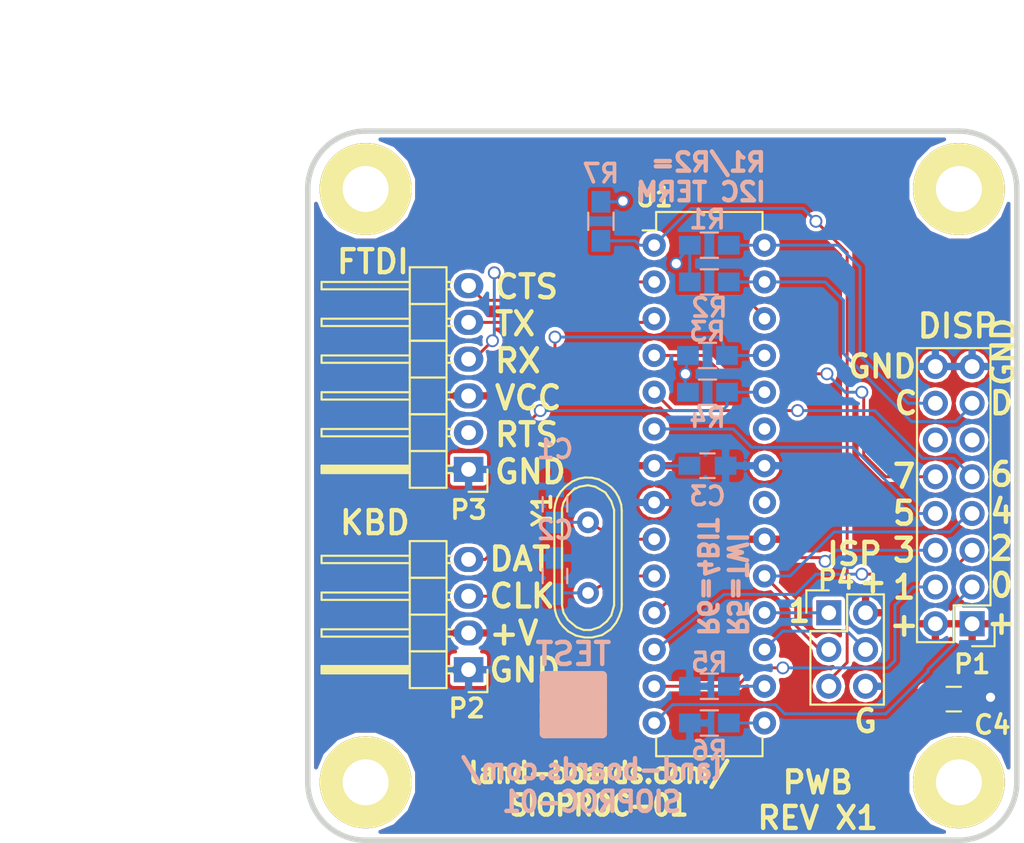
<source format=kicad_pcb>
(kicad_pcb (version 4) (host pcbnew "(after 2015-mar-04 BZR unknown)-product")

  (general
    (links 55)
    (no_connects 0)
    (area 133.617999 71.494801 206.076334 129.222501)
    (thickness 1.6002)
    (drawings 34)
    (tracks 169)
    (zones 0)
    (modules 22)
    (nets 25)
  )

  (page A)
  (title_block
    (title LED-TEST-2)
    (date "Thursday, October 06, 2016")
    (rev X1)
  )

  (layers
    (0 Front signal)
    (31 Back signal)
    (36 B.SilkS user)
    (37 F.SilkS user)
    (38 B.Mask user)
    (39 F.Mask user)
    (40 Dwgs.User user)
    (41 Cmts.User user)
    (44 Edge.Cuts user)
  )

  (setup
    (last_trace_width 0.2032)
    (user_trace_width 0.635)
    (trace_clearance 0.254)
    (zone_clearance 0.254)
    (zone_45_only no)
    (trace_min 0.2032)
    (segment_width 0.381)
    (edge_width 0.381)
    (via_size 0.889)
    (via_drill 0.635)
    (via_min_size 0.889)
    (via_min_drill 0.508)
    (uvia_size 0.508)
    (uvia_drill 0.127)
    (uvias_allowed no)
    (uvia_min_size 0.508)
    (uvia_min_drill 0.127)
    (pcb_text_width 0.3048)
    (pcb_text_size 1.524 2.032)
    (mod_edge_width 0.381)
    (mod_text_size 1.27 1.27)
    (mod_text_width 0.254)
    (pad_size 1.6764 1.6764)
    (pad_drill 0.8128)
    (pad_to_mask_clearance 0.254)
    (aux_axis_origin 186.69 93.091)
    (visible_elements 7FFFFF6F)
    (pcbplotparams
      (layerselection 0x010f0_80000001)
      (usegerberextensions true)
      (excludeedgelayer true)
      (linewidth 0.150000)
      (plotframeref false)
      (viasonmask false)
      (mode 1)
      (useauxorigin false)
      (hpglpennumber 1)
      (hpglpenspeed 20)
      (hpglpendiameter 15)
      (hpglpenoverlay 0)
      (psnegative false)
      (psa4output false)
      (plotreference true)
      (plotvalue false)
      (plotinvisibletext false)
      (padsonsilk false)
      (subtractmaskfromsilk false)
      (outputformat 1)
      (mirror false)
      (drillshape 0)
      (scaleselection 1)
      (outputdirectory plots/))
  )

  (net 0 "")
  (net 1 "Net-(C1-Pad1)")
  (net 2 GND)
  (net 3 "Net-(C2-Pad1)")
  (net 4 VCC)
  (net 5 /ID0)
  (net 6 /ID1)
  (net 7 /ID2)
  (net 8 /ID3)
  (net 9 /ID4)
  (net 10 /ID5)
  (net 11 /ID6)
  (net 12 /ID7)
  (net 13 /ACKSDA)
  (net 14 /AVAILSCL)
  (net 15 /KBCLK)
  (net 16 /KBDAT)
  (net 17 /RX)
  (net 18 /TX)
  (net 19 /TWI)
  (net 20 /BIT4)
  (net 21 "Net-(P3-Pad6)")
  (net 22 /~RESET)
  (net 23 /MOSI)
  (net 24 /MISO)

  (net_class Default "This is the default net class."
    (clearance 0.254)
    (trace_width 0.2032)
    (via_dia 0.889)
    (via_drill 0.635)
    (uvia_dia 0.508)
    (uvia_drill 0.127)
    (add_net /ACKSDA)
    (add_net /AVAILSCL)
    (add_net /BIT4)
    (add_net /ID0)
    (add_net /ID1)
    (add_net /ID2)
    (add_net /ID3)
    (add_net /ID4)
    (add_net /ID5)
    (add_net /ID6)
    (add_net /ID7)
    (add_net /KBCLK)
    (add_net /KBDAT)
    (add_net /MISO)
    (add_net /MOSI)
    (add_net /RX)
    (add_net /TWI)
    (add_net /TX)
    (add_net /~RESET)
    (add_net GND)
    (add_net "Net-(C1-Pad1)")
    (add_net "Net-(C2-Pad1)")
    (add_net "Net-(P3-Pad6)")
    (add_net VCC)
  )

  (module MTG-4-40 (layer Front) (tedit 50F036E3) (tstamp 51B4F699)
    (at 200 125)
    (path /50D9D700)
    (fp_text reference MTG4 (at -6.858 -0.635) (layer F.SilkS) hide
      (effects (font (size 1.27 1.27) (thickness 0.254)))
    )
    (fp_text value CONN_1 (at 0 -5.08) (layer F.SilkS) hide
      (effects (font (thickness 0.3048)))
    )
    (pad 1 thru_hole circle (at 0 0) (size 6.35 6.35) (drill 3.175) (layers *.Cu *.Mask F.SilkS))
  )

  (module MTG-4-40 (layer Front) (tedit 50F036E3) (tstamp 51B4F69E)
    (at 159 125)
    (path /50D9D6F9)
    (fp_text reference MTG3 (at -6.858 -0.635) (layer F.SilkS) hide
      (effects (font (size 1.27 1.27) (thickness 0.254)))
    )
    (fp_text value CONN_1 (at 0 -5.08) (layer F.SilkS) hide
      (effects (font (thickness 0.3048)))
    )
    (pad 1 thru_hole circle (at 0 0) (size 6.35 6.35) (drill 3.175) (layers *.Cu *.Mask F.SilkS))
  )

  (module MTG-4-40 (layer Front) (tedit 50F036E3) (tstamp 51B4F6A3)
    (at 200 84)
    (path /50D9D6F4)
    (fp_text reference MTG2 (at -6.858 -0.635) (layer F.SilkS) hide
      (effects (font (size 1.27 1.27) (thickness 0.254)))
    )
    (fp_text value CONN_1 (at 0 -5.08) (layer F.SilkS) hide
      (effects (font (thickness 0.3048)))
    )
    (pad 1 thru_hole circle (at 0 0) (size 6.35 6.35) (drill 3.175) (layers *.Cu *.Mask F.SilkS))
  )

  (module MTG-4-40 (layer Front) (tedit 50F036E3) (tstamp 51B4F6A8)
    (at 159 84)
    (path /50D9D6EF)
    (fp_text reference MTG1 (at -6.858 -0.635) (layer F.SilkS) hide
      (effects (font (size 1.27 1.27) (thickness 0.254)))
    )
    (fp_text value CONN_1 (at 0 -5.08) (layer F.SilkS) hide
      (effects (font (thickness 0.3048)))
    )
    (pad 1 thru_hole circle (at 0 0) (size 6.35 6.35) (drill 3.175) (layers *.Cu *.Mask F.SilkS))
  )

  (module Capacitors_SMD:C_0805_HandSoldering (layer Back) (tedit 5820C573) (tstamp 5820C99C)
    (at 172.085 105.791 90)
    (descr "Capacitor SMD 0805, hand soldering")
    (tags "capacitor 0805")
    (path /5820BAF7)
    (attr smd)
    (fp_text reference C1 (at 3.81 0 360) (layer B.SilkS)
      (effects (font (size 1.27 1.27) (thickness 0.254)) (justify mirror))
    )
    (fp_text value 22pF (at 0 -2.1 90) (layer B.SilkS) hide
      (effects (font (size 1 1) (thickness 0.15)) (justify mirror))
    )
    (fp_line (start -1 -0.625) (end -1 0.625) (layer B.Fab) (width 0.15))
    (fp_line (start 1 -0.625) (end -1 -0.625) (layer B.Fab) (width 0.15))
    (fp_line (start 1 0.625) (end 1 -0.625) (layer B.Fab) (width 0.15))
    (fp_line (start -1 0.625) (end 1 0.625) (layer B.Fab) (width 0.15))
    (fp_line (start -2.3 1) (end 2.3 1) (layer B.CrtYd) (width 0.05))
    (fp_line (start -2.3 -1) (end 2.3 -1) (layer B.CrtYd) (width 0.05))
    (fp_line (start -2.3 1) (end -2.3 -1) (layer B.CrtYd) (width 0.05))
    (fp_line (start 2.3 1) (end 2.3 -1) (layer B.CrtYd) (width 0.05))
    (fp_line (start 0.5 0.85) (end -0.5 0.85) (layer B.SilkS) (width 0.15))
    (fp_line (start -0.5 -0.85) (end 0.5 -0.85) (layer B.SilkS) (width 0.15))
    (pad 1 smd rect (at -1.25 0 90) (size 1.5 1.25) (layers Back B.Mask)
      (net 1 "Net-(C1-Pad1)"))
    (pad 2 smd rect (at 1.25 0 90) (size 1.5 1.25) (layers Back B.Mask)
      (net 2 GND))
    (model Capacitors_SMD.3dshapes/C_0805_HandSoldering.wrl
      (at (xyz 0 0 0))
      (scale (xyz 1 1 1))
      (rotate (xyz 0 0 0))
    )
  )

  (module Capacitors_SMD:C_0805_HandSoldering (layer Back) (tedit 58261567) (tstamp 5820C9AC)
    (at 172.085 110.744 90)
    (descr "Capacitor SMD 0805, hand soldering")
    (tags "capacitor 0805")
    (path /5820BB51)
    (attr smd)
    (fp_text reference C2 (at 3.175 0 360) (layer B.SilkS)
      (effects (font (size 1.27 1.27) (thickness 0.254)) (justify mirror))
    )
    (fp_text value 22pF (at 0 -2.1 90) (layer B.SilkS) hide
      (effects (font (size 1 1) (thickness 0.15)) (justify mirror))
    )
    (fp_line (start -1 -0.625) (end -1 0.625) (layer B.Fab) (width 0.15))
    (fp_line (start 1 -0.625) (end -1 -0.625) (layer B.Fab) (width 0.15))
    (fp_line (start 1 0.625) (end 1 -0.625) (layer B.Fab) (width 0.15))
    (fp_line (start -1 0.625) (end 1 0.625) (layer B.Fab) (width 0.15))
    (fp_line (start -2.3 1) (end 2.3 1) (layer B.CrtYd) (width 0.05))
    (fp_line (start -2.3 -1) (end 2.3 -1) (layer B.CrtYd) (width 0.05))
    (fp_line (start -2.3 1) (end -2.3 -1) (layer B.CrtYd) (width 0.05))
    (fp_line (start 2.3 1) (end 2.3 -1) (layer B.CrtYd) (width 0.05))
    (fp_line (start 0.5 0.85) (end -0.5 0.85) (layer B.SilkS) (width 0.15))
    (fp_line (start -0.5 -0.85) (end 0.5 -0.85) (layer B.SilkS) (width 0.15))
    (pad 1 smd rect (at -1.25 0 90) (size 1.5 1.25) (layers Back B.Mask)
      (net 3 "Net-(C2-Pad1)"))
    (pad 2 smd rect (at 1.25 0 90) (size 1.5 1.25) (layers Back B.Mask)
      (net 2 GND))
    (model Capacitors_SMD.3dshapes/C_0805_HandSoldering.wrl
      (at (xyz 0 0 0))
      (scale (xyz 1 1 1))
      (rotate (xyz 0 0 0))
    )
  )

  (module Pin_Headers:Pin_Header_Straight_2x08 (layer Front) (tedit 5820C579) (tstamp 5820C9CC)
    (at 200.914 114.046 180)
    (descr "Through hole pin header")
    (tags "pin header")
    (path /5820CDBE)
    (fp_text reference P1 (at 0 -2.794 180) (layer F.SilkS)
      (effects (font (size 1.27 1.27) (thickness 0.254)))
    )
    (fp_text value CONN_02X08 (at 0 -3.1 180) (layer F.SilkS) hide
      (effects (font (size 1 1) (thickness 0.15)))
    )
    (fp_line (start -1.75 -1.75) (end -1.75 19.55) (layer F.CrtYd) (width 0.05))
    (fp_line (start 4.3 -1.75) (end 4.3 19.55) (layer F.CrtYd) (width 0.05))
    (fp_line (start -1.75 -1.75) (end 4.3 -1.75) (layer F.CrtYd) (width 0.05))
    (fp_line (start -1.75 19.55) (end 4.3 19.55) (layer F.CrtYd) (width 0.05))
    (fp_line (start 3.81 19.05) (end 3.81 -1.27) (layer F.SilkS) (width 0.15))
    (fp_line (start -1.27 1.27) (end -1.27 19.05) (layer F.SilkS) (width 0.15))
    (fp_line (start 3.81 19.05) (end -1.27 19.05) (layer F.SilkS) (width 0.15))
    (fp_line (start 3.81 -1.27) (end 1.27 -1.27) (layer F.SilkS) (width 0.15))
    (fp_line (start 0 -1.55) (end -1.55 -1.55) (layer F.SilkS) (width 0.15))
    (fp_line (start 1.27 -1.27) (end 1.27 1.27) (layer F.SilkS) (width 0.15))
    (fp_line (start 1.27 1.27) (end -1.27 1.27) (layer F.SilkS) (width 0.15))
    (fp_line (start -1.55 -1.55) (end -1.55 0) (layer F.SilkS) (width 0.15))
    (pad 1 thru_hole rect (at 0 0 180) (size 1.7272 1.7272) (drill 1.016) (layers *.Cu *.Mask)
      (net 4 VCC))
    (pad 2 thru_hole oval (at 2.54 0 180) (size 1.7272 1.7272) (drill 1.016) (layers *.Cu *.Mask)
      (net 4 VCC))
    (pad 3 thru_hole oval (at 0 2.54 180) (size 1.7272 1.7272) (drill 1.016) (layers *.Cu *.Mask)
      (net 5 /ID0))
    (pad 4 thru_hole oval (at 2.54 2.54 180) (size 1.7272 1.7272) (drill 1.016) (layers *.Cu *.Mask)
      (net 6 /ID1))
    (pad 5 thru_hole oval (at 0 5.08 180) (size 1.7272 1.7272) (drill 1.016) (layers *.Cu *.Mask)
      (net 7 /ID2))
    (pad 6 thru_hole oval (at 2.54 5.08 180) (size 1.7272 1.7272) (drill 1.016) (layers *.Cu *.Mask)
      (net 8 /ID3))
    (pad 7 thru_hole oval (at 0 7.62 180) (size 1.7272 1.7272) (drill 1.016) (layers *.Cu *.Mask)
      (net 9 /ID4))
    (pad 8 thru_hole oval (at 2.54 7.62 180) (size 1.7272 1.7272) (drill 1.016) (layers *.Cu *.Mask)
      (net 10 /ID5))
    (pad 9 thru_hole oval (at 0 10.16 180) (size 1.7272 1.7272) (drill 1.016) (layers *.Cu *.Mask)
      (net 11 /ID6))
    (pad 10 thru_hole oval (at 2.54 10.16 180) (size 1.7272 1.7272) (drill 1.016) (layers *.Cu *.Mask)
      (net 12 /ID7))
    (pad 11 thru_hole oval (at 0 12.7 180) (size 1.7272 1.7272) (drill 1.016) (layers *.Cu *.Mask))
    (pad 12 thru_hole oval (at 2.54 12.7 180) (size 1.7272 1.7272) (drill 1.016) (layers *.Cu *.Mask))
    (pad 13 thru_hole oval (at 0 15.24 180) (size 1.7272 1.7272) (drill 1.016) (layers *.Cu *.Mask)
      (net 13 /ACKSDA))
    (pad 14 thru_hole oval (at 2.54 15.24 180) (size 1.7272 1.7272) (drill 1.016) (layers *.Cu *.Mask)
      (net 14 /AVAILSCL))
    (pad 15 thru_hole oval (at 0 17.78 180) (size 1.7272 1.7272) (drill 1.016) (layers *.Cu *.Mask)
      (net 2 GND))
    (pad 16 thru_hole oval (at 2.54 17.78 180) (size 1.7272 1.7272) (drill 1.016) (layers *.Cu *.Mask)
      (net 2 GND))
    (model Pin_Headers.3dshapes/Pin_Header_Straight_2x08.wrl
      (at (xyz 0.05 -0.35 0))
      (scale (xyz 1 1 1))
      (rotate (xyz 0 0 90))
    )
  )

  (module Resistors_SMD:R_0805_HandSoldering (layer Back) (tedit 58237E49) (tstamp 5820C9D8)
    (at 182.626 98.044 180)
    (descr "Resistor SMD 0805, hand soldering")
    (tags "resistor 0805")
    (path /5820C889)
    (attr smd)
    (fp_text reference R4 (at 0 -1.778 180) (layer B.SilkS)
      (effects (font (size 1.27 1.27) (thickness 0.254)) (justify mirror))
    )
    (fp_text value 470 (at 0 -2.1 180) (layer B.SilkS) hide
      (effects (font (size 1 1) (thickness 0.15)) (justify mirror))
    )
    (fp_line (start -2.4 1) (end 2.4 1) (layer B.CrtYd) (width 0.05))
    (fp_line (start -2.4 -1) (end 2.4 -1) (layer B.CrtYd) (width 0.05))
    (fp_line (start -2.4 1) (end -2.4 -1) (layer B.CrtYd) (width 0.05))
    (fp_line (start 2.4 1) (end 2.4 -1) (layer B.CrtYd) (width 0.05))
    (fp_line (start 0.6 -0.875) (end -0.6 -0.875) (layer B.SilkS) (width 0.15))
    (fp_line (start -0.6 0.875) (end 0.6 0.875) (layer B.SilkS) (width 0.15))
    (pad 1 smd rect (at -1.35 0 180) (size 1.5 1.3) (layers Back B.Mask)
      (net 15 /KBCLK))
    (pad 2 smd rect (at 1.35 0 180) (size 1.5 1.3) (layers Back B.Mask)
      (net 4 VCC))
    (model Resistors_SMD.3dshapes/R_0805_HandSoldering.wrl
      (at (xyz 0 0 0))
      (scale (xyz 1 1 1))
      (rotate (xyz 0 0 0))
    )
  )

  (module Resistors_SMD:R_0805_HandSoldering (layer Back) (tedit 58237E42) (tstamp 5820C9E4)
    (at 182.626 95.504 180)
    (descr "Resistor SMD 0805, hand soldering")
    (tags "resistor 0805")
    (path /582399F6)
    (attr smd)
    (fp_text reference R3 (at 0 1.651 180) (layer B.SilkS)
      (effects (font (size 1.27 1.27) (thickness 0.254)) (justify mirror))
    )
    (fp_text value 470 (at 0 -2.1 180) (layer B.SilkS) hide
      (effects (font (size 1 1) (thickness 0.15)) (justify mirror))
    )
    (fp_line (start -2.4 1) (end 2.4 1) (layer B.CrtYd) (width 0.05))
    (fp_line (start -2.4 -1) (end 2.4 -1) (layer B.CrtYd) (width 0.05))
    (fp_line (start -2.4 1) (end -2.4 -1) (layer B.CrtYd) (width 0.05))
    (fp_line (start 2.4 1) (end 2.4 -1) (layer B.CrtYd) (width 0.05))
    (fp_line (start 0.6 -0.875) (end -0.6 -0.875) (layer B.SilkS) (width 0.15))
    (fp_line (start -0.6 0.875) (end 0.6 0.875) (layer B.SilkS) (width 0.15))
    (pad 1 smd rect (at -1.35 0 180) (size 1.5 1.3) (layers Back B.Mask)
      (net 16 /KBDAT))
    (pad 2 smd rect (at 1.35 0 180) (size 1.5 1.3) (layers Back B.Mask)
      (net 4 VCC))
    (model Resistors_SMD.3dshapes/R_0805_HandSoldering.wrl
      (at (xyz 0 0 0))
      (scale (xyz 1 1 1))
      (rotate (xyz 0 0 0))
    )
  )

  (module Housings_DIP:DIP-28_W7.62mm (layer Front) (tedit 5820B9BB) (tstamp 5820CA0F)
    (at 178.943 87.884)
    (descr "28-lead dip package, row spacing 7.62 mm (300 mils)")
    (tags "dil dip 2.54 300")
    (path /5820B4C2)
    (fp_text reference U1 (at 0 -3.302) (layer F.SilkS)
      (effects (font (size 1.27 1.27) (thickness 0.254)))
    )
    (fp_text value ATMEGA328-PU (at 0 -3.72) (layer F.SilkS) hide
      (effects (font (size 1 1) (thickness 0.15)))
    )
    (fp_line (start -1.05 -2.45) (end -1.05 35.5) (layer F.CrtYd) (width 0.05))
    (fp_line (start 8.65 -2.45) (end 8.65 35.5) (layer F.CrtYd) (width 0.05))
    (fp_line (start -1.05 -2.45) (end 8.65 -2.45) (layer F.CrtYd) (width 0.05))
    (fp_line (start -1.05 35.5) (end 8.65 35.5) (layer F.CrtYd) (width 0.05))
    (fp_line (start 0.135 -2.295) (end 0.135 -1.025) (layer F.SilkS) (width 0.15))
    (fp_line (start 7.485 -2.295) (end 7.485 -1.025) (layer F.SilkS) (width 0.15))
    (fp_line (start 7.485 35.315) (end 7.485 34.045) (layer F.SilkS) (width 0.15))
    (fp_line (start 0.135 35.315) (end 0.135 34.045) (layer F.SilkS) (width 0.15))
    (fp_line (start 0.135 -2.295) (end 7.485 -2.295) (layer F.SilkS) (width 0.15))
    (fp_line (start 0.135 35.315) (end 7.485 35.315) (layer F.SilkS) (width 0.15))
    (fp_line (start 0.135 -1.025) (end -0.8 -1.025) (layer F.SilkS) (width 0.15))
    (pad 1 thru_hole oval (at 0 0) (size 1.6 1.6) (drill 0.8) (layers *.Cu *.Mask)
      (net 22 /~RESET))
    (pad 2 thru_hole oval (at 0 2.54) (size 1.6 1.6) (drill 0.8) (layers *.Cu *.Mask)
      (net 17 /RX))
    (pad 3 thru_hole oval (at 0 5.08) (size 1.6 1.6) (drill 0.8) (layers *.Cu *.Mask)
      (net 18 /TX))
    (pad 4 thru_hole oval (at 0 7.62) (size 1.6 1.6) (drill 0.8) (layers *.Cu *.Mask)
      (net 12 /ID7))
    (pad 5 thru_hole oval (at 0 10.16) (size 1.6 1.6) (drill 0.8) (layers *.Cu *.Mask)
      (net 11 /ID6))
    (pad 6 thru_hole oval (at 0 12.7) (size 1.6 1.6) (drill 0.8) (layers *.Cu *.Mask)
      (net 10 /ID5))
    (pad 7 thru_hole oval (at 0 15.24) (size 1.6 1.6) (drill 0.8) (layers *.Cu *.Mask)
      (net 4 VCC))
    (pad 8 thru_hole oval (at 0 17.78) (size 1.6 1.6) (drill 0.8) (layers *.Cu *.Mask)
      (net 2 GND))
    (pad 9 thru_hole oval (at 0 20.32) (size 1.6 1.6) (drill 0.8) (layers *.Cu *.Mask)
      (net 1 "Net-(C1-Pad1)"))
    (pad 10 thru_hole oval (at 0 22.86) (size 1.6 1.6) (drill 0.8) (layers *.Cu *.Mask)
      (net 3 "Net-(C2-Pad1)"))
    (pad 11 thru_hole oval (at 0 25.4) (size 1.6 1.6) (drill 0.8) (layers *.Cu *.Mask)
      (net 8 /ID3))
    (pad 12 thru_hole oval (at 0 27.94) (size 1.6 1.6) (drill 0.8) (layers *.Cu *.Mask)
      (net 7 /ID2))
    (pad 13 thru_hole oval (at 0 30.48) (size 1.6 1.6) (drill 0.8) (layers *.Cu *.Mask)
      (net 6 /ID1))
    (pad 14 thru_hole oval (at 0 33.02) (size 1.6 1.6) (drill 0.8) (layers *.Cu *.Mask)
      (net 5 /ID0))
    (pad 15 thru_hole oval (at 7.62 33.02) (size 1.6 1.6) (drill 0.8) (layers *.Cu *.Mask)
      (net 20 /BIT4))
    (pad 16 thru_hole oval (at 7.62 30.48) (size 1.6 1.6) (drill 0.8) (layers *.Cu *.Mask)
      (net 19 /TWI))
    (pad 17 thru_hole oval (at 7.62 27.94) (size 1.6 1.6) (drill 0.8) (layers *.Cu *.Mask)
      (net 23 /MOSI))
    (pad 18 thru_hole oval (at 7.62 25.4) (size 1.6 1.6) (drill 0.8) (layers *.Cu *.Mask)
      (net 24 /MISO))
    (pad 19 thru_hole oval (at 7.62 22.86) (size 1.6 1.6) (drill 0.8) (layers *.Cu *.Mask)
      (net 9 /ID4))
    (pad 20 thru_hole oval (at 7.62 20.32) (size 1.6 1.6) (drill 0.8) (layers *.Cu *.Mask)
      (net 4 VCC))
    (pad 21 thru_hole oval (at 7.62 17.78) (size 1.6 1.6) (drill 0.8) (layers *.Cu *.Mask))
    (pad 22 thru_hole oval (at 7.62 15.24) (size 1.6 1.6) (drill 0.8) (layers *.Cu *.Mask)
      (net 2 GND))
    (pad 23 thru_hole oval (at 7.62 12.7) (size 1.6 1.6) (drill 0.8) (layers *.Cu *.Mask))
    (pad 24 thru_hole oval (at 7.62 10.16) (size 1.6 1.6) (drill 0.8) (layers *.Cu *.Mask)
      (net 15 /KBCLK))
    (pad 25 thru_hole oval (at 7.62 7.62) (size 1.6 1.6) (drill 0.8) (layers *.Cu *.Mask)
      (net 16 /KBDAT))
    (pad 26 thru_hole oval (at 7.62 5.08) (size 1.6 1.6) (drill 0.8) (layers *.Cu *.Mask)
      (net 21 "Net-(P3-Pad6)"))
    (pad 27 thru_hole oval (at 7.62 2.54) (size 1.6 1.6) (drill 0.8) (layers *.Cu *.Mask)
      (net 13 /ACKSDA))
    (pad 28 thru_hole oval (at 7.62 0) (size 1.6 1.6) (drill 0.8) (layers *.Cu *.Mask)
      (net 14 /AVAILSCL))
    (model Housings_DIP.3dshapes/DIP-28_W7.62mm.wrl
      (at (xyz 0 0 0))
      (scale (xyz 1 1 1))
      (rotate (xyz 0 0 0))
    )
  )

  (module Crystals:Crystal_HC49-U_Vertical (layer Front) (tedit 5826122A) (tstamp 5820CA67)
    (at 174.371 109.474 90)
    (descr "Crystal Quarz HC49/U vertical stehend")
    (tags "Crystal Quarz HC49/U vertical stehend")
    (path /5820BAAA)
    (fp_text reference Y1 (at 3.302 -3.175 90) (layer F.SilkS)
      (effects (font (size 1.27 1.27) (thickness 0.254)))
    )
    (fp_text value 11.0592MHz (at 0 3.81 90) (layer F.SilkS) hide
      (effects (font (size 1 1) (thickness 0.15)))
    )
    (fp_line (start 4.699 -1.00076) (end 4.89966 -0.59944) (layer F.SilkS) (width 0.15))
    (fp_line (start 4.89966 -0.59944) (end 5.00126 0) (layer F.SilkS) (width 0.15))
    (fp_line (start 5.00126 0) (end 4.89966 0.50038) (layer F.SilkS) (width 0.15))
    (fp_line (start 4.89966 0.50038) (end 4.50088 1.19888) (layer F.SilkS) (width 0.15))
    (fp_line (start 4.50088 1.19888) (end 3.8989 1.6002) (layer F.SilkS) (width 0.15))
    (fp_line (start 3.8989 1.6002) (end 3.29946 1.80086) (layer F.SilkS) (width 0.15))
    (fp_line (start 3.29946 1.80086) (end -3.29946 1.80086) (layer F.SilkS) (width 0.15))
    (fp_line (start -3.29946 1.80086) (end -4.0005 1.6002) (layer F.SilkS) (width 0.15))
    (fp_line (start -4.0005 1.6002) (end -4.39928 1.30048) (layer F.SilkS) (width 0.15))
    (fp_line (start -4.39928 1.30048) (end -4.8006 0.8001) (layer F.SilkS) (width 0.15))
    (fp_line (start -4.8006 0.8001) (end -5.00126 0.20066) (layer F.SilkS) (width 0.15))
    (fp_line (start -5.00126 0.20066) (end -5.00126 -0.29972) (layer F.SilkS) (width 0.15))
    (fp_line (start -5.00126 -0.29972) (end -4.8006 -0.8001) (layer F.SilkS) (width 0.15))
    (fp_line (start -4.8006 -0.8001) (end -4.30022 -1.39954) (layer F.SilkS) (width 0.15))
    (fp_line (start -4.30022 -1.39954) (end -3.79984 -1.69926) (layer F.SilkS) (width 0.15))
    (fp_line (start -3.79984 -1.69926) (end -3.29946 -1.80086) (layer F.SilkS) (width 0.15))
    (fp_line (start -3.2004 -1.80086) (end 3.40106 -1.80086) (layer F.SilkS) (width 0.15))
    (fp_line (start 3.40106 -1.80086) (end 3.79984 -1.69926) (layer F.SilkS) (width 0.15))
    (fp_line (start 3.79984 -1.69926) (end 4.30022 -1.39954) (layer F.SilkS) (width 0.15))
    (fp_line (start 4.30022 -1.39954) (end 4.8006 -0.89916) (layer F.SilkS) (width 0.15))
    (fp_line (start -3.19024 -2.32918) (end -3.64998 -2.28092) (layer F.SilkS) (width 0.15))
    (fp_line (start -3.64998 -2.28092) (end -4.04876 -2.16916) (layer F.SilkS) (width 0.15))
    (fp_line (start -4.04876 -2.16916) (end -4.48056 -1.95072) (layer F.SilkS) (width 0.15))
    (fp_line (start -4.48056 -1.95072) (end -4.77012 -1.71958) (layer F.SilkS) (width 0.15))
    (fp_line (start -4.77012 -1.71958) (end -5.10032 -1.36906) (layer F.SilkS) (width 0.15))
    (fp_line (start -5.10032 -1.36906) (end -5.38988 -0.83058) (layer F.SilkS) (width 0.15))
    (fp_line (start -5.38988 -0.83058) (end -5.51942 -0.23114) (layer F.SilkS) (width 0.15))
    (fp_line (start -5.51942 -0.23114) (end -5.51942 0.2794) (layer F.SilkS) (width 0.15))
    (fp_line (start -5.51942 0.2794) (end -5.34924 0.98044) (layer F.SilkS) (width 0.15))
    (fp_line (start -5.34924 0.98044) (end -4.95046 1.56972) (layer F.SilkS) (width 0.15))
    (fp_line (start -4.95046 1.56972) (end -4.49072 1.94056) (layer F.SilkS) (width 0.15))
    (fp_line (start -4.49072 1.94056) (end -4.06908 2.14884) (layer F.SilkS) (width 0.15))
    (fp_line (start -4.06908 2.14884) (end -3.6195 2.30886) (layer F.SilkS) (width 0.15))
    (fp_line (start -3.6195 2.30886) (end -3.18008 2.33934) (layer F.SilkS) (width 0.15))
    (fp_line (start 4.16052 2.1209) (end 4.53898 1.89992) (layer F.SilkS) (width 0.15))
    (fp_line (start 4.53898 1.89992) (end 4.85902 1.62052) (layer F.SilkS) (width 0.15))
    (fp_line (start 4.85902 1.62052) (end 5.11048 1.29032) (layer F.SilkS) (width 0.15))
    (fp_line (start 5.11048 1.29032) (end 5.4102 0.73914) (layer F.SilkS) (width 0.15))
    (fp_line (start 5.4102 0.73914) (end 5.51942 0.26924) (layer F.SilkS) (width 0.15))
    (fp_line (start 5.51942 0.26924) (end 5.53974 -0.1905) (layer F.SilkS) (width 0.15))
    (fp_line (start 5.53974 -0.1905) (end 5.45084 -0.65024) (layer F.SilkS) (width 0.15))
    (fp_line (start 5.45084 -0.65024) (end 5.26034 -1.09982) (layer F.SilkS) (width 0.15))
    (fp_line (start 5.26034 -1.09982) (end 4.89966 -1.56972) (layer F.SilkS) (width 0.15))
    (fp_line (start 4.89966 -1.56972) (end 4.54914 -1.88976) (layer F.SilkS) (width 0.15))
    (fp_line (start 4.54914 -1.88976) (end 4.16052 -2.1209) (layer F.SilkS) (width 0.15))
    (fp_line (start 4.16052 -2.1209) (end 3.73126 -2.2606) (layer F.SilkS) (width 0.15))
    (fp_line (start 3.73126 -2.2606) (end 3.2893 -2.32918) (layer F.SilkS) (width 0.15))
    (fp_line (start -3.2004 2.32918) (end 3.2512 2.32918) (layer F.SilkS) (width 0.15))
    (fp_line (start 3.2512 2.32918) (end 3.6703 2.29108) (layer F.SilkS) (width 0.15))
    (fp_line (start 3.6703 2.29108) (end 4.16052 2.1209) (layer F.SilkS) (width 0.15))
    (fp_line (start -3.2004 -2.32918) (end 3.2512 -2.32918) (layer F.SilkS) (width 0.15))
    (pad 1 thru_hole circle (at -2.44094 0 90) (size 1.50114 1.50114) (drill 0.8001) (layers *.Cu *.Mask)
      (net 3 "Net-(C2-Pad1)"))
    (pad 2 thru_hole circle (at 2.44094 0 90) (size 1.50114 1.50114) (drill 0.8001) (layers *.Cu *.Mask)
      (net 1 "Net-(C1-Pad1)"))
  )

  (module Resistors_SMD:R_0805_HandSoldering (layer Back) (tedit 58237E54) (tstamp 5820D29E)
    (at 182.753 118.364)
    (descr "Resistor SMD 0805, hand soldering")
    (tags "resistor 0805")
    (path /5820C2E4)
    (attr smd)
    (fp_text reference R5 (at 0 -1.651) (layer B.SilkS)
      (effects (font (size 1.27 1.27) (thickness 0.254)) (justify mirror))
    )
    (fp_text value NONE (at 0 -2.1) (layer F.SilkS) hide
      (effects (font (size 1 1) (thickness 0.15)))
    )
    (fp_line (start -2.4 1) (end 2.4 1) (layer B.CrtYd) (width 0.05))
    (fp_line (start -2.4 -1) (end 2.4 -1) (layer B.CrtYd) (width 0.05))
    (fp_line (start -2.4 1) (end -2.4 -1) (layer B.CrtYd) (width 0.05))
    (fp_line (start 2.4 1) (end 2.4 -1) (layer B.CrtYd) (width 0.05))
    (fp_line (start 0.6 -0.875) (end -0.6 -0.875) (layer B.SilkS) (width 0.15))
    (fp_line (start -0.6 0.875) (end 0.6 0.875) (layer B.SilkS) (width 0.15))
    (pad 1 smd rect (at -1.35 0) (size 1.5 1.3) (layers Back B.Mask)
      (net 2 GND))
    (pad 2 smd rect (at 1.35 0) (size 1.5 1.3) (layers Back B.Mask)
      (net 19 /TWI))
    (model Resistors_SMD.3dshapes/R_0805_HandSoldering.wrl
      (at (xyz 0 0 0))
      (scale (xyz 1 1 1))
      (rotate (xyz 0 0 0))
    )
  )

  (module Resistors_SMD:R_0805_HandSoldering (layer Back) (tedit 58237E50) (tstamp 5820D2AA)
    (at 182.753 120.904)
    (descr "Resistor SMD 0805, hand soldering")
    (tags "resistor 0805")
    (path /5820C43C)
    (attr smd)
    (fp_text reference R6 (at 0 1.905 180) (layer B.SilkS)
      (effects (font (size 1.27 1.27) (thickness 0.254)) (justify mirror))
    )
    (fp_text value NONE (at 0 -2.1) (layer F.SilkS) hide
      (effects (font (size 1 1) (thickness 0.15)))
    )
    (fp_line (start -2.4 1) (end 2.4 1) (layer B.CrtYd) (width 0.05))
    (fp_line (start -2.4 -1) (end 2.4 -1) (layer B.CrtYd) (width 0.05))
    (fp_line (start -2.4 1) (end -2.4 -1) (layer B.CrtYd) (width 0.05))
    (fp_line (start 2.4 1) (end 2.4 -1) (layer B.CrtYd) (width 0.05))
    (fp_line (start 0.6 -0.875) (end -0.6 -0.875) (layer B.SilkS) (width 0.15))
    (fp_line (start -0.6 0.875) (end 0.6 0.875) (layer B.SilkS) (width 0.15))
    (pad 1 smd rect (at -1.35 0) (size 1.5 1.3) (layers Back B.Mask)
      (net 2 GND))
    (pad 2 smd rect (at 1.35 0) (size 1.5 1.3) (layers Back B.Mask)
      (net 20 /BIT4))
    (model Resistors_SMD.3dshapes/R_0805_HandSoldering.wrl
      (at (xyz 0 0 0))
      (scale (xyz 1 1 1))
      (rotate (xyz 0 0 0))
    )
  )

  (module Resistors_SMD:R_0805_HandSoldering (layer Back) (tedit 58237E3C) (tstamp 58235945)
    (at 182.753 90.424 180)
    (descr "Resistor SMD 0805, hand soldering")
    (tags "resistor 0805")
    (path /58235E49)
    (attr smd)
    (fp_text reference R2 (at 0 -1.778 180) (layer B.SilkS)
      (effects (font (size 1.27 1.27) (thickness 0.254)) (justify mirror))
    )
    (fp_text value OPEN (at 0 -2.1 180) (layer F.SilkS) hide
      (effects (font (size 1 1) (thickness 0.15)))
    )
    (fp_line (start -2.4 1) (end 2.4 1) (layer B.CrtYd) (width 0.05))
    (fp_line (start -2.4 -1) (end 2.4 -1) (layer B.CrtYd) (width 0.05))
    (fp_line (start -2.4 1) (end -2.4 -1) (layer B.CrtYd) (width 0.05))
    (fp_line (start 2.4 1) (end 2.4 -1) (layer B.CrtYd) (width 0.05))
    (fp_line (start 0.6 -0.875) (end -0.6 -0.875) (layer B.SilkS) (width 0.15))
    (fp_line (start -0.6 0.875) (end 0.6 0.875) (layer B.SilkS) (width 0.15))
    (pad 1 smd rect (at -1.35 0 180) (size 1.5 1.3) (layers Back B.Mask)
      (net 13 /ACKSDA))
    (pad 2 smd rect (at 1.35 0 180) (size 1.5 1.3) (layers Back B.Mask)
      (net 4 VCC))
    (model Resistors_SMD.3dshapes/R_0805_HandSoldering.wrl
      (at (xyz 0 0 0))
      (scale (xyz 1 1 1))
      (rotate (xyz 0 0 0))
    )
  )

  (module Resistors_SMD:R_0805_HandSoldering (layer Back) (tedit 58237E35) (tstamp 58235951)
    (at 182.753 87.884)
    (descr "Resistor SMD 0805, hand soldering")
    (tags "resistor 0805")
    (path /58235DB4)
    (attr smd)
    (fp_text reference R1 (at -0.127 -1.778) (layer B.SilkS)
      (effects (font (size 1.27 1.27) (thickness 0.254)) (justify mirror))
    )
    (fp_text value OPEN (at 0 -2.1) (layer B.SilkS) hide
      (effects (font (size 1 1) (thickness 0.15)) (justify mirror))
    )
    (fp_line (start -2.4 1) (end 2.4 1) (layer B.CrtYd) (width 0.05))
    (fp_line (start -2.4 -1) (end 2.4 -1) (layer B.CrtYd) (width 0.05))
    (fp_line (start -2.4 1) (end -2.4 -1) (layer B.CrtYd) (width 0.05))
    (fp_line (start 2.4 1) (end 2.4 -1) (layer B.CrtYd) (width 0.05))
    (fp_line (start 0.6 -0.875) (end -0.6 -0.875) (layer B.SilkS) (width 0.15))
    (fp_line (start -0.6 0.875) (end 0.6 0.875) (layer B.SilkS) (width 0.15))
    (pad 1 smd rect (at -1.35 0) (size 1.5 1.3) (layers Back B.Mask)
      (net 4 VCC))
    (pad 2 smd rect (at 1.35 0) (size 1.5 1.3) (layers Back B.Mask)
      (net 14 /AVAILSCL))
    (model Resistors_SMD.3dshapes/R_0805_HandSoldering.wrl
      (at (xyz 0 0 0))
      (scale (xyz 1 1 1))
      (rotate (xyz 0 0 0))
    )
  )

  (module Capacitors_SMD:C_0805_HandSoldering (layer Back) (tedit 582366EC) (tstamp 58236787)
    (at 182.626 103.124)
    (descr "Capacitor SMD 0805, hand soldering")
    (tags "capacitor 0805")
    (path /5823A529)
    (attr smd)
    (fp_text reference C3 (at 0 2.1) (layer B.SilkS)
      (effects (font (size 1.27 1.27) (thickness 0.254)) (justify mirror))
    )
    (fp_text value 0.1uF (at 0 -2.1) (layer B.SilkS) hide
      (effects (font (size 1 1) (thickness 0.15)) (justify mirror))
    )
    (fp_line (start -1 -0.625) (end -1 0.625) (layer B.Fab) (width 0.15))
    (fp_line (start 1 -0.625) (end -1 -0.625) (layer B.Fab) (width 0.15))
    (fp_line (start 1 0.625) (end 1 -0.625) (layer B.Fab) (width 0.15))
    (fp_line (start -1 0.625) (end 1 0.625) (layer B.Fab) (width 0.15))
    (fp_line (start -2.3 1) (end 2.3 1) (layer B.CrtYd) (width 0.05))
    (fp_line (start -2.3 -1) (end 2.3 -1) (layer B.CrtYd) (width 0.05))
    (fp_line (start -2.3 1) (end -2.3 -1) (layer B.CrtYd) (width 0.05))
    (fp_line (start 2.3 1) (end 2.3 -1) (layer B.CrtYd) (width 0.05))
    (fp_line (start 0.5 0.85) (end -0.5 0.85) (layer B.SilkS) (width 0.15))
    (fp_line (start -0.5 -0.85) (end 0.5 -0.85) (layer B.SilkS) (width 0.15))
    (pad 1 smd rect (at -1.25 0) (size 1.5 1.25) (layers Back B.Mask)
      (net 4 VCC))
    (pad 2 smd rect (at 1.25 0) (size 1.5 1.25) (layers Back B.Mask)
      (net 2 GND))
    (model Capacitors_SMD.3dshapes/C_0805_HandSoldering.wrl
      (at (xyz 0 0 0))
      (scale (xyz 1 1 1))
      (rotate (xyz 0 0 0))
    )
  )

  (module Capacitors_SMD:C_0805_HandSoldering (layer Front) (tedit 58261480) (tstamp 58236797)
    (at 199.644 119.253)
    (descr "Capacitor SMD 0805, hand soldering")
    (tags "capacitor 0805")
    (path /5823A248)
    (attr smd)
    (fp_text reference C4 (at 2.667 1.778) (layer F.SilkS)
      (effects (font (size 1.27 1.27) (thickness 0.254)))
    )
    (fp_text value 0.1uF (at 0 2.1) (layer F.SilkS) hide
      (effects (font (size 1 1) (thickness 0.15)))
    )
    (fp_line (start -1 0.625) (end -1 -0.625) (layer F.Fab) (width 0.15))
    (fp_line (start 1 0.625) (end -1 0.625) (layer F.Fab) (width 0.15))
    (fp_line (start 1 -0.625) (end 1 0.625) (layer F.Fab) (width 0.15))
    (fp_line (start -1 -0.625) (end 1 -0.625) (layer F.Fab) (width 0.15))
    (fp_line (start -2.3 -1) (end 2.3 -1) (layer F.CrtYd) (width 0.05))
    (fp_line (start -2.3 1) (end 2.3 1) (layer F.CrtYd) (width 0.05))
    (fp_line (start -2.3 -1) (end -2.3 1) (layer F.CrtYd) (width 0.05))
    (fp_line (start 2.3 -1) (end 2.3 1) (layer F.CrtYd) (width 0.05))
    (fp_line (start 0.5 -0.85) (end -0.5 -0.85) (layer F.SilkS) (width 0.15))
    (fp_line (start -0.5 0.85) (end 0.5 0.85) (layer F.SilkS) (width 0.15))
    (pad 1 smd rect (at -1.25 0) (size 1.5 1.25) (layers Front F.Mask)
      (net 4 VCC))
    (pad 2 smd rect (at 1.25 0) (size 1.5 1.25) (layers Front F.Mask)
      (net 2 GND))
    (model Capacitors_SMD.3dshapes/C_0805_HandSoldering.wrl
      (at (xyz 0 0 0))
      (scale (xyz 1 1 1))
      (rotate (xyz 0 0 0))
    )
  )

  (module Pin_Headers:Pin_Header_Angled_1x04 (layer Front) (tedit 582389E6) (tstamp 58237E4D)
    (at 166.116 117.221 180)
    (descr "Through hole pin header")
    (tags "pin header")
    (path /58238F2C)
    (fp_text reference P2 (at 0.127 -2.667 180) (layer F.SilkS)
      (effects (font (size 1.27 1.27) (thickness 0.254)))
    )
    (fp_text value CONN_01X04 (at 0 -3.1 180) (layer F.SilkS) hide
      (effects (font (size 1 1) (thickness 0.15)))
    )
    (fp_line (start -1.5 -1.75) (end -1.5 9.4) (layer F.CrtYd) (width 0.05))
    (fp_line (start 10.65 -1.75) (end 10.65 9.4) (layer F.CrtYd) (width 0.05))
    (fp_line (start -1.5 -1.75) (end 10.65 -1.75) (layer F.CrtYd) (width 0.05))
    (fp_line (start -1.5 9.4) (end 10.65 9.4) (layer F.CrtYd) (width 0.05))
    (fp_line (start -1.3 -1.55) (end -1.3 0) (layer F.SilkS) (width 0.15))
    (fp_line (start 0 -1.55) (end -1.3 -1.55) (layer F.SilkS) (width 0.15))
    (fp_line (start 4.191 -0.127) (end 10.033 -0.127) (layer F.SilkS) (width 0.15))
    (fp_line (start 10.033 -0.127) (end 10.033 0.127) (layer F.SilkS) (width 0.15))
    (fp_line (start 10.033 0.127) (end 4.191 0.127) (layer F.SilkS) (width 0.15))
    (fp_line (start 4.191 0.127) (end 4.191 0) (layer F.SilkS) (width 0.15))
    (fp_line (start 4.191 0) (end 10.033 0) (layer F.SilkS) (width 0.15))
    (fp_line (start 1.524 -0.254) (end 1.143 -0.254) (layer F.SilkS) (width 0.15))
    (fp_line (start 1.524 0.254) (end 1.143 0.254) (layer F.SilkS) (width 0.15))
    (fp_line (start 1.524 2.286) (end 1.143 2.286) (layer F.SilkS) (width 0.15))
    (fp_line (start 1.524 2.794) (end 1.143 2.794) (layer F.SilkS) (width 0.15))
    (fp_line (start 1.524 4.826) (end 1.143 4.826) (layer F.SilkS) (width 0.15))
    (fp_line (start 1.524 5.334) (end 1.143 5.334) (layer F.SilkS) (width 0.15))
    (fp_line (start 1.524 7.874) (end 1.143 7.874) (layer F.SilkS) (width 0.15))
    (fp_line (start 1.524 7.366) (end 1.143 7.366) (layer F.SilkS) (width 0.15))
    (fp_line (start 1.524 -1.27) (end 4.064 -1.27) (layer F.SilkS) (width 0.15))
    (fp_line (start 1.524 1.27) (end 4.064 1.27) (layer F.SilkS) (width 0.15))
    (fp_line (start 1.524 1.27) (end 1.524 3.81) (layer F.SilkS) (width 0.15))
    (fp_line (start 1.524 3.81) (end 4.064 3.81) (layer F.SilkS) (width 0.15))
    (fp_line (start 4.064 2.286) (end 10.16 2.286) (layer F.SilkS) (width 0.15))
    (fp_line (start 10.16 2.286) (end 10.16 2.794) (layer F.SilkS) (width 0.15))
    (fp_line (start 10.16 2.794) (end 4.064 2.794) (layer F.SilkS) (width 0.15))
    (fp_line (start 4.064 3.81) (end 4.064 1.27) (layer F.SilkS) (width 0.15))
    (fp_line (start 4.064 1.27) (end 4.064 -1.27) (layer F.SilkS) (width 0.15))
    (fp_line (start 10.16 0.254) (end 4.064 0.254) (layer F.SilkS) (width 0.15))
    (fp_line (start 10.16 -0.254) (end 10.16 0.254) (layer F.SilkS) (width 0.15))
    (fp_line (start 4.064 -0.254) (end 10.16 -0.254) (layer F.SilkS) (width 0.15))
    (fp_line (start 1.524 1.27) (end 4.064 1.27) (layer F.SilkS) (width 0.15))
    (fp_line (start 1.524 -1.27) (end 1.524 1.27) (layer F.SilkS) (width 0.15))
    (fp_line (start 1.524 6.35) (end 4.064 6.35) (layer F.SilkS) (width 0.15))
    (fp_line (start 1.524 6.35) (end 1.524 8.89) (layer F.SilkS) (width 0.15))
    (fp_line (start 1.524 8.89) (end 4.064 8.89) (layer F.SilkS) (width 0.15))
    (fp_line (start 4.064 7.366) (end 10.16 7.366) (layer F.SilkS) (width 0.15))
    (fp_line (start 10.16 7.366) (end 10.16 7.874) (layer F.SilkS) (width 0.15))
    (fp_line (start 10.16 7.874) (end 4.064 7.874) (layer F.SilkS) (width 0.15))
    (fp_line (start 4.064 8.89) (end 4.064 6.35) (layer F.SilkS) (width 0.15))
    (fp_line (start 4.064 6.35) (end 4.064 3.81) (layer F.SilkS) (width 0.15))
    (fp_line (start 10.16 5.334) (end 4.064 5.334) (layer F.SilkS) (width 0.15))
    (fp_line (start 10.16 4.826) (end 10.16 5.334) (layer F.SilkS) (width 0.15))
    (fp_line (start 4.064 4.826) (end 10.16 4.826) (layer F.SilkS) (width 0.15))
    (fp_line (start 1.524 6.35) (end 4.064 6.35) (layer F.SilkS) (width 0.15))
    (fp_line (start 1.524 3.81) (end 1.524 6.35) (layer F.SilkS) (width 0.15))
    (fp_line (start 1.524 3.81) (end 4.064 3.81) (layer F.SilkS) (width 0.15))
    (pad 1 thru_hole rect (at 0 0 180) (size 2.032 1.7272) (drill 1.016) (layers *.Cu *.Mask)
      (net 2 GND))
    (pad 2 thru_hole oval (at 0 2.54 180) (size 2.032 1.7272) (drill 1.016) (layers *.Cu *.Mask)
      (net 4 VCC))
    (pad 3 thru_hole oval (at 0 5.08 180) (size 2.032 1.7272) (drill 1.016) (layers *.Cu *.Mask)
      (net 15 /KBCLK))
    (pad 4 thru_hole oval (at 0 7.62 180) (size 2.032 1.7272) (drill 1.016) (layers *.Cu *.Mask)
      (net 16 /KBDAT))
    (model Pin_Headers.3dshapes/Pin_Header_Angled_1x04.wrl
      (at (xyz 0 -0.15 0))
      (scale (xyz 1 1 1))
      (rotate (xyz 0 0 90))
    )
  )

  (module Pin_Headers:Pin_Header_Angled_1x06 (layer Front) (tedit 58238EC6) (tstamp 5823909E)
    (at 166.116 103.378 180)
    (descr "Through hole pin header")
    (tags "pin header")
    (path /5823F265)
    (fp_text reference P3 (at 0 -2.794 180) (layer F.SilkS)
      (effects (font (size 1.27 1.27) (thickness 0.254)))
    )
    (fp_text value FTDI (at 0 -3.1 180) (layer F.SilkS) hide
      (effects (font (size 1 1) (thickness 0.15)))
    )
    (fp_line (start -1.5 -1.75) (end -1.5 14.45) (layer F.CrtYd) (width 0.05))
    (fp_line (start 10.65 -1.75) (end 10.65 14.45) (layer F.CrtYd) (width 0.05))
    (fp_line (start -1.5 -1.75) (end 10.65 -1.75) (layer F.CrtYd) (width 0.05))
    (fp_line (start -1.5 14.45) (end 10.65 14.45) (layer F.CrtYd) (width 0.05))
    (fp_line (start -1.3 -1.55) (end -1.3 0) (layer F.SilkS) (width 0.15))
    (fp_line (start 0 -1.55) (end -1.3 -1.55) (layer F.SilkS) (width 0.15))
    (fp_line (start 4.191 -0.127) (end 10.033 -0.127) (layer F.SilkS) (width 0.15))
    (fp_line (start 10.033 -0.127) (end 10.033 0.127) (layer F.SilkS) (width 0.15))
    (fp_line (start 10.033 0.127) (end 4.191 0.127) (layer F.SilkS) (width 0.15))
    (fp_line (start 4.191 0.127) (end 4.191 0) (layer F.SilkS) (width 0.15))
    (fp_line (start 4.191 0) (end 10.033 0) (layer F.SilkS) (width 0.15))
    (fp_line (start 1.524 -0.254) (end 1.143 -0.254) (layer F.SilkS) (width 0.15))
    (fp_line (start 1.524 0.254) (end 1.143 0.254) (layer F.SilkS) (width 0.15))
    (fp_line (start 1.524 2.286) (end 1.143 2.286) (layer F.SilkS) (width 0.15))
    (fp_line (start 1.524 2.794) (end 1.143 2.794) (layer F.SilkS) (width 0.15))
    (fp_line (start 1.524 4.826) (end 1.143 4.826) (layer F.SilkS) (width 0.15))
    (fp_line (start 1.524 5.334) (end 1.143 5.334) (layer F.SilkS) (width 0.15))
    (fp_line (start 1.524 12.954) (end 1.143 12.954) (layer F.SilkS) (width 0.15))
    (fp_line (start 1.524 12.446) (end 1.143 12.446) (layer F.SilkS) (width 0.15))
    (fp_line (start 1.524 10.414) (end 1.143 10.414) (layer F.SilkS) (width 0.15))
    (fp_line (start 1.524 9.906) (end 1.143 9.906) (layer F.SilkS) (width 0.15))
    (fp_line (start 1.524 7.874) (end 1.143 7.874) (layer F.SilkS) (width 0.15))
    (fp_line (start 1.524 7.366) (end 1.143 7.366) (layer F.SilkS) (width 0.15))
    (fp_line (start 1.524 -1.27) (end 4.064 -1.27) (layer F.SilkS) (width 0.15))
    (fp_line (start 1.524 1.27) (end 4.064 1.27) (layer F.SilkS) (width 0.15))
    (fp_line (start 1.524 1.27) (end 1.524 3.81) (layer F.SilkS) (width 0.15))
    (fp_line (start 1.524 3.81) (end 4.064 3.81) (layer F.SilkS) (width 0.15))
    (fp_line (start 4.064 2.286) (end 10.16 2.286) (layer F.SilkS) (width 0.15))
    (fp_line (start 10.16 2.286) (end 10.16 2.794) (layer F.SilkS) (width 0.15))
    (fp_line (start 10.16 2.794) (end 4.064 2.794) (layer F.SilkS) (width 0.15))
    (fp_line (start 4.064 3.81) (end 4.064 1.27) (layer F.SilkS) (width 0.15))
    (fp_line (start 4.064 1.27) (end 4.064 -1.27) (layer F.SilkS) (width 0.15))
    (fp_line (start 10.16 0.254) (end 4.064 0.254) (layer F.SilkS) (width 0.15))
    (fp_line (start 10.16 -0.254) (end 10.16 0.254) (layer F.SilkS) (width 0.15))
    (fp_line (start 4.064 -0.254) (end 10.16 -0.254) (layer F.SilkS) (width 0.15))
    (fp_line (start 1.524 1.27) (end 4.064 1.27) (layer F.SilkS) (width 0.15))
    (fp_line (start 1.524 -1.27) (end 1.524 1.27) (layer F.SilkS) (width 0.15))
    (fp_line (start 1.524 8.89) (end 4.064 8.89) (layer F.SilkS) (width 0.15))
    (fp_line (start 1.524 8.89) (end 1.524 11.43) (layer F.SilkS) (width 0.15))
    (fp_line (start 1.524 11.43) (end 4.064 11.43) (layer F.SilkS) (width 0.15))
    (fp_line (start 4.064 9.906) (end 10.16 9.906) (layer F.SilkS) (width 0.15))
    (fp_line (start 10.16 9.906) (end 10.16 10.414) (layer F.SilkS) (width 0.15))
    (fp_line (start 10.16 10.414) (end 4.064 10.414) (layer F.SilkS) (width 0.15))
    (fp_line (start 4.064 11.43) (end 4.064 8.89) (layer F.SilkS) (width 0.15))
    (fp_line (start 4.064 13.97) (end 4.064 11.43) (layer F.SilkS) (width 0.15))
    (fp_line (start 10.16 12.954) (end 4.064 12.954) (layer F.SilkS) (width 0.15))
    (fp_line (start 10.16 12.446) (end 10.16 12.954) (layer F.SilkS) (width 0.15))
    (fp_line (start 4.064 12.446) (end 10.16 12.446) (layer F.SilkS) (width 0.15))
    (fp_line (start 1.524 13.97) (end 4.064 13.97) (layer F.SilkS) (width 0.15))
    (fp_line (start 1.524 11.43) (end 1.524 13.97) (layer F.SilkS) (width 0.15))
    (fp_line (start 1.524 11.43) (end 4.064 11.43) (layer F.SilkS) (width 0.15))
    (fp_line (start 1.524 6.35) (end 4.064 6.35) (layer F.SilkS) (width 0.15))
    (fp_line (start 1.524 6.35) (end 1.524 8.89) (layer F.SilkS) (width 0.15))
    (fp_line (start 1.524 8.89) (end 4.064 8.89) (layer F.SilkS) (width 0.15))
    (fp_line (start 4.064 7.366) (end 10.16 7.366) (layer F.SilkS) (width 0.15))
    (fp_line (start 10.16 7.366) (end 10.16 7.874) (layer F.SilkS) (width 0.15))
    (fp_line (start 10.16 7.874) (end 4.064 7.874) (layer F.SilkS) (width 0.15))
    (fp_line (start 4.064 8.89) (end 4.064 6.35) (layer F.SilkS) (width 0.15))
    (fp_line (start 4.064 6.35) (end 4.064 3.81) (layer F.SilkS) (width 0.15))
    (fp_line (start 10.16 5.334) (end 4.064 5.334) (layer F.SilkS) (width 0.15))
    (fp_line (start 10.16 4.826) (end 10.16 5.334) (layer F.SilkS) (width 0.15))
    (fp_line (start 4.064 4.826) (end 10.16 4.826) (layer F.SilkS) (width 0.15))
    (fp_line (start 1.524 6.35) (end 4.064 6.35) (layer F.SilkS) (width 0.15))
    (fp_line (start 1.524 3.81) (end 1.524 6.35) (layer F.SilkS) (width 0.15))
    (fp_line (start 1.524 3.81) (end 4.064 3.81) (layer F.SilkS) (width 0.15))
    (pad 1 thru_hole rect (at 0 0 180) (size 2.032 1.7272) (drill 1.016) (layers *.Cu *.Mask)
      (net 2 GND))
    (pad 2 thru_hole oval (at 0 2.54 180) (size 2.032 1.7272) (drill 1.016) (layers *.Cu *.Mask))
    (pad 3 thru_hole oval (at 0 5.08 180) (size 2.032 1.7272) (drill 1.016) (layers *.Cu *.Mask)
      (net 4 VCC))
    (pad 4 thru_hole oval (at 0 7.62 180) (size 2.032 1.7272) (drill 1.016) (layers *.Cu *.Mask)
      (net 17 /RX))
    (pad 5 thru_hole oval (at 0 10.16 180) (size 2.032 1.7272) (drill 1.016) (layers *.Cu *.Mask)
      (net 18 /TX))
    (pad 6 thru_hole oval (at 0 12.7 180) (size 2.032 1.7272) (drill 1.016) (layers *.Cu *.Mask)
      (net 21 "Net-(P3-Pad6)"))
    (model Pin_Headers.3dshapes/Pin_Header_Angled_1x06.wrl
      (at (xyz 0 -0.25 0))
      (scale (xyz 1 1 1))
      (rotate (xyz 0 0 90))
    )
  )

  (module Resistors_SMD:R_0805_HandSoldering (layer Back) (tedit 5823918D) (tstamp 58239398)
    (at 175.26 86.233 90)
    (descr "Resistor SMD 0805, hand soldering")
    (tags "resistor 0805")
    (path /58240F33)
    (attr smd)
    (fp_text reference R7 (at 3.302 0 180) (layer B.SilkS)
      (effects (font (size 1.27 1.27) (thickness 0.254)) (justify mirror))
    )
    (fp_text value 470 (at 0 -2.1 90) (layer B.SilkS) hide
      (effects (font (size 1 1) (thickness 0.15)) (justify mirror))
    )
    (fp_line (start -2.4 1) (end 2.4 1) (layer B.CrtYd) (width 0.05))
    (fp_line (start -2.4 -1) (end 2.4 -1) (layer B.CrtYd) (width 0.05))
    (fp_line (start -2.4 1) (end -2.4 -1) (layer B.CrtYd) (width 0.05))
    (fp_line (start 2.4 1) (end 2.4 -1) (layer B.CrtYd) (width 0.05))
    (fp_line (start 0.6 -0.875) (end -0.6 -0.875) (layer B.SilkS) (width 0.15))
    (fp_line (start -0.6 0.875) (end 0.6 0.875) (layer B.SilkS) (width 0.15))
    (pad 1 smd rect (at -1.35 0 90) (size 1.5 1.3) (layers Back B.Mask)
      (net 22 /~RESET))
    (pad 2 smd rect (at 1.35 0 90) (size 1.5 1.3) (layers Back B.Mask)
      (net 4 VCC))
    (model Resistors_SMD.3dshapes/R_0805_HandSoldering.wrl
      (at (xyz 0 0 0))
      (scale (xyz 1 1 1))
      (rotate (xyz 0 0 0))
    )
  )

  (module Pin_Headers:Pin_Header_Straight_2x03 (layer Front) (tedit 582612C6) (tstamp 582397F6)
    (at 191.008 113.284)
    (descr "Through hole pin header")
    (tags "pin header")
    (path /58240145)
    (fp_text reference P4 (at 0.508 -2.286) (layer F.SilkS)
      (effects (font (size 1.27 1.27) (thickness 0.254)))
    )
    (fp_text value CONN_02X03 (at 0 -3.1) (layer F.SilkS) hide
      (effects (font (size 1 1) (thickness 0.15)))
    )
    (fp_line (start -1.27 1.27) (end -1.27 6.35) (layer F.SilkS) (width 0.15))
    (fp_line (start -1.55 -1.55) (end 0 -1.55) (layer F.SilkS) (width 0.15))
    (fp_line (start -1.75 -1.75) (end -1.75 6.85) (layer F.CrtYd) (width 0.05))
    (fp_line (start 4.3 -1.75) (end 4.3 6.85) (layer F.CrtYd) (width 0.05))
    (fp_line (start -1.75 -1.75) (end 4.3 -1.75) (layer F.CrtYd) (width 0.05))
    (fp_line (start -1.75 6.85) (end 4.3 6.85) (layer F.CrtYd) (width 0.05))
    (fp_line (start 1.27 -1.27) (end 1.27 1.27) (layer F.SilkS) (width 0.15))
    (fp_line (start 1.27 1.27) (end -1.27 1.27) (layer F.SilkS) (width 0.15))
    (fp_line (start -1.27 6.35) (end 3.81 6.35) (layer F.SilkS) (width 0.15))
    (fp_line (start 3.81 6.35) (end 3.81 1.27) (layer F.SilkS) (width 0.15))
    (fp_line (start -1.55 -1.55) (end -1.55 0) (layer F.SilkS) (width 0.15))
    (fp_line (start 3.81 -1.27) (end 1.27 -1.27) (layer F.SilkS) (width 0.15))
    (fp_line (start 3.81 1.27) (end 3.81 -1.27) (layer F.SilkS) (width 0.15))
    (pad 1 thru_hole rect (at 0 0) (size 1.7272 1.7272) (drill 1.016) (layers *.Cu *.Mask)
      (net 24 /MISO))
    (pad 2 thru_hole oval (at 2.54 0) (size 1.7272 1.7272) (drill 1.016) (layers *.Cu *.Mask)
      (net 4 VCC))
    (pad 3 thru_hole oval (at 0 2.54) (size 1.7272 1.7272) (drill 1.016) (layers *.Cu *.Mask)
      (net 9 /ID4))
    (pad 4 thru_hole oval (at 2.54 2.54) (size 1.7272 1.7272) (drill 1.016) (layers *.Cu *.Mask)
      (net 23 /MOSI))
    (pad 5 thru_hole oval (at 0 5.08) (size 1.7272 1.7272) (drill 1.016) (layers *.Cu *.Mask)
      (net 22 /~RESET))
    (pad 6 thru_hole oval (at 2.54 5.08) (size 1.7272 1.7272) (drill 1.016) (layers *.Cu *.Mask)
      (net 2 GND))
    (model Pin_Headers.3dshapes/Pin_Header_Straight_2x03.wrl
      (at (xyz 0.05 -0.1 0))
      (scale (xyz 1 1 1))
      (rotate (xyz 0 0 90))
    )
  )

  (module DougsNewMods:TEST_BLK-REAR (layer Front) (tedit 582615D6) (tstamp 582616BE)
    (at 173.355 119.634)
    (path /5820CDD8)
    (fp_text reference TEST (at 0 -3.5) (layer B.SilkS)
      (effects (font (thickness 0.3048)) (justify mirror))
    )
    (fp_text value COUPON (at 0 4) (layer F.SilkS) hide
      (effects (font (thickness 0.3048)))
    )
    (fp_line (start -2 -2) (end 2 -2) (layer B.SilkS) (width 0.65))
    (fp_line (start 2 -2) (end 2 2) (layer B.SilkS) (width 0.65))
    (fp_line (start 2 2) (end -2 2) (layer B.SilkS) (width 0.65))
    (fp_line (start -2 2) (end -2 -2) (layer B.SilkS) (width 0.65))
    (fp_line (start -2 -2) (end -2 -1.5) (layer B.SilkS) (width 0.65))
    (fp_line (start -2 -1.5) (end 2 -1.5) (layer B.SilkS) (width 0.65))
    (fp_line (start 2 -1.5) (end 2 -1) (layer B.SilkS) (width 0.65))
    (fp_line (start 2 -1) (end -2 -1) (layer B.SilkS) (width 0.65))
    (fp_line (start -2 -1) (end -2 -0.5) (layer B.SilkS) (width 0.65))
    (fp_line (start -2 -0.5) (end 2 -0.5) (layer B.SilkS) (width 0.65))
    (fp_line (start 2 -0.5) (end 2 0) (layer B.SilkS) (width 0.65))
    (fp_line (start 2 0) (end -2 0) (layer B.SilkS) (width 0.65))
    (fp_line (start -2 0) (end -2 0.5) (layer B.SilkS) (width 0.65))
    (fp_line (start -2 0.5) (end 1.5 0.5) (layer B.SilkS) (width 0.65))
    (fp_line (start 1.5 0.5) (end 2 0.5) (layer B.SilkS) (width 0.65))
    (fp_line (start 2 0.5) (end 2 1) (layer B.SilkS) (width 0.65))
    (fp_line (start 2 1) (end -2 1) (layer B.SilkS) (width 0.65))
    (fp_line (start -2 1) (end -2 1.5) (layer B.SilkS) (width 0.65))
    (fp_line (start -2 1.5) (end 2 1.5) (layer B.SilkS) (width 0.65))
  )

  (gr_text ISP (at 192.786 109.22) (layer F.SilkS)
    (effects (font (thickness 0.3048)))
  )
  (gr_text + (at 194.056 111.125) (layer F.SilkS)
    (effects (font (thickness 0.3048)))
  )
  (gr_text G (at 193.548 120.777) (layer F.SilkS)
    (effects (font (thickness 0.3048)))
  )
  (gr_text 1 (at 188.976 113.157) (layer F.SilkS)
    (effects (font (thickness 0.3048)))
  )
  (gr_text GND (at 194.691 96.266) (layer F.SilkS)
    (effects (font (thickness 0.3048)))
  )
  (gr_text "DAT\nCLK\n+V\nGND" (at 167.386 113.411) (layer F.SilkS)
    (effects (font (size 1.5875 1.5875) (thickness 0.3048)) (justify left))
  )
  (gr_text DISP (at 196.977 93.472) (layer F.SilkS)
    (effects (font (size 1.5875 1.5875) (thickness 0.3048)) (justify left))
  )
  (gr_text KBD (at 159.639 107.061) (layer F.SilkS)
    (effects (font (size 1.5875 1.5875) (thickness 0.3048)))
  )
  (gr_text FTDI (at 156.845 89.027) (layer F.SilkS)
    (effects (font (size 1.5875 1.5875) (thickness 0.3048)) (justify left))
  )
  (gr_text "CTS\nTX\nRX\nVCC\nRTS\nGND" (at 167.767 97.155) (layer F.SilkS)
    (effects (font (size 1.5875 1.5875) (thickness 0.3048)) (justify left))
  )
  (gr_text "R1/R2=\nI2C TERM" (at 186.817 83.185) (layer B.SilkS)
    (effects (font (size 1.27 1.27) (thickness 0.3048)) (justify left mirror))
  )
  (gr_text "R5=TWI\nR6=4BIT" (at 183.642 115.062 270) (layer B.SilkS)
    (effects (font (size 1.27 1.27) (thickness 0.3048)) (justify left mirror))
  )
  (gr_text D (at 202.946 98.806) (layer F.SilkS)
    (effects (font (thickness 0.3048)))
  )
  (gr_text "7\n5\n3\n1\n+" (at 196.215 108.966) (layer F.SilkS)
    (effects (font (size 1.5875 1.5875) (thickness 0.3048)))
  )
  (gr_text "6\n4\n2\n0\n+" (at 202.946 108.839) (layer F.SilkS)
    (effects (font (size 1.5875 1.5875) (thickness 0.3048)))
  )
  (gr_text C (at 196.342 98.806) (layer F.SilkS)
    (effects (font (thickness 0.3048)))
  )
  (gr_text GND (at 203.073 95.25 90) (layer F.SilkS)
    (effects (font (thickness 0.3048)))
  )
  (gr_text "land-boards.com/\nSIOPROC-01" (at 175.133 125.476) (layer F.SilkS)
    (effects (font (size 1.397 1.27) (thickness 0.3048)))
  )
  (gr_line (start 184.912 129.032) (end 190.5 129.032) (angle 90) (layer Dwgs.User) (width 0.381))
  (dimension 41 (width 0.3048) (layer Dwgs.User)
    (gr_text "41.000 mm" (at 140.3744 104.5 90) (layer Dwgs.User)
      (effects (font (size 2.032 1.524) (thickness 0.3048)))
    )
    (feature1 (pts (xy 159 84) (xy 138.7488 84)))
    (feature2 (pts (xy 159 125) (xy 138.7488 125)))
    (crossbar (pts (xy 142 125) (xy 142 84)))
    (arrow1a (pts (xy 142 84) (xy 142.58642 85.126503)))
    (arrow1b (pts (xy 142 84) (xy 141.41358 85.126503)))
    (arrow2a (pts (xy 142 125) (xy 142.58642 123.873497)))
    (arrow2b (pts (xy 142 125) (xy 141.41358 123.873497)))
  )
  (dimension 4 (width 0.3048) (layer Dwgs.User)
    (gr_text "4.000 mm" (at 157 73.374401) (layer Dwgs.User)
      (effects (font (size 2.032 1.524) (thickness 0.3048)))
    )
    (feature1 (pts (xy 155 84) (xy 155 71.748801)))
    (feature2 (pts (xy 159 84) (xy 159 71.748801)))
    (crossbar (pts (xy 159 75.000001) (xy 155 75.000001)))
    (arrow1a (pts (xy 155 75.000001) (xy 156.126503 74.413581)))
    (arrow1b (pts (xy 155 75.000001) (xy 156.126503 75.586421)))
    (arrow2a (pts (xy 159 75.000001) (xy 157.873497 74.413581)))
    (arrow2b (pts (xy 159 75.000001) (xy 157.873497 75.586421)))
  )
  (dimension 4 (width 0.3048) (layer Dwgs.User)
    (gr_text "4.000 mm" (at 148.3744 82 90) (layer Dwgs.User)
      (effects (font (size 2.032 1.524) (thickness 0.3048)))
    )
    (feature1 (pts (xy 159 80) (xy 146.7488 80)))
    (feature2 (pts (xy 159 84) (xy 146.7488 84)))
    (crossbar (pts (xy 150 84) (xy 150 80)))
    (arrow1a (pts (xy 150 80) (xy 150.58642 81.126503)))
    (arrow1b (pts (xy 150 80) (xy 149.41358 81.126503)))
    (arrow2a (pts (xy 150 84) (xy 150.58642 82.873497)))
    (arrow2b (pts (xy 150 84) (xy 149.41358 82.873497)))
  )
  (gr_text "land-boards.com/\nSIOPROC-01" (at 174.625 125.222) (layer B.SilkS)
    (effects (font (size 1.397 1.27) (thickness 0.3048)) (justify mirror))
  )
  (gr_text "PWB\nREV X1" (at 190.246 126.238) (layer F.SilkS)
    (effects (font (thickness 0.3048)))
  )
  (gr_line (start 204 125) (end 204 84) (angle 90) (layer Edge.Cuts) (width 0.381))
  (gr_line (start 159 129) (end 200 129) (angle 90) (layer Edge.Cuts) (width 0.381))
  (gr_line (start 155 84) (end 155 125) (angle 90) (layer Edge.Cuts) (width 0.381))
  (gr_line (start 200 80) (end 159 80) (angle 90) (layer Edge.Cuts) (width 0.381))
  (gr_arc (start 159 125) (end 159 129) (angle 90) (layer Edge.Cuts) (width 0.381))
  (gr_arc (start 200 125) (end 204 125) (angle 90) (layer Edge.Cuts) (width 0.381))
  (gr_arc (start 200 84) (end 200 80) (angle 90) (layer Edge.Cuts) (width 0.381))
  (gr_arc (start 159 84) (end 155 84) (angle 90) (layer Edge.Cuts) (width 0.381))
  (dimension 49 (width 0.3048) (layer Dwgs.User)
    (gr_text "49.000 mm" (at 151.3744 104.5 90) (layer Dwgs.User)
      (effects (font (size 2.032 1.524) (thickness 0.3048)))
    )
    (feature1 (pts (xy 155 80) (xy 149.7488 80)))
    (feature2 (pts (xy 155 129) (xy 149.7488 129)))
    (crossbar (pts (xy 153 129) (xy 153 80)))
    (arrow1a (pts (xy 153 80) (xy 153.58642 81.126503)))
    (arrow1b (pts (xy 153 80) (xy 152.41358 81.126503)))
    (arrow2a (pts (xy 153 129) (xy 153.58642 127.873497)))
    (arrow2b (pts (xy 153 129) (xy 152.41358 127.873497)))
  )
  (dimension 49 (width 0.3048) (layer Dwgs.User)
    (gr_text "49.000 mm" (at 179.5 76.374401) (layer Dwgs.User)
      (effects (font (size 2.032 1.524) (thickness 0.3048)))
    )
    (feature1 (pts (xy 204 80) (xy 204 74.748801)))
    (feature2 (pts (xy 155 80) (xy 155 74.748801)))
    (crossbar (pts (xy 155 78.000001) (xy 204 78.000001)))
    (arrow1a (pts (xy 204 78.000001) (xy 202.873497 78.586421)))
    (arrow1b (pts (xy 204 78.000001) (xy 202.873497 77.413581)))
    (arrow2a (pts (xy 155 78.000001) (xy 156.126503 78.586421)))
    (arrow2b (pts (xy 155 78.000001) (xy 156.126503 77.413581)))
  )

  (segment (start 174.371 107.03306) (end 172.09294 107.03306) (width 0.2032) (layer Back) (net 1))
  (segment (start 172.09294 107.03306) (end 172.085 107.041) (width 0.2032) (layer Back) (net 1) (tstamp 582615C6))
  (segment (start 174.244 106.90606) (end 174.371 107.03306) (width 0.2032) (layer Front) (net 1) (tstamp 58239B39) (status 30))
  (segment (start 176.43094 108.204) (end 174.371 107.03306) (width 0.2032) (layer Front) (net 1) (tstamp 58239B3C) (status 20))
  (segment (start 178.943 108.204) (end 176.43094 108.204) (width 0.2032) (layer Front) (net 1) (status 10))
  (segment (start 202.057 119.253) (end 202.184 119.126) (width 0.2032) (layer Front) (net 2) (tstamp 58239BE2))
  (via (at 202.184 119.126) (size 0.889) (layers Front Back) (net 2))
  (segment (start 200.894 119.253) (end 202.057 119.253) (width 0.2032) (layer Front) (net 2))
  (segment (start 174.371 111.91494) (end 172.16406 111.91494) (width 0.2032) (layer Back) (net 3))
  (segment (start 172.16406 111.91494) (end 172.085 111.994) (width 0.2032) (layer Back) (net 3) (tstamp 582615C9))
  (segment (start 176.43094 110.744) (end 174.371 111.91494) (width 0.2032) (layer Front) (net 3) (tstamp 58239B40) (status 20))
  (segment (start 178.943 110.744) (end 176.43094 110.744) (width 0.2032) (layer Front) (net 3) (status 10))
  (segment (start 176.737 84.883) (end 176.784 84.836) (width 0.2032) (layer Back) (net 4) (tstamp 58239AEA))
  (via (at 176.784 84.836) (size 0.889) (layers Front Back) (net 4))
  (segment (start 175.26 84.883) (end 176.737 84.883) (width 0.2032) (layer Back) (net 4) (status 10))
  (via (at 180.467 89.154) (size 0.889) (layers Front Back) (net 4))
  (segment (start 181.356 87.931) (end 180.467 89.154) (width 0.2032) (layer Back) (net 4) (tstamp 58239AEF) (status 10))
  (segment (start 181.403 87.884) (end 181.356 87.931) (width 0.2032) (layer Back) (net 4) (tstamp 58239AEE) (status 30))
  (segment (start 181.403 90.424) (end 181.403 87.884) (width 0.2032) (layer Back) (net 4) (status 10))
  (segment (start 181.102 96.774) (end 180.975 96.901) (width 0.2032) (layer Back) (net 4) (tstamp 58239AFB))
  (segment (start 181.276 95.504) (end 181.102 96.774) (width 0.2032) (layer Back) (net 4) (status 10))
  (segment (start 181.102 96.774) (end 181.055 96.821) (width 0.2032) (layer Front) (net 4) (tstamp 58239B01))
  (via (at 181.102 96.774) (size 0.889) (layers Front Back) (net 4))
  (segment (start 180.975 96.901) (end 181.102 96.774) (width 0.2032) (layer Back) (net 4) (tstamp 58239AFF))
  (segment (start 181.276 98.044) (end 180.975 96.901) (width 0.2032) (layer Back) (net 4) (status 10))
  (segment (start 181.376 103.124) (end 178.943 103.124) (width 0.2032) (layer Back) (net 4) (status 10))
  (segment (start 186.436 119.634) (end 187.325 119.634) (width 0.2032) (layer Back) (net 5))
  (segment (start 187.96 120.269) (end 194.945 120.269) (width 0.2032) (layer Back) (net 5) (tstamp 582614D9))
  (segment (start 187.325 119.634) (end 187.96 120.269) (width 0.2032) (layer Back) (net 5) (tstamp 582614D7))
  (segment (start 184.023 119.634) (end 180.213 119.634) (width 0.2032) (layer Back) (net 5))
  (segment (start 180.213 119.634) (end 178.943 120.904) (width 0.2032) (layer Back) (net 5) (tstamp 58261487))
  (segment (start 199.644 112.776) (end 199.644 115.443) (width 0.2032) (layer Back) (net 5) (tstamp 58239C0E))
  (segment (start 199.644 115.443) (end 197.866 117.221) (width 0.2032) (layer Back) (net 5) (tstamp 58239C0F))
  (segment (start 197.866 117.221) (end 197.866 117.348) (width 0.2032) (layer Back) (net 5) (tstamp 58239C10))
  (segment (start 197.866 117.348) (end 194.945 120.269) (width 0.2032) (layer Back) (net 5) (tstamp 58239C11))
  (segment (start 200.914 111.506) (end 199.644 112.776) (width 0.2032) (layer Back) (net 5))
  (segment (start 186.436 119.634) (end 184.023 119.634) (width 0.2032) (layer Back) (net 5) (tstamp 582614D5))
  (segment (start 185.928 117.094) (end 187.833 117.094) (width 0.2032) (layer Front) (net 6))
  (segment (start 187.833 117.094) (end 189.611 117.094) (width 0.2032) (layer Back) (net 6) (tstamp 582614C7))
  (via (at 187.833 117.094) (size 0.889) (layers Front Back) (net 6))
  (segment (start 195.58 115.697) (end 195.58 116.586) (width 0.2032) (layer Back) (net 6))
  (segment (start 195.072 117.094) (end 189.611 117.094) (width 0.2032) (layer Back) (net 6) (tstamp 582614BE))
  (segment (start 195.58 116.586) (end 195.072 117.094) (width 0.2032) (layer Back) (net 6) (tstamp 582614BD))
  (segment (start 195.58 115.697) (end 195.58 112.776) (width 0.2032) (layer Back) (net 6) (tstamp 582614BB))
  (segment (start 195.58 112.776) (end 196.85 111.506) (width 0.2032) (layer Back) (net 6) (tstamp 58239C08))
  (segment (start 196.85 111.506) (end 198.374 111.506) (width 0.2032) (layer Back) (net 6) (tstamp 58239C0A))
  (segment (start 184.658 118.364) (end 185.928 117.094) (width 0.2032) (layer Front) (net 6) (tstamp 58239BFF))
  (segment (start 178.943 118.364) (end 184.658 118.364) (width 0.2032) (layer Front) (net 6) (status 10))
  (segment (start 199.644 110.236) (end 195.58 110.236) (width 0.2032) (layer Front) (net 7) (tstamp 58239BA3))
  (segment (start 195.58 110.236) (end 195.199 110.617) (width 0.2032) (layer Front) (net 7) (tstamp 58239BA4))
  (segment (start 195.199 110.617) (end 193.294 110.617) (width 0.2032) (layer Front) (net 7) (tstamp 58239BA5))
  (via (at 193.294 110.617) (size 0.889) (layers Front Back) (net 7))
  (segment (start 200.914 108.966) (end 199.644 110.236) (width 0.2032) (layer Front) (net 7))
  (segment (start 183.769 112.014) (end 188.722 112.014) (width 0.2032) (layer Back) (net 7) (tstamp 58239BEF))
  (segment (start 188.722 112.014) (end 190.119 110.617) (width 0.2032) (layer Back) (net 7) (tstamp 58239BF1))
  (segment (start 190.119 110.617) (end 193.294 110.617) (width 0.2032) (layer Back) (net 7) (tstamp 58239BF3))
  (segment (start 179.07 115.824) (end 183.769 112.014) (width 0.2032) (layer Back) (net 7) (tstamp 58239BEE) (status 10))
  (segment (start 178.943 115.824) (end 179.07 115.824) (width 0.2032) (layer Back) (net 7) (status 30))
  (segment (start 191.516 108.966) (end 190.754 109.728) (width 0.2032) (layer Back) (net 8) (tstamp 58239B9B))
  (via (at 190.754 109.728) (size 0.889) (layers Front Back) (net 8))
  (segment (start 190.754 109.728) (end 190.5 109.474) (width 0.2032) (layer Front) (net 8) (tstamp 58239B9D))
  (segment (start 190.5 109.474) (end 183.642 109.474) (width 0.2032) (layer Front) (net 8) (tstamp 58239B9E))
  (segment (start 183.642 109.474) (end 178.943 113.284) (width 0.2032) (layer Front) (net 8) (tstamp 58239B9F) (status 20))
  (segment (start 198.374 108.966) (end 191.516 108.966) (width 0.2032) (layer Back) (net 8))
  (segment (start 191.008 115.824) (end 190.373 115.824) (width 0.2032) (layer Front) (net 9))
  (segment (start 190.373 115.824) (end 188.722 114.173) (width 0.2032) (layer Front) (net 9) (tstamp 582614CD))
  (segment (start 188.722 112.903) (end 186.563 110.744) (width 0.2032) (layer Front) (net 9) (tstamp 582614D0))
  (segment (start 188.722 114.173) (end 188.722 112.903) (width 0.2032) (layer Front) (net 9) (tstamp 582614CE))
  (segment (start 188.341 110.744) (end 186.563 110.744) (width 0.2032) (layer Back) (net 9) (tstamp 58239B93) (status 20))
  (segment (start 191.389 107.696) (end 188.341 110.744) (width 0.2032) (layer Back) (net 9) (tstamp 58239B91))
  (segment (start 199.39 107.696) (end 191.389 107.696) (width 0.2032) (layer Back) (net 9) (tstamp 58239B8F))
  (segment (start 200.66 106.426) (end 199.39 107.696) (width 0.2032) (layer Back) (net 9) (tstamp 58239B8E))
  (segment (start 200.914 106.426) (end 200.66 106.426) (width 0.2032) (layer Back) (net 9))
  (segment (start 190.754 101.854) (end 185.674 101.854) (width 0.2032) (layer Back) (net 10))
  (segment (start 185.674 101.854) (end 184.404 100.584) (width 0.2032) (layer Back) (net 10) (tstamp 5826148E))
  (segment (start 197.231 106.426) (end 192.659 101.854) (width 0.2032) (layer Back) (net 10) (tstamp 58239B83))
  (segment (start 192.659 101.854) (end 190.754 101.854) (width 0.2032) (layer Back) (net 10) (tstamp 58239B85))
  (segment (start 184.404 100.584) (end 178.943 100.584) (width 0.2032) (layer Back) (net 10) (tstamp 58261492) (status 20))
  (segment (start 198.374 106.426) (end 197.231 106.426) (width 0.2032) (layer Back) (net 10))
  (segment (start 188.849 99.314) (end 180.213 99.314) (width 0.2032) (layer Front) (net 11))
  (segment (start 180.213 99.314) (end 178.943 98.044) (width 0.2032) (layer Front) (net 11) (tstamp 582614AC))
  (segment (start 199.644 102.616) (end 197.485 102.616) (width 0.2032) (layer Back) (net 11) (tstamp 58239B67))
  (segment (start 197.485 102.616) (end 194.183 99.314) (width 0.2032) (layer Back) (net 11) (tstamp 58239B69))
  (segment (start 194.183 99.314) (end 188.849 99.314) (width 0.2032) (layer Back) (net 11) (tstamp 58239B6A))
  (via (at 188.849 99.314) (size 0.889) (layers Front Back) (net 11))
  (segment (start 200.914 103.886) (end 199.644 102.616) (width 0.2032) (layer Back) (net 11))
  (segment (start 190.881 96.774) (end 183.642 96.774) (width 0.2032) (layer Front) (net 12))
  (segment (start 182.372 95.504) (end 178.943 95.504) (width 0.2032) (layer Front) (net 12) (tstamp 582614A8))
  (segment (start 183.642 96.774) (end 182.372 95.504) (width 0.2032) (layer Front) (net 12) (tstamp 582614A6))
  (via (at 190.881 96.774) (size 0.889) (layers Front Back) (net 12))
  (segment (start 190.881 96.774) (end 192.151 98.044) (width 0.2032) (layer Back) (net 12) (tstamp 58239B77))
  (segment (start 192.151 98.044) (end 193.294 98.044) (width 0.2032) (layer Back) (net 12) (tstamp 58239B78))
  (via (at 193.294 98.044) (size 0.889) (layers Front Back) (net 12))
  (segment (start 193.294 98.044) (end 193.421 98.171) (width 0.2032) (layer Front) (net 12) (tstamp 58239B7B))
  (segment (start 193.421 98.171) (end 193.421 102.362) (width 0.2032) (layer Front) (net 12) (tstamp 58239B7C))
  (segment (start 193.421 102.362) (end 194.945 103.886) (width 0.2032) (layer Front) (net 12) (tstamp 58239B7D))
  (segment (start 194.945 103.886) (end 198.374 103.886) (width 0.2032) (layer Front) (net 12) (tstamp 58239B7F))
  (segment (start 184.103 90.424) (end 186.563 90.424) (width 0.2032) (layer Back) (net 13) (status 10))
  (segment (start 190.754 90.424) (end 186.563 90.424) (width 0.2032) (layer Back) (net 13) (tstamp 58239B17) (status 20))
  (segment (start 192.024 91.694) (end 190.754 90.424) (width 0.2032) (layer Back) (net 13) (tstamp 58239B15))
  (segment (start 192.024 95.377) (end 192.024 91.694) (width 0.2032) (layer Back) (net 13) (tstamp 58239B13))
  (segment (start 196.723 100.076) (end 192.024 95.377) (width 0.2032) (layer Back) (net 13) (tstamp 58239B11))
  (segment (start 199.771 100.076) (end 196.723 100.076) (width 0.2032) (layer Back) (net 13) (tstamp 58239B0F))
  (segment (start 200.914 98.933) (end 199.771 100.076) (width 0.2032) (layer Back) (net 13) (tstamp 58239B0E))
  (segment (start 200.914 98.806) (end 200.914 98.933) (width 0.2032) (layer Back) (net 13))
  (segment (start 184.103 87.884) (end 186.563 87.884) (width 0.2032) (layer Back) (net 14) (status 10))
  (segment (start 196.469 98.806) (end 193.167 95.504) (width 0.2032) (layer Back) (net 14) (tstamp 58239B04))
  (segment (start 193.167 95.504) (end 193.167 89.408) (width 0.2032) (layer Back) (net 14) (tstamp 58239B06))
  (segment (start 193.167 89.408) (end 191.643 87.884) (width 0.2032) (layer Back) (net 14) (tstamp 58239B08))
  (segment (start 191.643 87.884) (end 186.563 87.884) (width 0.2032) (layer Back) (net 14) (tstamp 58239B0A) (status 20))
  (segment (start 198.374 98.806) (end 196.469 98.806) (width 0.2032) (layer Back) (net 14))
  (segment (start 168.783 104.521) (end 168.783 101.6) (width 0.2032) (layer Front) (net 15))
  (via (at 171.069 99.314) (size 0.889) (layers Front Back) (net 15))
  (segment (start 168.783 101.6) (end 171.069 99.314) (width 0.2032) (layer Front) (net 15) (tstamp 58261528))
  (segment (start 183.976 98.044) (end 186.563 98.044) (width 0.2032) (layer Back) (net 15) (status 10))
  (segment (start 183.976 98.98) (end 183.642 99.314) (width 0.2032) (layer Back) (net 15) (tstamp 58239B25))
  (segment (start 183.642 99.314) (end 171.069 99.314) (width 0.2032) (layer Back) (net 15) (tstamp 58239B27))
  (segment (start 183.976 98.044) (end 183.976 98.98) (width 0.2032) (layer Back) (net 15) (status 10))
  (segment (start 168.783 104.521) (end 168.783 111.252) (width 0.2032) (layer Front) (net 15) (tstamp 58261526))
  (segment (start 168.783 111.252) (end 167.894 112.141) (width 0.2032) (layer Front) (net 15) (tstamp 58239B2D))
  (segment (start 167.894 112.141) (end 166.116 112.141) (width 0.2032) (layer Front) (net 15) (tstamp 58239B2E))
  (segment (start 168.021 103.505) (end 168.021 100.584) (width 0.2032) (layer Front) (net 16))
  (via (at 172.085 94.234) (size 0.889) (layers Front Back) (net 16))
  (segment (start 172.085 96.52) (end 172.085 94.234) (width 0.2032) (layer Front) (net 16) (tstamp 58261534))
  (segment (start 168.021 100.584) (end 172.085 96.52) (width 0.2032) (layer Front) (net 16) (tstamp 58261532))
  (segment (start 183.976 95.504) (end 186.563 95.504) (width 0.2032) (layer Back) (net 16) (status 10))
  (segment (start 183.595 94.441) (end 183.388 94.234) (width 0.2032) (layer Back) (net 16) (tstamp 58239B1B))
  (segment (start 183.976 95.504) (end 183.595 94.441) (width 0.2032) (layer Back) (net 16) (status 10))
  (segment (start 183.388 94.234) (end 172.085 94.234) (width 0.2032) (layer Back) (net 16) (tstamp 58239B1C))
  (segment (start 168.021 103.505) (end 168.021 108.839) (width 0.2032) (layer Front) (net 16) (tstamp 58261530))
  (segment (start 168.021 108.839) (end 167.64 109.22) (width 0.2032) (layer Front) (net 16) (tstamp 58239B22))
  (segment (start 167.259 109.601) (end 168.021 108.839) (width 0.2032) (layer Front) (net 16) (tstamp 58239B61))
  (segment (start 166.116 109.601) (end 167.259 109.601) (width 0.2032) (layer Front) (net 16))
  (segment (start 178.943 90.424) (end 168.529 90.424) (width 0.2032) (layer Front) (net 17))
  (segment (start 168.529 90.424) (end 167.894 89.789) (width 0.2032) (layer Front) (net 17) (tstamp 582614B7))
  (via (at 167.894 89.789) (size 0.889) (layers Front Back) (net 17))
  (segment (start 167.894 94.361) (end 167.894 89.789) (width 0.2032) (layer Back) (net 17) (tstamp 58239ADD))
  (segment (start 167.767 94.488) (end 167.894 94.361) (width 0.2032) (layer Back) (net 17) (tstamp 58239ADC))
  (via (at 167.767 94.488) (size 0.889) (layers Front Back) (net 17))
  (segment (start 166.497 95.758) (end 167.767 94.488) (width 0.2032) (layer Front) (net 17) (tstamp 58239ADA))
  (segment (start 166.116 95.758) (end 166.497 95.758) (width 0.2032) (layer Front) (net 17))
  (segment (start 178.689 93.218) (end 178.943 92.964) (width 0.2032) (layer Front) (net 18) (tstamp 58239AD7) (status 30))
  (segment (start 166.116 93.218) (end 178.689 93.218) (width 0.2032) (layer Front) (net 18) (status 20))
  (segment (start 184.103 118.364) (end 186.563 118.364) (width 0.2032) (layer Back) (net 19) (status 10))
  (segment (start 184.103 120.904) (end 186.563 120.904) (width 0.2032) (layer Back) (net 20) (status 10))
  (segment (start 173.736 91.694) (end 167.132 91.694) (width 0.2032) (layer Front) (net 21))
  (segment (start 167.132 91.694) (end 166.116 90.678) (width 0.2032) (layer Front) (net 21) (tstamp 582614B3))
  (segment (start 186.563 92.964) (end 186.563 92.837) (width 0.2032) (layer Front) (net 21))
  (segment (start 186.563 92.837) (end 185.42 91.694) (width 0.2032) (layer Front) (net 21) (tstamp 582614A0))
  (segment (start 185.42 91.694) (end 173.736 91.694) (width 0.2032) (layer Front) (net 21) (tstamp 582614A1))
  (segment (start 186.436 85.344) (end 181.483 85.344) (width 0.2032) (layer Back) (net 22))
  (segment (start 181.483 85.344) (end 178.943 87.884) (width 0.2032) (layer Back) (net 22) (tstamp 582614F5))
  (segment (start 177.927 87.884) (end 177.626 87.583) (width 0.2032) (layer Back) (net 22) (tstamp 58239AE6))
  (segment (start 178.943 87.884) (end 177.927 87.884) (width 0.2032) (layer Back) (net 22) (status 10))
  (segment (start 177.626 87.583) (end 175.26 87.583) (width 0.2032) (layer Back) (net 22) (tstamp 58239AE7) (status 20))
  (segment (start 191.389 117.602) (end 191.008 118.364) (width 0.2032) (layer Front) (net 22) (tstamp 58239B54))
  (segment (start 186.436 85.344) (end 189.23 85.344) (width 0.2032) (layer Back) (net 22) (tstamp 582614F3))
  (segment (start 189.23 85.344) (end 190.119 86.233) (width 0.2032) (layer Back) (net 22) (tstamp 58239B49))
  (via (at 190.119 86.233) (size 0.889) (layers Front Back) (net 22))
  (segment (start 192.278 112.522) (end 192.278 116.713) (width 0.2032) (layer Front) (net 22) (tstamp 58239B55))
  (segment (start 192.278 116.713) (end 191.389 117.602) (width 0.2032) (layer Front) (net 22) (tstamp 58239B51))
  (segment (start 192.278 88.392) (end 190.119 86.233) (width 0.2032) (layer Front) (net 22) (tstamp 58239B57))
  (segment (start 192.278 112.522) (end 192.278 88.392) (width 0.2032) (layer Front) (net 22))
  (segment (start 191.516 114.554) (end 187.833 114.554) (width 0.2032) (layer Back) (net 23))
  (segment (start 187.833 114.554) (end 186.563 115.824) (width 0.2032) (layer Back) (net 23) (tstamp 58261496))
  (segment (start 192.278 114.554) (end 193.548 115.824) (width 0.2032) (layer Back) (net 23) (tstamp 58239BDD))
  (segment (start 191.516 114.554) (end 192.278 114.554) (width 0.2032) (layer Back) (net 23) (tstamp 58261494))
  (segment (start 186.563 115.824) (end 186.69 115.824) (width 0.2032) (layer Back) (net 23) (status 30))
  (segment (start 186.563 113.284) (end 191.008 113.284) (width 0.2032) (layer Back) (net 24) (status 10))

  (zone (net 2) (net_name GND) (layer Back) (tstamp 5820BF80) (hatch edge 0.508)
    (connect_pads (clearance 0.254))
    (min_thickness 0.254)
    (fill yes (arc_segments 16) (thermal_gap 0.508) (thermal_bridge_width 0.508))
    (polygon
      (pts
        (xy 159 80) (xy 200 80) (xy 204 85) (xy 204 125) (xy 199 129)
        (xy 159 129) (xy 155 124) (xy 155 83)
      )
    )
    (filled_polygon
      (pts
        (xy 203.4285 123.985706) (xy 203.016388 122.988319) (xy 202.368958 122.339758) (xy 202.368958 96.625026) (xy 202.368958 95.906974)
        (xy 202.196688 95.491053) (xy 201.80249 95.059179) (xy 201.273027 94.811032) (xy 201.041 94.931531) (xy 201.041 96.139)
        (xy 202.247817 96.139) (xy 202.368958 95.906974) (xy 202.368958 96.625026) (xy 202.247817 96.393) (xy 201.041 96.393)
        (xy 201.041 96.413) (xy 200.787 96.413) (xy 200.787 96.393) (xy 200.787 96.139) (xy 200.787 94.931531)
        (xy 200.554973 94.811032) (xy 200.02551 95.059179) (xy 199.644 95.477152) (xy 199.26249 95.059179) (xy 198.733027 94.811032)
        (xy 198.501 94.931531) (xy 198.501 96.139) (xy 199.580183 96.139) (xy 199.707817 96.139) (xy 200.787 96.139)
        (xy 200.787 96.393) (xy 199.707817 96.393) (xy 199.580183 96.393) (xy 198.501 96.393) (xy 198.501 96.413)
        (xy 198.247 96.413) (xy 198.247 96.393) (xy 198.247 96.139) (xy 198.247 94.931531) (xy 198.014973 94.811032)
        (xy 197.48551 95.059179) (xy 197.091312 95.491053) (xy 196.919042 95.906974) (xy 197.040183 96.139) (xy 198.247 96.139)
        (xy 198.247 96.393) (xy 197.040183 96.393) (xy 196.919042 96.625026) (xy 197.091312 97.040947) (xy 197.48551 97.472821)
        (xy 197.875661 97.655676) (xy 197.873329 97.65614) (xy 197.469552 97.925935) (xy 197.203974 98.3234) (xy 196.6689 98.3234)
        (xy 193.6496 95.3041) (xy 193.6496 89.408) (xy 193.612864 89.223317) (xy 193.50825 89.06675) (xy 193.508246 89.066747)
        (xy 191.98425 87.54275) (xy 191.827683 87.438136) (xy 191.643 87.4014) (xy 190.944643 87.4014) (xy 190.944643 86.069518)
        (xy 190.819233 85.766002) (xy 190.587219 85.533583) (xy 190.283923 85.407643) (xy 189.975874 85.407374) (xy 189.57125 85.00275)
        (xy 189.414683 84.898136) (xy 189.23 84.8614) (xy 186.436 84.8614) (xy 181.483 84.8614) (xy 181.298317 84.898136)
        (xy 181.14175 85.00275) (xy 181.141747 85.002753) (xy 179.362632 86.781867) (xy 178.966137 86.703) (xy 178.919863 86.703)
        (xy 178.467914 86.792898) (xy 178.08477 87.048907) (xy 177.959414 87.236514) (xy 177.810683 87.137136) (xy 177.626 87.1004)
        (xy 177.609643 87.1004) (xy 177.609643 84.672518) (xy 177.484233 84.369002) (xy 177.252219 84.136583) (xy 176.948923 84.010643)
        (xy 176.620518 84.010357) (xy 176.317002 84.135767) (xy 176.298464 84.154272) (xy 176.298464 84.133) (xy 176.270278 83.987726)
        (xy 176.186404 83.860044) (xy 176.059784 83.774574) (xy 175.91 83.744536) (xy 174.61 83.744536) (xy 174.464726 83.772722)
        (xy 174.337044 83.856596) (xy 174.251574 83.983216) (xy 174.221536 84.133) (xy 174.221536 85.633) (xy 174.249722 85.778274)
        (xy 174.333596 85.905956) (xy 174.460216 85.991426) (xy 174.61 86.021464) (xy 175.91 86.021464) (xy 176.055274 85.993278)
        (xy 176.182956 85.909404) (xy 176.268426 85.782784) (xy 176.298464 85.633) (xy 176.298464 85.518069) (xy 176.315781 85.535417)
        (xy 176.619077 85.661357) (xy 176.947482 85.661643) (xy 177.250998 85.536233) (xy 177.483417 85.304219) (xy 177.609357 85.000923)
        (xy 177.609643 84.672518) (xy 177.609643 87.1004) (xy 176.298464 87.1004) (xy 176.298464 86.833) (xy 176.270278 86.687726)
        (xy 176.186404 86.560044) (xy 176.059784 86.474574) (xy 175.91 86.444536) (xy 174.61 86.444536) (xy 174.464726 86.472722)
        (xy 174.337044 86.556596) (xy 174.251574 86.683216) (xy 174.221536 86.833) (xy 174.221536 88.333) (xy 174.249722 88.478274)
        (xy 174.333596 88.605956) (xy 174.460216 88.691426) (xy 174.61 88.721464) (xy 175.91 88.721464) (xy 176.055274 88.693278)
        (xy 176.182956 88.609404) (xy 176.268426 88.482784) (xy 176.298464 88.333) (xy 176.298464 88.0656) (xy 177.4261 88.0656)
        (xy 177.58575 88.22525) (xy 177.742317 88.329864) (xy 177.837322 88.348761) (xy 178.08477 88.719093) (xy 178.467914 88.975102)
        (xy 178.919863 89.065) (xy 178.966137 89.065) (xy 179.418086 88.975102) (xy 179.735518 88.762999) (xy 179.641643 88.989077)
        (xy 179.641357 89.317482) (xy 179.735306 89.544858) (xy 179.418086 89.332898) (xy 178.966137 89.243) (xy 178.919863 89.243)
        (xy 178.467914 89.332898) (xy 178.08477 89.588907) (xy 177.828761 89.972051) (xy 177.738863 90.424) (xy 177.828761 90.875949)
        (xy 178.08477 91.259093) (xy 178.467914 91.515102) (xy 178.919863 91.605) (xy 178.966137 91.605) (xy 179.418086 91.515102)
        (xy 179.80123 91.259093) (xy 180.057239 90.875949) (xy 180.147137 90.424) (xy 180.057239 89.972051) (xy 179.935842 89.790368)
        (xy 179.998781 89.853417) (xy 180.264536 89.963768) (xy 180.264536 91.074) (xy 180.292722 91.219274) (xy 180.376596 91.346956)
        (xy 180.503216 91.432426) (xy 180.653 91.462464) (xy 182.153 91.462464) (xy 182.298274 91.434278) (xy 182.425956 91.350404)
        (xy 182.511426 91.223784) (xy 182.541464 91.074) (xy 182.541464 89.774) (xy 182.513278 89.628726) (xy 182.429404 89.501044)
        (xy 182.302784 89.415574) (xy 182.153 89.385536) (xy 181.8856 89.385536) (xy 181.8856 88.922464) (xy 182.153 88.922464)
        (xy 182.298274 88.894278) (xy 182.425956 88.810404) (xy 182.511426 88.683784) (xy 182.541464 88.534) (xy 182.541464 87.234)
        (xy 182.513278 87.088726) (xy 182.429404 86.961044) (xy 182.302784 86.875574) (xy 182.153 86.845536) (xy 180.663963 86.845536)
        (xy 181.682899 85.8266) (xy 186.436 85.8266) (xy 189.0301 85.8266) (xy 189.293623 86.090123) (xy 189.293357 86.396482)
        (xy 189.418767 86.699998) (xy 189.650781 86.932417) (xy 189.954077 87.058357) (xy 190.282482 87.058643) (xy 190.585998 86.933233)
        (xy 190.818417 86.701219) (xy 190.944357 86.397923) (xy 190.944643 86.069518) (xy 190.944643 87.4014) (xy 187.656758 87.4014)
        (xy 187.42123 87.048907) (xy 187.038086 86.792898) (xy 186.586137 86.703) (xy 186.539863 86.703) (xy 186.087914 86.792898)
        (xy 185.70477 87.048907) (xy 185.469241 87.4014) (xy 185.241464 87.4014) (xy 185.241464 87.234) (xy 185.213278 87.088726)
        (xy 185.129404 86.961044) (xy 185.002784 86.875574) (xy 184.853 86.845536) (xy 183.353 86.845536) (xy 183.207726 86.873722)
        (xy 183.080044 86.957596) (xy 182.994574 87.084216) (xy 182.964536 87.234) (xy 182.964536 88.534) (xy 182.992722 88.679274)
        (xy 183.076596 88.806956) (xy 183.203216 88.892426) (xy 183.353 88.922464) (xy 184.853 88.922464) (xy 184.998274 88.894278)
        (xy 185.125956 88.810404) (xy 185.211426 88.683784) (xy 185.241464 88.534) (xy 185.241464 88.3666) (xy 185.469241 88.3666)
        (xy 185.70477 88.719093) (xy 186.087914 88.975102) (xy 186.539863 89.065) (xy 186.586137 89.065) (xy 187.038086 88.975102)
        (xy 187.42123 88.719093) (xy 187.656758 88.3666) (xy 191.4431 88.3666) (xy 192.6844 89.607899) (xy 192.6844 95.3549)
        (xy 192.5066 95.1771) (xy 192.5066 91.694) (xy 192.469864 91.509317) (xy 192.36525 91.35275) (xy 191.09525 90.08275)
        (xy 190.938683 89.978136) (xy 190.754 89.9414) (xy 187.656758 89.9414) (xy 187.42123 89.588907) (xy 187.038086 89.332898)
        (xy 186.586137 89.243) (xy 186.539863 89.243) (xy 186.087914 89.332898) (xy 185.70477 89.588907) (xy 185.469241 89.9414)
        (xy 185.241464 89.9414) (xy 185.241464 89.774) (xy 185.213278 89.628726) (xy 185.129404 89.501044) (xy 185.002784 89.415574)
        (xy 184.853 89.385536) (xy 183.353 89.385536) (xy 183.207726 89.413722) (xy 183.080044 89.497596) (xy 182.994574 89.624216)
        (xy 182.964536 89.774) (xy 182.964536 91.074) (xy 182.992722 91.219274) (xy 183.076596 91.346956) (xy 183.203216 91.432426)
        (xy 183.353 91.462464) (xy 184.853 91.462464) (xy 184.998274 91.434278) (xy 185.125956 91.350404) (xy 185.211426 91.223784)
        (xy 185.241464 91.074) (xy 185.241464 90.9066) (xy 185.469241 90.9066) (xy 185.70477 91.259093) (xy 186.087914 91.515102)
        (xy 186.539863 91.605) (xy 186.586137 91.605) (xy 187.038086 91.515102) (xy 187.42123 91.259093) (xy 187.656758 90.9066)
        (xy 190.5541 90.9066) (xy 191.5414 91.8939) (xy 191.5414 95.377) (xy 191.578136 95.561683) (xy 191.68275 95.71825)
        (xy 193.182902 97.218402) (xy 193.130518 97.218357) (xy 192.827002 97.343767) (xy 192.608989 97.5614) (xy 192.3509 97.5614)
        (xy 191.706376 96.916876) (xy 191.706643 96.610518) (xy 191.581233 96.307002) (xy 191.349219 96.074583) (xy 191.045923 95.948643)
        (xy 190.717518 95.948357) (xy 190.414002 96.073767) (xy 190.181583 96.305781) (xy 190.055643 96.609077) (xy 190.055357 96.937482)
        (xy 190.180767 97.240998) (xy 190.412781 97.473417) (xy 190.716077 97.599357) (xy 191.024125 97.599625) (xy 191.80975 98.38525)
        (xy 191.966317 98.489864) (xy 192.151 98.5266) (xy 192.609341 98.5266) (xy 192.825781 98.743417) (xy 193.037666 98.8314)
        (xy 189.533658 98.8314) (xy 189.317219 98.614583) (xy 189.013923 98.488643) (xy 188.685518 98.488357) (xy 188.382002 98.613767)
        (xy 188.149583 98.845781) (xy 188.023643 99.149077) (xy 188.023357 99.477482) (xy 188.148767 99.780998) (xy 188.380781 100.013417)
        (xy 188.684077 100.139357) (xy 189.012482 100.139643) (xy 189.315998 100.014233) (xy 189.53401 99.7966) (xy 193.9831 99.7966)
        (xy 197.14375 102.95725) (xy 197.300317 103.061864) (xy 197.416711 103.085016) (xy 197.199757 103.409712) (xy 197.105017 103.886)
        (xy 197.199757 104.362288) (xy 197.469552 104.766065) (xy 197.873329 105.03586) (xy 198.349617 105.1306) (xy 198.398383 105.1306)
        (xy 198.874671 105.03586) (xy 199.278448 104.766065) (xy 199.548243 104.362288) (xy 199.642983 103.886) (xy 199.548243 103.409712)
        (xy 199.340364 103.0986) (xy 199.4441 103.0986) (xy 199.745947 103.400447) (xy 199.739757 103.409712) (xy 199.645017 103.886)
        (xy 199.739757 104.362288) (xy 200.009552 104.766065) (xy 200.413329 105.03586) (xy 200.889617 105.1306) (xy 200.938383 105.1306)
        (xy 201.414671 105.03586) (xy 201.818448 104.766065) (xy 202.088243 104.362288) (xy 202.182983 103.886) (xy 202.088243 103.409712)
        (xy 201.818448 103.005935) (xy 201.414671 102.73614) (xy 200.938383 102.6414) (xy 200.889617 102.6414) (xy 200.441113 102.730613)
        (xy 199.98525 102.27475) (xy 199.828683 102.170136) (xy 199.644 102.1334) (xy 199.340364 102.1334) (xy 199.548243 101.822288)
        (xy 199.642983 101.346) (xy 199.548243 100.869712) (xy 199.340364 100.5586) (xy 199.771 100.5586) (xy 199.955683 100.521864)
        (xy 199.985488 100.501948) (xy 199.739757 100.869712) (xy 199.645017 101.346) (xy 199.739757 101.822288) (xy 200.009552 102.226065)
        (xy 200.413329 102.49586) (xy 200.889617 102.5906) (xy 200.938383 102.5906) (xy 201.414671 102.49586) (xy 201.818448 102.226065)
        (xy 202.088243 101.822288) (xy 202.182983 101.346) (xy 202.088243 100.869712) (xy 201.818448 100.465935) (xy 201.414671 100.19614)
        (xy 200.938383 100.1014) (xy 200.889617 100.1014) (xy 200.413329 100.19614) (xy 200.172329 100.35717) (xy 200.547042 99.982457)
        (xy 200.889617 100.0506) (xy 200.938383 100.0506) (xy 201.414671 99.95586) (xy 201.818448 99.686065) (xy 202.088243 99.282288)
        (xy 202.182983 98.806) (xy 202.088243 98.329712) (xy 201.818448 97.925935) (xy 201.414671 97.65614) (xy 201.412338 97.655676)
        (xy 201.80249 97.472821) (xy 202.196688 97.040947) (xy 202.368958 96.625026) (xy 202.368958 122.339758) (xy 202.182983 122.153458)
        (xy 202.182983 111.506) (xy 202.182983 108.966) (xy 202.088243 108.489712) (xy 201.818448 108.085935) (xy 201.414671 107.81614)
        (xy 200.938383 107.7214) (xy 200.889617 107.7214) (xy 200.413329 107.81614) (xy 200.009552 108.085935) (xy 199.739757 108.489712)
        (xy 199.645017 108.966) (xy 199.739757 109.442288) (xy 200.009552 109.846065) (xy 200.413329 110.11586) (xy 200.889617 110.2106)
        (xy 200.938383 110.2106) (xy 201.414671 110.11586) (xy 201.818448 109.846065) (xy 202.088243 109.442288) (xy 202.182983 108.966)
        (xy 202.182983 111.506) (xy 202.088243 111.029712) (xy 201.818448 110.625935) (xy 201.414671 110.35614) (xy 200.938383 110.2614)
        (xy 200.889617 110.2614) (xy 200.413329 110.35614) (xy 200.009552 110.625935) (xy 199.739757 111.029712) (xy 199.645017 111.506)
        (xy 199.739757 111.982288) (xy 199.745947 111.991552) (xy 199.30275 112.43475) (xy 199.198136 112.591317) (xy 199.1614 112.776)
        (xy 199.1614 113.087726) (xy 198.874671 112.89614) (xy 198.398383 112.8014) (xy 198.349617 112.8014) (xy 197.873329 112.89614)
        (xy 197.469552 113.165935) (xy 197.199757 113.569712) (xy 197.105017 114.046) (xy 197.199757 114.522288) (xy 197.469552 114.926065)
        (xy 197.873329 115.19586) (xy 198.349617 115.2906) (xy 198.398383 115.2906) (xy 198.874671 115.19586) (xy 199.1614 115.004273)
        (xy 199.1614 115.2431) (xy 197.52475 116.87975) (xy 197.420136 117.036317) (xy 197.401501 117.129998) (xy 194.7451 119.7864)
        (xy 193.976516 119.7864) (xy 194.43649 119.570821) (xy 194.830688 119.138947) (xy 195.002958 118.723026) (xy 194.881817 118.491)
        (xy 193.675 118.491) (xy 193.675 118.511) (xy 193.421 118.511) (xy 193.421 118.491) (xy 193.401 118.491)
        (xy 193.401 118.237) (xy 193.421 118.237) (xy 193.421 118.217) (xy 193.675 118.217) (xy 193.675 118.237)
        (xy 194.881817 118.237) (xy 195.002958 118.004974) (xy 194.830688 117.589053) (xy 194.819321 117.5766) (xy 195.072 117.5766)
        (xy 195.256683 117.539864) (xy 195.41325 117.43525) (xy 195.921246 116.927252) (xy 195.921249 116.92725) (xy 195.92125 116.92725)
        (xy 196.025864 116.770683) (xy 196.0626 116.586) (xy 196.0626 115.697) (xy 196.0626 112.9759) (xy 197.0499 111.9886)
        (xy 197.203974 111.9886) (xy 197.469552 112.386065) (xy 197.873329 112.65586) (xy 198.349617 112.7506) (xy 198.398383 112.7506)
        (xy 198.874671 112.65586) (xy 199.278448 112.386065) (xy 199.548243 111.982288) (xy 199.642983 111.506) (xy 199.548243 111.029712)
        (xy 199.278448 110.625935) (xy 198.874671 110.35614) (xy 198.398383 110.2614) (xy 198.349617 110.2614) (xy 197.873329 110.35614)
        (xy 197.469552 110.625935) (xy 197.203974 111.0234) (xy 196.85 111.0234) (xy 196.665317 111.060136) (xy 196.50875 111.16475)
        (xy 195.23875 112.43475) (xy 195.134136 112.591317) (xy 195.0974 112.776) (xy 195.0974 115.697) (xy 195.0974 116.3861)
        (xy 194.8721 116.6114) (xy 194.514364 116.6114) (xy 194.722243 116.300288) (xy 194.816983 115.824) (xy 194.816983 113.284)
        (xy 194.722243 112.807712) (xy 194.452448 112.403935) (xy 194.048671 112.13414) (xy 193.572383 112.0394) (xy 193.523617 112.0394)
        (xy 193.047329 112.13414) (xy 192.643552 112.403935) (xy 192.373757 112.807712) (xy 192.279017 113.284) (xy 192.373757 113.760288)
        (xy 192.643552 114.164065) (xy 193.047329 114.43386) (xy 193.523617 114.5286) (xy 193.572383 114.5286) (xy 194.048671 114.43386)
        (xy 194.452448 114.164065) (xy 194.722243 113.760288) (xy 194.816983 113.284) (xy 194.816983 115.824) (xy 194.722243 115.347712)
        (xy 194.452448 114.943935) (xy 194.048671 114.67414) (xy 193.572383 114.5794) (xy 193.523617 114.5794) (xy 193.075113 114.668613)
        (xy 192.61925 114.21275) (xy 192.462683 114.108136) (xy 192.278 114.0714) (xy 192.260064 114.0714) (xy 192.260064 112.4204)
        (xy 192.231878 112.275126) (xy 192.148004 112.147444) (xy 192.021384 112.061974) (xy 191.8716 112.031936) (xy 190.1444 112.031936)
        (xy 189.999126 112.060122) (xy 189.871444 112.143996) (xy 189.785974 112.270616) (xy 189.755936 112.4204) (xy 189.755936 112.8014)
        (xy 187.656758 112.8014) (xy 187.453097 112.4966) (xy 188.722 112.4966) (xy 188.906683 112.459864) (xy 189.06325 112.35525)
        (xy 190.318899 111.0996) (xy 192.609341 111.0996) (xy 192.825781 111.316417) (xy 193.129077 111.442357) (xy 193.457482 111.442643)
        (xy 193.760998 111.317233) (xy 193.993417 111.085219) (xy 194.119357 110.781923) (xy 194.119643 110.453518) (xy 193.994233 110.150002)
        (xy 193.762219 109.917583) (xy 193.458923 109.791643) (xy 193.130518 109.791357) (xy 192.827002 109.916767) (xy 192.608989 110.1344)
        (xy 191.479086 110.1344) (xy 191.579357 109.892923) (xy 191.579625 109.584874) (xy 191.7159 109.4486) (xy 197.203974 109.4486)
        (xy 197.469552 109.846065) (xy 197.873329 110.11586) (xy 198.349617 110.2106) (xy 198.398383 110.2106) (xy 198.874671 110.11586)
        (xy 199.278448 109.846065) (xy 199.548243 109.442288) (xy 199.642983 108.966) (xy 199.548243 108.489712) (xy 199.340364 108.1786)
        (xy 199.39 108.1786) (xy 199.574683 108.141864) (xy 199.73125 108.03725) (xy 200.281035 107.487464) (xy 200.413329 107.57586)
        (xy 200.889617 107.6706) (xy 200.938383 107.6706) (xy 201.414671 107.57586) (xy 201.818448 107.306065) (xy 202.088243 106.902288)
        (xy 202.182983 106.426) (xy 202.088243 105.949712) (xy 201.818448 105.545935) (xy 201.414671 105.27614) (xy 200.938383 105.1814)
        (xy 200.889617 105.1814) (xy 200.413329 105.27614) (xy 200.009552 105.545935) (xy 199.739757 105.949712) (xy 199.645017 106.426)
        (xy 199.700179 106.70332) (xy 199.55992 106.843579) (xy 199.642983 106.426) (xy 199.548243 105.949712) (xy 199.278448 105.545935)
        (xy 198.874671 105.27614) (xy 198.398383 105.1814) (xy 198.349617 105.1814) (xy 197.873329 105.27614) (xy 197.469552 105.545935)
        (xy 197.294867 105.807368) (xy 193.00025 101.51275) (xy 192.843683 101.408136) (xy 192.659 101.3714) (xy 190.754 101.3714)
        (xy 187.453097 101.3714) (xy 187.677239 101.035949) (xy 187.767137 100.584) (xy 187.677239 100.132051) (xy 187.42123 99.748907)
        (xy 187.038086 99.492898) (xy 186.586137 99.403) (xy 186.539863 99.403) (xy 186.087914 99.492898) (xy 185.70477 99.748907)
        (xy 185.448761 100.132051) (xy 185.358863 100.584) (xy 185.426491 100.923991) (xy 184.74525 100.24275) (xy 184.588683 100.138136)
        (xy 184.404 100.1014) (xy 180.036758 100.1014) (xy 179.833097 99.7966) (xy 183.642 99.7966) (xy 183.826683 99.759864)
        (xy 183.98325 99.65525) (xy 184.317246 99.321252) (xy 184.317249 99.32125) (xy 184.31725 99.32125) (xy 184.421864 99.164683)
        (xy 184.438218 99.082464) (xy 184.726 99.082464) (xy 184.871274 99.054278) (xy 184.998956 98.970404) (xy 185.084426 98.843784)
        (xy 185.114464 98.694) (xy 185.114464 98.5266) (xy 185.469241 98.5266) (xy 185.70477 98.879093) (xy 186.087914 99.135102)
        (xy 186.539863 99.225) (xy 186.586137 99.225) (xy 187.038086 99.135102) (xy 187.42123 98.879093) (xy 187.677239 98.495949)
        (xy 187.767137 98.044) (xy 187.677239 97.592051) (xy 187.42123 97.208907) (xy 187.038086 96.952898) (xy 186.586137 96.863)
        (xy 186.539863 96.863) (xy 186.087914 96.952898) (xy 185.70477 97.208907) (xy 185.469241 97.5614) (xy 185.114464 97.5614)
        (xy 185.114464 97.394) (xy 185.086278 97.248726) (xy 185.002404 97.121044) (xy 184.875784 97.035574) (xy 184.726 97.005536)
        (xy 183.226 97.005536) (xy 183.080726 97.033722) (xy 182.953044 97.117596) (xy 182.867574 97.244216) (xy 182.837536 97.394)
        (xy 182.837536 98.694) (xy 182.864194 98.8314) (xy 182.386909 98.8314) (xy 182.414464 98.694) (xy 182.414464 97.394)
        (xy 182.386278 97.248726) (xy 182.302404 97.121044) (xy 182.175784 97.035574) (xy 182.026 97.005536) (xy 181.899696 97.005536)
        (xy 181.927357 96.938923) (xy 181.927643 96.610518) (xy 181.899523 96.542464) (xy 182.026 96.542464) (xy 182.171274 96.514278)
        (xy 182.298956 96.430404) (xy 182.384426 96.303784) (xy 182.414464 96.154) (xy 182.414464 94.854) (xy 182.387805 94.7166)
        (xy 182.86509 94.7166) (xy 182.837536 94.854) (xy 182.837536 96.154) (xy 182.865722 96.299274) (xy 182.949596 96.426956)
        (xy 183.076216 96.512426) (xy 183.226 96.542464) (xy 184.726 96.542464) (xy 184.871274 96.514278) (xy 184.998956 96.430404)
        (xy 185.084426 96.303784) (xy 185.114464 96.154) (xy 185.114464 95.9866) (xy 185.469241 95.9866) (xy 185.70477 96.339093)
        (xy 186.087914 96.595102) (xy 186.539863 96.685) (xy 186.586137 96.685) (xy 187.038086 96.595102) (xy 187.42123 96.339093)
        (xy 187.677239 95.955949) (xy 187.767137 95.504) (xy 187.767137 92.964) (xy 187.677239 92.512051) (xy 187.42123 92.128907)
        (xy 187.038086 91.872898) (xy 186.586137 91.783) (xy 186.539863 91.783) (xy 186.087914 91.872898) (xy 185.70477 92.128907)
        (xy 185.448761 92.512051) (xy 185.358863 92.964) (xy 185.448761 93.415949) (xy 185.70477 93.799093) (xy 186.087914 94.055102)
        (xy 186.539863 94.145) (xy 186.586137 94.145) (xy 187.038086 94.055102) (xy 187.42123 93.799093) (xy 187.677239 93.415949)
        (xy 187.767137 92.964) (xy 187.767137 95.504) (xy 187.677239 95.052051) (xy 187.42123 94.668907) (xy 187.038086 94.412898)
        (xy 186.586137 94.323) (xy 186.539863 94.323) (xy 186.087914 94.412898) (xy 185.70477 94.668907) (xy 185.469241 95.0214)
        (xy 185.114464 95.0214) (xy 185.114464 94.854) (xy 185.086278 94.708726) (xy 185.002404 94.581044) (xy 184.875784 94.495574)
        (xy 184.726 94.465536) (xy 184.116456 94.465536) (xy 184.049301 94.27817) (xy 184.043183 94.267975) (xy 184.040864 94.256317)
        (xy 183.994938 94.187584) (xy 183.952406 94.116711) (xy 183.942855 94.109635) (xy 183.93625 94.09975) (xy 183.72925 93.89275)
        (xy 183.572683 93.788136) (xy 183.388 93.7514) (xy 179.833097 93.7514) (xy 180.057239 93.415949) (xy 180.147137 92.964)
        (xy 180.057239 92.512051) (xy 179.80123 92.128907) (xy 179.418086 91.872898) (xy 178.966137 91.783) (xy 178.919863 91.783)
        (xy 178.467914 91.872898) (xy 178.08477 92.128907) (xy 177.828761 92.512051) (xy 177.738863 92.964) (xy 177.828761 93.415949)
        (xy 178.052902 93.7514) (xy 172.769658 93.7514) (xy 172.553219 93.534583) (xy 172.249923 93.408643) (xy 171.921518 93.408357)
        (xy 171.618002 93.533767) (xy 171.385583 93.765781) (xy 171.259643 94.069077) (xy 171.259357 94.397482) (xy 171.384767 94.700998)
        (xy 171.616781 94.933417) (xy 171.920077 95.059357) (xy 172.248482 95.059643) (xy 172.551998 94.934233) (xy 172.77001 94.7166)
        (xy 178.052902 94.7166) (xy 177.828761 95.052051) (xy 177.738863 95.504) (xy 177.828761 95.955949) (xy 178.08477 96.339093)
        (xy 178.467914 96.595102) (xy 178.919863 96.685) (xy 178.966137 96.685) (xy 179.418086 96.595102) (xy 179.80123 96.339093)
        (xy 180.057239 95.955949) (xy 180.137536 95.552267) (xy 180.137536 96.154) (xy 180.165722 96.299274) (xy 180.249596 96.426956)
        (xy 180.329789 96.481087) (xy 180.276643 96.609077) (xy 180.276357 96.937482) (xy 180.329914 97.0671) (xy 180.253044 97.117596)
        (xy 180.167574 97.244216) (xy 180.137536 97.394) (xy 180.137536 97.995732) (xy 180.057239 97.592051) (xy 179.80123 97.208907)
        (xy 179.418086 96.952898) (xy 178.966137 96.863) (xy 178.919863 96.863) (xy 178.467914 96.952898) (xy 178.08477 97.208907)
        (xy 177.828761 97.592051) (xy 177.738863 98.044) (xy 177.828761 98.495949) (xy 178.052902 98.8314) (xy 171.753658 98.8314)
        (xy 171.537219 98.614583) (xy 171.233923 98.488643) (xy 170.905518 98.488357) (xy 170.602002 98.613767) (xy 170.369583 98.845781)
        (xy 170.243643 99.149077) (xy 170.243357 99.477482) (xy 170.368767 99.780998) (xy 170.600781 100.013417) (xy 170.904077 100.139357)
        (xy 171.232482 100.139643) (xy 171.535998 100.014233) (xy 171.75401 99.7966) (xy 178.052902 99.7966) (xy 177.828761 100.132051)
        (xy 177.738863 100.584) (xy 177.828761 101.035949) (xy 178.08477 101.419093) (xy 178.467914 101.675102) (xy 178.919863 101.765)
        (xy 178.966137 101.765) (xy 179.418086 101.675102) (xy 179.80123 101.419093) (xy 180.036758 101.0666) (xy 184.2041 101.0666)
        (xy 185.33275 102.19525) (xy 185.440224 102.267061) (xy 185.331959 102.386577) (xy 185.261 102.557898) (xy 185.261 102.37269)
        (xy 185.164327 102.139301) (xy 184.985698 101.960673) (xy 184.752309 101.864) (xy 184.16175 101.864) (xy 184.003 102.02275)
        (xy 184.003 102.997) (xy 185.10225 102.997) (xy 185.225416 102.873833) (xy 185.293085 102.997) (xy 186.436 102.997)
        (xy 186.436 102.977) (xy 186.69 102.977) (xy 186.69 102.997) (xy 187.832915 102.997) (xy 187.954904 102.774961)
        (xy 187.794041 102.386577) (xy 187.748768 102.3366) (xy 190.754 102.3366) (xy 192.4591 102.3366) (xy 196.889747 106.767246)
        (xy 196.88975 106.76725) (xy 197.046317 106.871864) (xy 197.199832 106.9024) (xy 197.407635 107.2134) (xy 191.389 107.2134)
        (xy 191.204317 107.250136) (xy 191.04775 107.35475) (xy 188.1411 110.2614) (xy 187.954904 110.2614) (xy 187.954904 103.473039)
        (xy 187.832915 103.251) (xy 186.69 103.251) (xy 186.69 103.271) (xy 186.436 103.271) (xy 186.436 103.251)
        (xy 185.293085 103.251) (xy 185.225416 103.374166) (xy 185.10225 103.251) (xy 184.003 103.251) (xy 184.003 104.22525)
        (xy 184.16175 104.384) (xy 184.752309 104.384) (xy 184.985698 104.287327) (xy 185.164327 104.108699) (xy 185.261 103.87531)
        (xy 185.261 103.690101) (xy 185.331959 103.861423) (xy 185.707866 104.276389) (xy 186.213959 104.515914) (xy 186.435998 104.39463)
        (xy 186.435998 104.503659) (xy 186.087914 104.572898) (xy 185.70477 104.828907) (xy 185.448761 105.212051) (xy 185.358863 105.664)
        (xy 185.448761 106.115949) (xy 185.70477 106.499093) (xy 186.087914 106.755102) (xy 186.539863 106.845) (xy 186.586137 106.845)
        (xy 187.038086 106.755102) (xy 187.42123 106.499093) (xy 187.677239 106.115949) (xy 187.767137 105.664) (xy 187.677239 105.212051)
        (xy 187.42123 104.828907) (xy 187.038086 104.572898) (xy 186.690002 104.503659) (xy 186.690002 104.39463) (xy 186.912041 104.515914)
        (xy 187.418134 104.276389) (xy 187.794041 103.861423) (xy 187.954904 103.473039) (xy 187.954904 110.2614) (xy 187.767137 110.2614)
        (xy 187.767137 108.204) (xy 187.677239 107.752051) (xy 187.42123 107.368907) (xy 187.038086 107.112898) (xy 186.586137 107.023)
        (xy 186.539863 107.023) (xy 186.087914 107.112898) (xy 185.70477 107.368907) (xy 185.448761 107.752051) (xy 185.358863 108.204)
        (xy 185.448761 108.655949) (xy 185.70477 109.039093) (xy 186.087914 109.295102) (xy 186.539863 109.385) (xy 186.586137 109.385)
        (xy 187.038086 109.295102) (xy 187.42123 109.039093) (xy 187.677239 108.655949) (xy 187.767137 108.204) (xy 187.767137 110.2614)
        (xy 187.656758 110.2614) (xy 187.42123 109.908907) (xy 187.038086 109.652898) (xy 186.586137 109.563) (xy 186.539863 109.563)
        (xy 186.087914 109.652898) (xy 185.70477 109.908907) (xy 185.448761 110.292051) (xy 185.358863 110.744) (xy 185.448761 111.195949)
        (xy 185.672902 111.5314) (xy 183.769 111.5314) (xy 183.749 111.535378) (xy 183.749 104.22525) (xy 183.749 103.251)
        (xy 183.729 103.251) (xy 183.729 102.997) (xy 183.749 102.997) (xy 183.749 102.02275) (xy 183.59025 101.864)
        (xy 182.999691 101.864) (xy 182.766302 101.960673) (xy 182.587673 102.139301) (xy 182.491 102.37269) (xy 182.491 102.378063)
        (xy 182.486278 102.353726) (xy 182.402404 102.226044) (xy 182.275784 102.140574) (xy 182.126 102.110536) (xy 180.626 102.110536)
        (xy 180.480726 102.138722) (xy 180.353044 102.222596) (xy 180.267574 102.349216) (xy 180.237536 102.499) (xy 180.237536 102.6414)
        (xy 180.036758 102.6414) (xy 179.80123 102.288907) (xy 179.418086 102.032898) (xy 178.966137 101.943) (xy 178.919863 101.943)
        (xy 178.467914 102.032898) (xy 178.08477 102.288907) (xy 177.828761 102.672051) (xy 177.738863 103.124) (xy 177.828761 103.575949)
        (xy 178.08477 103.959093) (xy 178.467914 104.215102) (xy 178.815998 104.28434) (xy 178.815998 104.393369) (xy 178.593959 104.272086)
        (xy 178.087866 104.511611) (xy 177.711959 104.926577) (xy 177.551096 105.314961) (xy 177.673085 105.537) (xy 178.816 105.537)
        (xy 178.816 105.517) (xy 179.07 105.517) (xy 179.07 105.537) (xy 180.212915 105.537) (xy 180.334904 105.314961)
        (xy 180.174041 104.926577) (xy 179.798134 104.511611) (xy 179.292041 104.272086) (xy 179.070002 104.393369) (xy 179.070002 104.28434)
        (xy 179.418086 104.215102) (xy 179.80123 103.959093) (xy 180.036758 103.6066) (xy 180.237536 103.6066) (xy 180.237536 103.749)
        (xy 180.265722 103.894274) (xy 180.349596 104.021956) (xy 180.476216 104.107426) (xy 180.626 104.137464) (xy 182.126 104.137464)
        (xy 182.271274 104.109278) (xy 182.398956 104.025404) (xy 182.484426 103.898784) (xy 182.491 103.866002) (xy 182.491 103.87531)
        (xy 182.587673 104.108699) (xy 182.766302 104.287327) (xy 182.999691 104.384) (xy 183.59025 104.384) (xy 183.749 104.22525)
        (xy 183.749 111.535378) (xy 183.700843 111.544957) (xy 183.631648 111.551359) (xy 183.609202 111.563185) (xy 183.584317 111.568136)
        (xy 183.526532 111.606745) (xy 183.465058 111.639138) (xy 180.334904 114.177099) (xy 180.334904 106.013039) (xy 180.212915 105.791)
        (xy 179.07 105.791) (xy 179.07 105.811) (xy 178.816 105.811) (xy 178.816 105.791) (xy 177.673085 105.791)
        (xy 177.551096 106.013039) (xy 177.711959 106.401423) (xy 178.087866 106.816389) (xy 178.593959 107.055914) (xy 178.815998 106.93463)
        (xy 178.815998 107.043659) (xy 178.467914 107.112898) (xy 178.08477 107.368907) (xy 177.828761 107.752051) (xy 177.738863 108.204)
        (xy 177.828761 108.655949) (xy 178.08477 109.039093) (xy 178.467914 109.295102) (xy 178.919863 109.385) (xy 178.966137 109.385)
        (xy 179.418086 109.295102) (xy 179.80123 109.039093) (xy 180.057239 108.655949) (xy 180.147137 108.204) (xy 180.057239 107.752051)
        (xy 179.80123 107.368907) (xy 179.418086 107.112898) (xy 179.070002 107.043659) (xy 179.070002 106.93463) (xy 179.292041 107.055914)
        (xy 179.798134 106.816389) (xy 180.174041 106.401423) (xy 180.334904 106.013039) (xy 180.334904 114.177099) (xy 180.147137 114.329343)
        (xy 180.147137 113.284) (xy 180.147137 110.744) (xy 180.057239 110.292051) (xy 179.80123 109.908907) (xy 179.418086 109.652898)
        (xy 178.966137 109.563) (xy 178.919863 109.563) (xy 178.467914 109.652898) (xy 178.08477 109.908907) (xy 177.828761 110.292051)
        (xy 177.738863 110.744) (xy 177.828761 111.195949) (xy 178.08477 111.579093) (xy 178.467914 111.835102) (xy 178.919863 111.925)
        (xy 178.966137 111.925) (xy 179.418086 111.835102) (xy 179.80123 111.579093) (xy 180.057239 111.195949) (xy 180.147137 110.744)
        (xy 180.147137 113.284) (xy 180.057239 112.832051) (xy 179.80123 112.448907) (xy 179.418086 112.192898) (xy 178.966137 112.103)
        (xy 178.919863 112.103) (xy 178.467914 112.192898) (xy 178.08477 112.448907) (xy 177.828761 112.832051) (xy 177.738863 113.284)
        (xy 177.828761 113.735949) (xy 178.08477 114.119093) (xy 178.467914 114.375102) (xy 178.919863 114.465) (xy 178.966137 114.465)
        (xy 179.418086 114.375102) (xy 179.80123 114.119093) (xy 180.057239 113.735949) (xy 180.147137 113.284) (xy 180.147137 114.329343)
        (xy 179.544908 114.817637) (xy 179.418086 114.732898) (xy 178.966137 114.643) (xy 178.919863 114.643) (xy 178.467914 114.732898)
        (xy 178.08477 114.988907) (xy 177.828761 115.372051) (xy 177.738863 115.824) (xy 177.828761 116.275949) (xy 178.08477 116.659093)
        (xy 178.467914 116.915102) (xy 178.919863 117.005) (xy 178.966137 117.005) (xy 179.418086 116.915102) (xy 179.80123 116.659093)
        (xy 180.057239 116.275949) (xy 180.147137 115.824) (xy 180.103963 115.606952) (xy 183.940066 112.4966) (xy 185.672902 112.4966)
        (xy 185.448761 112.832051) (xy 185.358863 113.284) (xy 185.448761 113.735949) (xy 185.70477 114.119093) (xy 186.087914 114.375102)
        (xy 186.539863 114.465) (xy 186.586137 114.465) (xy 187.038086 114.375102) (xy 187.42123 114.119093) (xy 187.656758 113.7666)
        (xy 189.755936 113.7666) (xy 189.755936 114.0714) (xy 187.833 114.0714) (xy 187.648317 114.108136) (xy 187.49175 114.21275)
        (xy 186.982632 114.721867) (xy 186.586137 114.643) (xy 186.539863 114.643) (xy 186.087914 114.732898) (xy 185.70477 114.988907)
        (xy 185.448761 115.372051) (xy 185.358863 115.824) (xy 185.448761 116.275949) (xy 185.70477 116.659093) (xy 186.087914 116.915102)
        (xy 186.539863 117.005) (xy 186.586137 117.005) (xy 187.011227 116.920444) (xy 187.007643 116.929077) (xy 187.007357 117.257482)
        (xy 187.011545 117.267618) (xy 186.586137 117.183) (xy 186.539863 117.183) (xy 186.087914 117.272898) (xy 185.70477 117.528907)
        (xy 185.469241 117.8814) (xy 185.241464 117.8814) (xy 185.241464 117.714) (xy 185.213278 117.568726) (xy 185.129404 117.441044)
        (xy 185.002784 117.355574) (xy 184.853 117.325536) (xy 183.353 117.325536) (xy 183.207726 117.353722) (xy 183.080044 117.437596)
        (xy 182.994574 117.564216) (xy 182.964536 117.714) (xy 182.964536 119.014) (xy 182.991194 119.1514) (xy 182.783406 119.1514)
        (xy 182.788 119.14031) (xy 182.788 118.887691) (xy 182.788 118.64975) (xy 182.788 118.07825) (xy 182.788 117.840309)
        (xy 182.788 117.58769) (xy 182.691327 117.354301) (xy 182.512698 117.175673) (xy 182.279309 117.079) (xy 181.68875 117.079)
        (xy 181.53 117.23775) (xy 181.53 118.237) (xy 182.62925 118.237) (xy 182.788 118.07825) (xy 182.788 118.64975)
        (xy 182.62925 118.491) (xy 181.53 118.491) (xy 181.53 118.511) (xy 181.276 118.511) (xy 181.276 118.491)
        (xy 181.256 118.491) (xy 181.256 118.237) (xy 181.276 118.237) (xy 181.276 117.23775) (xy 181.11725 117.079)
        (xy 180.526691 117.079) (xy 180.293302 117.175673) (xy 180.114673 117.354301) (xy 180.018 117.58769) (xy 180.018 117.840309)
        (xy 180.018 117.853325) (xy 179.80123 117.528907) (xy 179.418086 117.272898) (xy 178.966137 117.183) (xy 178.919863 117.183)
        (xy 178.467914 117.272898) (xy 178.08477 117.528907) (xy 177.828761 117.912051) (xy 177.738863 118.364) (xy 177.828761 118.815949)
        (xy 178.08477 119.199093) (xy 178.467914 119.455102) (xy 178.919863 119.545) (xy 178.966137 119.545) (xy 179.418086 119.455102)
        (xy 179.80123 119.199093) (xy 180.018 118.874674) (xy 180.018 118.887691) (xy 180.018 119.14031) (xy 180.037087 119.186391)
        (xy 180.028317 119.188136) (xy 179.87175 119.29275) (xy 179.362632 119.801867) (xy 178.966137 119.723) (xy 178.919863 119.723)
        (xy 178.467914 119.812898) (xy 178.08477 120.068907) (xy 177.828761 120.452051) (xy 177.738863 120.904) (xy 177.828761 121.355949)
        (xy 178.08477 121.739093) (xy 178.467914 121.995102) (xy 178.919863 122.085) (xy 178.966137 122.085) (xy 179.418086 121.995102)
        (xy 179.80123 121.739093) (xy 180.018 121.414674) (xy 180.018 121.427691) (xy 180.018 121.68031) (xy 180.114673 121.913699)
        (xy 180.293302 122.092327) (xy 180.526691 122.189) (xy 181.11725 122.189) (xy 181.276 122.03025) (xy 181.276 121.031)
        (xy 181.256 121.031) (xy 181.256 120.777) (xy 181.276 120.777) (xy 181.276 120.757) (xy 181.53 120.757)
        (xy 181.53 120.777) (xy 182.62925 120.777) (xy 182.788 120.61825) (xy 182.788 120.380309) (xy 182.788 120.12769)
        (xy 182.783406 120.1166) (xy 182.99209 120.1166) (xy 182.964536 120.254) (xy 182.964536 121.554) (xy 182.992722 121.699274)
        (xy 183.076596 121.826956) (xy 183.203216 121.912426) (xy 183.353 121.942464) (xy 184.853 121.942464) (xy 184.998274 121.914278)
        (xy 185.125956 121.830404) (xy 185.211426 121.703784) (xy 185.241464 121.554) (xy 185.241464 121.3866) (xy 185.469241 121.3866)
        (xy 185.70477 121.739093) (xy 186.087914 121.995102) (xy 186.539863 122.085) (xy 186.586137 122.085) (xy 187.038086 121.995102)
        (xy 187.42123 121.739093) (xy 187.677239 121.355949) (xy 187.767137 120.904) (xy 187.722495 120.679569) (xy 187.775317 120.714864)
        (xy 187.96 120.751601) (xy 187.96 120.7516) (xy 187.960005 120.7516) (xy 194.945 120.7516) (xy 195.129683 120.714864)
        (xy 195.28625 120.61025) (xy 198.20725 117.68925) (xy 198.311864 117.532683) (xy 198.330498 117.439001) (xy 198.330499 117.439)
        (xy 199.98525 115.78425) (xy 200.089864 115.627683) (xy 200.1266 115.443) (xy 200.126601 115.443) (xy 200.1266 115.442994)
        (xy 200.1266 115.298064) (xy 201.7776 115.298064) (xy 201.922874 115.269878) (xy 202.050556 115.186004) (xy 202.136026 115.059384)
        (xy 202.166064 114.9096) (xy 202.166064 113.1824) (xy 202.137878 113.037126) (xy 202.054004 112.909444) (xy 201.927384 112.823974)
        (xy 201.7776 112.793936) (xy 200.308564 112.793936) (xy 200.441113 112.661386) (xy 200.889617 112.7506) (xy 200.938383 112.7506)
        (xy 201.414671 112.65586) (xy 201.818448 112.386065) (xy 202.088243 111.982288) (xy 202.182983 111.506) (xy 202.182983 122.153458)
        (xy 202.016942 121.987128) (xy 200.710435 121.444619) (xy 199.295771 121.443384) (xy 197.988319 121.983612) (xy 196.987128 122.983058)
        (xy 196.444619 124.289565) (xy 196.443384 125.704229) (xy 196.983612 127.011681) (xy 197.983058 128.012872) (xy 198.984001 128.4285)
        (xy 182.788 128.4285) (xy 182.788 121.68031) (xy 182.788 121.427691) (xy 182.788 121.18975) (xy 182.62925 121.031)
        (xy 181.53 121.031) (xy 181.53 122.03025) (xy 181.68875 122.189) (xy 182.279309 122.189) (xy 182.512698 122.092327)
        (xy 182.691327 121.913699) (xy 182.788 121.68031) (xy 182.788 128.4285) (xy 175.502766 128.4285) (xy 175.502766 111.690844)
        (xy 175.502766 106.808964) (xy 175.330858 106.392914) (xy 175.01282 106.074321) (xy 174.597071 105.901687) (xy 174.146904 105.901294)
        (xy 173.730854 106.073202) (xy 173.412261 106.39124) (xy 173.346147 106.55046) (xy 173.098464 106.55046) (xy 173.098464 106.291)
        (xy 173.070278 106.145726) (xy 172.986404 106.018044) (xy 172.859784 105.932574) (xy 172.827002 105.926) (xy 172.83631 105.926)
        (xy 173.069699 105.829327) (xy 173.248327 105.650698) (xy 173.345 105.417309) (xy 173.345 104.82675) (xy 173.345 104.25525)
        (xy 173.345 103.664691) (xy 173.248327 103.431302) (xy 173.069699 103.252673) (xy 172.83631 103.156) (xy 172.583691 103.156)
        (xy 172.37075 103.156) (xy 172.212 103.31475) (xy 172.212 104.414) (xy 173.18625 104.414) (xy 173.345 104.25525)
        (xy 173.345 104.82675) (xy 173.18625 104.668) (xy 172.212 104.668) (xy 172.212 104.688) (xy 171.958 104.688)
        (xy 171.958 104.668) (xy 171.958 104.414) (xy 171.958 103.31475) (xy 171.79925 103.156) (xy 171.586309 103.156)
        (xy 171.33369 103.156) (xy 171.100301 103.252673) (xy 170.921673 103.431302) (xy 170.825 103.664691) (xy 170.825 104.25525)
        (xy 170.98375 104.414) (xy 171.958 104.414) (xy 171.958 104.668) (xy 170.98375 104.668) (xy 170.825 104.82675)
        (xy 170.825 105.417309) (xy 170.921673 105.650698) (xy 171.100301 105.829327) (xy 171.33369 105.926) (xy 171.339063 105.926)
        (xy 171.314726 105.930722) (xy 171.187044 106.014596) (xy 171.101574 106.141216) (xy 171.071536 106.291) (xy 171.071536 107.791)
        (xy 171.099722 107.936274) (xy 171.183596 108.063956) (xy 171.282028 108.130398) (xy 171.100301 108.205673) (xy 170.921673 108.384302)
        (xy 170.825 108.617691) (xy 170.825 109.20825) (xy 170.98375 109.367) (xy 171.958 109.367) (xy 171.958 109.347)
        (xy 172.212 109.347) (xy 172.212 109.367) (xy 173.18625 109.367) (xy 173.345 109.20825) (xy 173.345 108.617691)
        (xy 173.248327 108.384302) (xy 173.069699 108.205673) (xy 172.887411 108.130166) (xy 172.982956 108.067404) (xy 173.068426 107.940784)
        (xy 173.098464 107.791) (xy 173.098464 107.51566) (xy 173.346045 107.51566) (xy 173.411142 107.673206) (xy 173.72918 107.991799)
        (xy 174.144929 108.164433) (xy 174.595096 108.164826) (xy 175.011146 107.992918) (xy 175.329739 107.67488) (xy 175.502373 107.259131)
        (xy 175.502766 106.808964) (xy 175.502766 111.690844) (xy 175.330858 111.274794) (xy 175.01282 110.956201) (xy 174.597071 110.783567)
        (xy 174.146904 110.783174) (xy 173.730854 110.955082) (xy 173.412261 111.27312) (xy 173.346147 111.43234) (xy 173.098464 111.43234)
        (xy 173.098464 111.244) (xy 173.070278 111.098726) (xy 172.986404 110.971044) (xy 172.859784 110.885574) (xy 172.827002 110.879)
        (xy 172.83631 110.879) (xy 173.069699 110.782327) (xy 173.248327 110.603698) (xy 173.345 110.370309) (xy 173.345 109.77975)
        (xy 173.18625 109.621) (xy 172.212 109.621) (xy 172.212 109.641) (xy 171.958 109.641) (xy 171.958 109.621)
        (xy 170.98375 109.621) (xy 170.825 109.77975) (xy 170.825 110.370309) (xy 170.921673 110.603698) (xy 171.100301 110.782327)
        (xy 171.33369 110.879) (xy 171.339063 110.879) (xy 171.314726 110.883722) (xy 171.187044 110.967596) (xy 171.101574 111.094216)
        (xy 171.071536 111.244) (xy 171.071536 112.744) (xy 171.099722 112.889274) (xy 171.183596 113.016956) (xy 171.310216 113.102426)
        (xy 171.46 113.132464) (xy 172.71 113.132464) (xy 172.855274 113.104278) (xy 172.982956 113.020404) (xy 173.068426 112.893784)
        (xy 173.098464 112.744) (xy 173.098464 112.39754) (xy 173.346045 112.39754) (xy 173.411142 112.555086) (xy 173.72918 112.873679)
        (xy 174.144929 113.046313) (xy 174.595096 113.046706) (xy 175.011146 112.874798) (xy 175.329739 112.55676) (xy 175.502373 112.141011)
        (xy 175.502766 111.690844) (xy 175.502766 128.4285) (xy 168.719643 128.4285) (xy 168.719643 89.625518) (xy 168.594233 89.322002)
        (xy 168.362219 89.089583) (xy 168.058923 88.963643) (xy 167.730518 88.963357) (xy 167.427002 89.088767) (xy 167.194583 89.320781)
        (xy 167.068643 89.624077) (xy 167.068554 89.726252) (xy 166.772057 89.52814) (xy 166.295769 89.4334) (xy 165.936231 89.4334)
        (xy 165.459943 89.52814) (xy 165.056166 89.797935) (xy 164.786371 90.201712) (xy 164.691631 90.678) (xy 164.786371 91.154288)
        (xy 165.056166 91.558065) (xy 165.459943 91.82786) (xy 165.936231 91.9226) (xy 166.295769 91.9226) (xy 166.772057 91.82786)
        (xy 167.175834 91.558065) (xy 167.4114 91.205515) (xy 167.4114 92.690484) (xy 167.175834 92.337935) (xy 166.772057 92.06814)
        (xy 166.295769 91.9734) (xy 165.936231 91.9734) (xy 165.459943 92.06814) (xy 165.056166 92.337935) (xy 164.786371 92.741712)
        (xy 164.691631 93.218) (xy 164.786371 93.694288) (xy 165.056166 94.098065) (xy 165.459943 94.36786) (xy 165.936231 94.4626)
        (xy 166.295769 94.4626) (xy 166.772057 94.36786) (xy 166.981026 94.228231) (xy 166.941643 94.323077) (xy 166.941357 94.651482)
        (xy 166.981185 94.747875) (xy 166.772057 94.60814) (xy 166.295769 94.5134) (xy 165.936231 94.5134) (xy 165.459943 94.60814)
        (xy 165.056166 94.877935) (xy 164.786371 95.281712) (xy 164.691631 95.758) (xy 164.786371 96.234288) (xy 165.056166 96.638065)
        (xy 165.459943 96.90786) (xy 165.936231 97.0026) (xy 166.295769 97.0026) (xy 166.772057 96.90786) (xy 167.175834 96.638065)
        (xy 167.445629 96.234288) (xy 167.540369 95.758) (xy 167.445629 95.281712) (xy 167.414817 95.235599) (xy 167.602077 95.313357)
        (xy 167.930482 95.313643) (xy 168.233998 95.188233) (xy 168.466417 94.956219) (xy 168.592357 94.652923) (xy 168.592643 94.324518)
        (xy 168.467233 94.021002) (xy 168.3766 93.93021) (xy 168.3766 90.473658) (xy 168.593417 90.257219) (xy 168.719357 89.953923)
        (xy 168.719643 89.625518) (xy 168.719643 128.4285) (xy 167.767 128.4285) (xy 167.767 118.21091) (xy 167.767 117.958291)
        (xy 167.767 117.50675) (xy 167.767 116.93525) (xy 167.767 116.483709) (xy 167.767 116.23109) (xy 167.767 104.36791)
        (xy 167.767 104.115291) (xy 167.767 103.66375) (xy 167.767 103.09225) (xy 167.767 102.640709) (xy 167.767 102.38809)
        (xy 167.670327 102.154701) (xy 167.491698 101.976073) (xy 167.258309 101.8794) (xy 166.934378 101.8794) (xy 167.175834 101.718065)
        (xy 167.445629 101.314288) (xy 167.540369 100.838) (xy 167.540369 98.298) (xy 167.445629 97.821712) (xy 167.175834 97.417935)
        (xy 166.772057 97.14814) (xy 166.295769 97.0534) (xy 165.936231 97.0534) (xy 165.459943 97.14814) (xy 165.056166 97.417935)
        (xy 164.786371 97.821712) (xy 164.691631 98.298) (xy 164.786371 98.774288) (xy 165.056166 99.178065) (xy 165.459943 99.44786)
        (xy 165.936231 99.5426) (xy 166.295769 99.5426) (xy 166.772057 99.44786) (xy 167.175834 99.178065) (xy 167.445629 98.774288)
        (xy 167.540369 98.298) (xy 167.540369 100.838) (xy 167.445629 100.361712) (xy 167.175834 99.957935) (xy 166.772057 99.68814)
        (xy 166.295769 99.5934) (xy 165.936231 99.5934) (xy 165.459943 99.68814) (xy 165.056166 99.957935) (xy 164.786371 100.361712)
        (xy 164.691631 100.838) (xy 164.786371 101.314288) (xy 165.056166 101.718065) (xy 165.297621 101.8794) (xy 164.973691 101.8794)
        (xy 164.740302 101.976073) (xy 164.561673 102.154701) (xy 164.465 102.38809) (xy 164.465 102.640709) (xy 164.465 103.09225)
        (xy 164.62375 103.251) (xy 165.989 103.251) (xy 165.989 103.231) (xy 166.243 103.231) (xy 166.243 103.251)
        (xy 167.60825 103.251) (xy 167.767 103.09225) (xy 167.767 103.66375) (xy 167.60825 103.505) (xy 166.243 103.505)
        (xy 166.243 104.71785) (xy 166.40175 104.8766) (xy 167.258309 104.8766) (xy 167.491698 104.779927) (xy 167.670327 104.601299)
        (xy 167.767 104.36791) (xy 167.767 116.23109) (xy 167.670327 115.997701) (xy 167.491698 115.819073) (xy 167.258309 115.7224)
        (xy 166.934378 115.7224) (xy 167.175834 115.561065) (xy 167.445629 115.157288) (xy 167.540369 114.681) (xy 167.540369 112.141)
        (xy 167.540369 109.601) (xy 167.445629 109.124712) (xy 167.175834 108.720935) (xy 166.772057 108.45114) (xy 166.295769 108.3564)
        (xy 165.989 108.3564) (xy 165.989 104.71785) (xy 165.989 103.505) (xy 164.62375 103.505) (xy 164.465 103.66375)
        (xy 164.465 104.115291) (xy 164.465 104.36791) (xy 164.561673 104.601299) (xy 164.740302 104.779927) (xy 164.973691 104.8766)
        (xy 165.83025 104.8766) (xy 165.989 104.71785) (xy 165.989 108.3564) (xy 165.936231 108.3564) (xy 165.459943 108.45114)
        (xy 165.056166 108.720935) (xy 164.786371 109.124712) (xy 164.691631 109.601) (xy 164.786371 110.077288) (xy 165.056166 110.481065)
        (xy 165.459943 110.75086) (xy 165.936231 110.8456) (xy 166.295769 110.8456) (xy 166.772057 110.75086) (xy 167.175834 110.481065)
        (xy 167.445629 110.077288) (xy 167.540369 109.601) (xy 167.540369 112.141) (xy 167.445629 111.664712) (xy 167.175834 111.260935)
        (xy 166.772057 110.99114) (xy 166.295769 110.8964) (xy 165.936231 110.8964) (xy 165.459943 110.99114) (xy 165.056166 111.260935)
        (xy 164.786371 111.664712) (xy 164.691631 112.141) (xy 164.786371 112.617288) (xy 165.056166 113.021065) (xy 165.459943 113.29086)
        (xy 165.936231 113.3856) (xy 166.295769 113.3856) (xy 166.772057 113.29086) (xy 167.175834 113.021065) (xy 167.445629 112.617288)
        (xy 167.540369 112.141) (xy 167.540369 114.681) (xy 167.445629 114.204712) (xy 167.175834 113.800935) (xy 166.772057 113.53114)
        (xy 166.295769 113.4364) (xy 165.936231 113.4364) (xy 165.459943 113.53114) (xy 165.056166 113.800935) (xy 164.786371 114.204712)
        (xy 164.691631 114.681) (xy 164.786371 115.157288) (xy 165.056166 115.561065) (xy 165.297621 115.7224) (xy 164.973691 115.7224)
        (xy 164.740302 115.819073) (xy 164.561673 115.997701) (xy 164.465 116.23109) (xy 164.465 116.483709) (xy 164.465 116.93525)
        (xy 164.62375 117.094) (xy 165.989 117.094) (xy 165.989 117.074) (xy 166.243 117.074) (xy 166.243 117.094)
        (xy 167.60825 117.094) (xy 167.767 116.93525) (xy 167.767 117.50675) (xy 167.60825 117.348) (xy 166.243 117.348)
        (xy 166.243 118.56085) (xy 166.40175 118.7196) (xy 167.258309 118.7196) (xy 167.491698 118.622927) (xy 167.670327 118.444299)
        (xy 167.767 118.21091) (xy 167.767 128.4285) (xy 165.989 128.4285) (xy 165.989 118.56085) (xy 165.989 117.348)
        (xy 164.62375 117.348) (xy 164.465 117.50675) (xy 164.465 117.958291) (xy 164.465 118.21091) (xy 164.561673 118.444299)
        (xy 164.740302 118.622927) (xy 164.973691 118.7196) (xy 165.83025 118.7196) (xy 165.989 118.56085) (xy 165.989 128.4285)
        (xy 160.014293 128.4285) (xy 161.011681 128.016388) (xy 162.012872 127.016942) (xy 162.555381 125.710435) (xy 162.556616 124.295771)
        (xy 162.016388 122.988319) (xy 161.016942 121.987128) (xy 159.710435 121.444619) (xy 158.295771 121.443384) (xy 156.988319 121.983612)
        (xy 155.987128 122.983058) (xy 155.5715 123.984001) (xy 155.5715 85.014293) (xy 155.983612 86.011681) (xy 156.983058 87.012872)
        (xy 158.289565 87.555381) (xy 159.704229 87.556616) (xy 161.011681 87.016388) (xy 162.012872 86.016942) (xy 162.555381 84.710435)
        (xy 162.556616 83.295771) (xy 162.016388 81.988319) (xy 161.016942 80.987128) (xy 160.015998 80.5715) (xy 198.985706 80.5715)
        (xy 197.988319 80.983612) (xy 196.987128 81.983058) (xy 196.444619 83.289565) (xy 196.443384 84.704229) (xy 196.983612 86.011681)
        (xy 197.983058 87.012872) (xy 199.289565 87.555381) (xy 200.704229 87.556616) (xy 202.011681 87.016388) (xy 203.012872 86.016942)
        (xy 203.4285 85.015998) (xy 203.4285 123.985706)
      )
    )
  )
  (zone (net 4) (net_name VCC) (layer Front) (tstamp 5820BF82) (hatch edge 0.508)
    (connect_pads (clearance 0.254))
    (min_thickness 0.254)
    (fill yes (arc_segments 16) (thermal_gap 0.508) (thermal_bridge_width 0.508))
    (polygon
      (pts
        (xy 159 80) (xy 200 80) (xy 204 85) (xy 204 125) (xy 199 129)
        (xy 159 129) (xy 155 125) (xy 155 83)
      )
    )
    (filled_polygon
      (pts
        (xy 203.4285 123.985706) (xy 203.016388 122.988319) (xy 203.009643 122.981562) (xy 203.009643 118.962518) (xy 202.884233 118.659002)
        (xy 202.652219 118.426583) (xy 202.4126 118.327084) (xy 202.4126 115.03591) (xy 202.4126 114.783291) (xy 202.4126 114.33175)
        (xy 202.4126 113.76025) (xy 202.4126 113.308709) (xy 202.4126 113.05609) (xy 202.315927 112.822701) (xy 202.137298 112.644073)
        (xy 201.903909 112.5474) (xy 201.576992 112.5474) (xy 201.818448 112.386065) (xy 202.088243 111.982288) (xy 202.182983 111.506)
        (xy 202.088243 111.029712) (xy 201.818448 110.625935) (xy 201.414671 110.35614) (xy 200.938383 110.2614) (xy 200.889617 110.2614)
        (xy 200.413329 110.35614) (xy 200.009552 110.625935) (xy 199.739757 111.029712) (xy 199.645017 111.506) (xy 199.739757 111.982288)
        (xy 200.009552 112.386065) (xy 200.251007 112.5474) (xy 199.924091 112.5474) (xy 199.690702 112.644073) (xy 199.512073 112.822701)
        (xy 199.429471 113.022119) (xy 199.26249 112.839179) (xy 198.872338 112.656323) (xy 198.874671 112.65586) (xy 199.278448 112.386065)
        (xy 199.548243 111.982288) (xy 199.642983 111.506) (xy 199.548243 111.029712) (xy 199.340364 110.7186) (xy 199.644 110.7186)
        (xy 199.828683 110.681864) (xy 199.98525 110.57725) (xy 200.441113 110.121386) (xy 200.889617 110.2106) (xy 200.938383 110.2106)
        (xy 201.414671 110.11586) (xy 201.818448 109.846065) (xy 202.088243 109.442288) (xy 202.182983 108.966) (xy 202.182983 106.426)
        (xy 202.182983 103.886) (xy 202.182983 101.346) (xy 202.182983 98.806) (xy 202.182983 96.266) (xy 202.088243 95.789712)
        (xy 201.818448 95.385935) (xy 201.414671 95.11614) (xy 200.938383 95.0214) (xy 200.889617 95.0214) (xy 200.413329 95.11614)
        (xy 200.009552 95.385935) (xy 199.739757 95.789712) (xy 199.645017 96.266) (xy 199.739757 96.742288) (xy 200.009552 97.146065)
        (xy 200.413329 97.41586) (xy 200.889617 97.5106) (xy 200.938383 97.5106) (xy 201.414671 97.41586) (xy 201.818448 97.146065)
        (xy 202.088243 96.742288) (xy 202.182983 96.266) (xy 202.182983 98.806) (xy 202.088243 98.329712) (xy 201.818448 97.925935)
        (xy 201.414671 97.65614) (xy 200.938383 97.5614) (xy 200.889617 97.5614) (xy 200.413329 97.65614) (xy 200.009552 97.925935)
        (xy 199.739757 98.329712) (xy 199.645017 98.806) (xy 199.739757 99.282288) (xy 200.009552 99.686065) (xy 200.413329 99.95586)
        (xy 200.889617 100.0506) (xy 200.938383 100.0506) (xy 201.414671 99.95586) (xy 201.818448 99.686065) (xy 202.088243 99.282288)
        (xy 202.182983 98.806) (xy 202.182983 101.346) (xy 202.088243 100.869712) (xy 201.818448 100.465935) (xy 201.414671 100.19614)
        (xy 200.938383 100.1014) (xy 200.889617 100.1014) (xy 200.413329 100.19614) (xy 200.009552 100.465935) (xy 199.739757 100.869712)
        (xy 199.645017 101.346) (xy 199.739757 101.822288) (xy 200.009552 102.226065) (xy 200.413329 102.49586) (xy 200.889617 102.5906)
        (xy 200.938383 102.5906) (xy 201.414671 102.49586) (xy 201.818448 102.226065) (xy 202.088243 101.822288) (xy 202.182983 101.346)
        (xy 202.182983 103.886) (xy 202.088243 103.409712) (xy 201.818448 103.005935) (xy 201.414671 102.73614) (xy 200.938383 102.6414)
        (xy 200.889617 102.6414) (xy 200.413329 102.73614) (xy 200.009552 103.005935) (xy 199.739757 103.409712) (xy 199.645017 103.886)
        (xy 199.739757 104.362288) (xy 200.009552 104.766065) (xy 200.413329 105.03586) (xy 200.889617 105.1306) (xy 200.938383 105.1306)
        (xy 201.414671 105.03586) (xy 201.818448 104.766065) (xy 202.088243 104.362288) (xy 202.182983 103.886) (xy 202.182983 106.426)
        (xy 202.088243 105.949712) (xy 201.818448 105.545935) (xy 201.414671 105.27614) (xy 200.938383 105.1814) (xy 200.889617 105.1814)
        (xy 200.413329 105.27614) (xy 200.009552 105.545935) (xy 199.739757 105.949712) (xy 199.645017 106.426) (xy 199.739757 106.902288)
        (xy 200.009552 107.306065) (xy 200.413329 107.57586) (xy 200.889617 107.6706) (xy 200.938383 107.6706) (xy 201.414671 107.57586)
        (xy 201.818448 107.306065) (xy 202.088243 106.902288) (xy 202.182983 106.426) (xy 202.182983 108.966) (xy 202.088243 108.489712)
        (xy 201.818448 108.085935) (xy 201.414671 107.81614) (xy 200.938383 107.7214) (xy 200.889617 107.7214) (xy 200.413329 107.81614)
        (xy 200.009552 108.085935) (xy 199.739757 108.489712) (xy 199.645017 108.966) (xy 199.739757 109.442288) (xy 199.745947 109.451552)
        (xy 199.4441 109.7534) (xy 199.340364 109.7534) (xy 199.548243 109.442288) (xy 199.642983 108.966) (xy 199.642983 106.426)
        (xy 199.548243 105.949712) (xy 199.278448 105.545935) (xy 198.874671 105.27614) (xy 198.398383 105.1814) (xy 198.349617 105.1814)
        (xy 197.873329 105.27614) (xy 197.469552 105.545935) (xy 197.199757 105.949712) (xy 197.105017 106.426) (xy 197.199757 106.902288)
        (xy 197.469552 107.306065) (xy 197.873329 107.57586) (xy 198.349617 107.6706) (xy 198.398383 107.6706) (xy 198.874671 107.57586)
        (xy 199.278448 107.306065) (xy 199.548243 106.902288) (xy 199.642983 106.426) (xy 199.642983 108.966) (xy 199.548243 108.489712)
        (xy 199.278448 108.085935) (xy 198.874671 107.81614) (xy 198.398383 107.7214) (xy 198.349617 107.7214) (xy 197.873329 107.81614)
        (xy 197.469552 108.085935) (xy 197.199757 108.489712) (xy 197.105017 108.966) (xy 197.199757 109.442288) (xy 197.407635 109.7534)
        (xy 195.58 109.7534) (xy 195.395317 109.790136) (xy 195.23875 109.89475) (xy 195.238747 109.894753) (xy 194.9991 110.1344)
        (xy 193.978658 110.1344) (xy 193.762219 109.917583) (xy 193.458923 109.791643) (xy 193.130518 109.791357) (xy 192.827002 109.916767)
        (xy 192.7606 109.983053) (xy 192.7606 98.678122) (xy 192.825781 98.743417) (xy 192.9384 98.79018) (xy 192.9384 102.362)
        (xy 192.975136 102.546683) (xy 193.07975 102.70325) (xy 194.603747 104.227246) (xy 194.60375 104.22725) (xy 194.760317 104.331864)
        (xy 194.945 104.3686) (xy 197.203974 104.3686) (xy 197.469552 104.766065) (xy 197.873329 105.03586) (xy 198.349617 105.1306)
        (xy 198.398383 105.1306) (xy 198.874671 105.03586) (xy 199.278448 104.766065) (xy 199.548243 104.362288) (xy 199.642983 103.886)
        (xy 199.642983 101.346) (xy 199.642983 98.806) (xy 199.642983 96.266) (xy 199.548243 95.789712) (xy 199.278448 95.385935)
        (xy 198.874671 95.11614) (xy 198.398383 95.0214) (xy 198.349617 95.0214) (xy 197.873329 95.11614) (xy 197.469552 95.385935)
        (xy 197.199757 95.789712) (xy 197.105017 96.266) (xy 197.199757 96.742288) (xy 197.469552 97.146065) (xy 197.873329 97.41586)
        (xy 198.349617 97.5106) (xy 198.398383 97.5106) (xy 198.874671 97.41586) (xy 199.278448 97.146065) (xy 199.548243 96.742288)
        (xy 199.642983 96.266) (xy 199.642983 98.806) (xy 199.548243 98.329712) (xy 199.278448 97.925935) (xy 198.874671 97.65614)
        (xy 198.398383 97.5614) (xy 198.349617 97.5614) (xy 197.873329 97.65614) (xy 197.469552 97.925935) (xy 197.199757 98.329712)
        (xy 197.105017 98.806) (xy 197.199757 99.282288) (xy 197.469552 99.686065) (xy 197.873329 99.95586) (xy 198.349617 100.0506)
        (xy 198.398383 100.0506) (xy 198.874671 99.95586) (xy 199.278448 99.686065) (xy 199.548243 99.282288) (xy 199.642983 98.806)
        (xy 199.642983 101.346) (xy 199.548243 100.869712) (xy 199.278448 100.465935) (xy 198.874671 100.19614) (xy 198.398383 100.1014)
        (xy 198.349617 100.1014) (xy 197.873329 100.19614) (xy 197.469552 100.465935) (xy 197.199757 100.869712) (xy 197.105017 101.346)
        (xy 197.199757 101.822288) (xy 197.469552 102.226065) (xy 197.873329 102.49586) (xy 198.349617 102.5906) (xy 198.398383 102.5906)
        (xy 198.874671 102.49586) (xy 199.278448 102.226065) (xy 199.548243 101.822288) (xy 199.642983 101.346) (xy 199.642983 103.886)
        (xy 199.548243 103.409712) (xy 199.278448 103.005935) (xy 198.874671 102.73614) (xy 198.398383 102.6414) (xy 198.349617 102.6414)
        (xy 197.873329 102.73614) (xy 197.469552 103.005935) (xy 197.203974 103.4034) (xy 195.144899 103.4034) (xy 193.9036 102.1621)
        (xy 193.9036 98.601879) (xy 193.993417 98.512219) (xy 194.119357 98.208923) (xy 194.119643 97.880518) (xy 193.994233 97.577002)
        (xy 193.762219 97.344583) (xy 193.458923 97.218643) (xy 193.130518 97.218357) (xy 192.827002 97.343767) (xy 192.7606 97.410053)
        (xy 192.7606 88.392) (xy 192.723864 88.207317) (xy 192.61925 88.05075) (xy 190.944376 86.375876) (xy 190.944643 86.069518)
        (xy 190.819233 85.766002) (xy 190.587219 85.533583) (xy 190.283923 85.407643) (xy 189.955518 85.407357) (xy 189.652002 85.532767)
        (xy 189.419583 85.764781) (xy 189.293643 86.068077) (xy 189.293357 86.396482) (xy 189.418767 86.699998) (xy 189.650781 86.932417)
        (xy 189.954077 87.058357) (xy 190.262125 87.058625) (xy 191.7954 88.5919) (xy 191.7954 112.031936) (xy 191.706643 112.031936)
        (xy 191.706643 96.610518) (xy 191.581233 96.307002) (xy 191.349219 96.074583) (xy 191.045923 95.948643) (xy 190.717518 95.948357)
        (xy 190.414002 96.073767) (xy 190.195989 96.2914) (xy 187.453097 96.2914) (xy 187.677239 95.955949) (xy 187.767137 95.504)
        (xy 187.767137 92.964) (xy 187.767137 90.424) (xy 187.767137 87.884) (xy 187.677239 87.432051) (xy 187.42123 87.048907)
        (xy 187.038086 86.792898) (xy 186.586137 86.703) (xy 186.539863 86.703) (xy 186.087914 86.792898) (xy 185.70477 87.048907)
        (xy 185.448761 87.432051) (xy 185.358863 87.884) (xy 185.448761 88.335949) (xy 185.70477 88.719093) (xy 186.087914 88.975102)
        (xy 186.539863 89.065) (xy 186.586137 89.065) (xy 187.038086 88.975102) (xy 187.42123 88.719093) (xy 187.677239 88.335949)
        (xy 187.767137 87.884) (xy 187.767137 90.424) (xy 187.677239 89.972051) (xy 187.42123 89.588907) (xy 187.038086 89.332898)
        (xy 186.586137 89.243) (xy 186.539863 89.243) (xy 186.087914 89.332898) (xy 185.70477 89.588907) (xy 185.448761 89.972051)
        (xy 185.358863 90.424) (xy 185.448761 90.875949) (xy 185.70477 91.259093) (xy 186.087914 91.515102) (xy 186.539863 91.605)
        (xy 186.586137 91.605) (xy 187.038086 91.515102) (xy 187.42123 91.259093) (xy 187.677239 90.875949) (xy 187.767137 90.424)
        (xy 187.767137 92.964) (xy 187.677239 92.512051) (xy 187.42123 92.128907) (xy 187.038086 91.872898) (xy 186.586137 91.783)
        (xy 186.539863 91.783) (xy 186.249297 91.840797) (xy 185.76125 91.35275) (xy 185.604683 91.248136) (xy 185.42 91.2114)
        (xy 179.833097 91.2114) (xy 180.057239 90.875949) (xy 180.147137 90.424) (xy 180.147137 87.884) (xy 180.057239 87.432051)
        (xy 179.80123 87.048907) (xy 179.418086 86.792898) (xy 178.966137 86.703) (xy 178.919863 86.703) (xy 178.467914 86.792898)
        (xy 178.08477 87.048907) (xy 177.828761 87.432051) (xy 177.738863 87.884) (xy 177.828761 88.335949) (xy 178.08477 88.719093)
        (xy 178.467914 88.975102) (xy 178.919863 89.065) (xy 178.966137 89.065) (xy 179.418086 88.975102) (xy 179.80123 88.719093)
        (xy 180.057239 88.335949) (xy 180.147137 87.884) (xy 180.147137 90.424) (xy 180.057239 89.972051) (xy 179.80123 89.588907)
        (xy 179.418086 89.332898) (xy 178.966137 89.243) (xy 178.919863 89.243) (xy 178.467914 89.332898) (xy 178.08477 89.588907)
        (xy 177.849241 89.9414) (xy 168.728899 89.9414) (xy 168.719376 89.931876) (xy 168.719643 89.625518) (xy 168.594233 89.322002)
        (xy 168.362219 89.089583) (xy 168.058923 88.963643) (xy 167.730518 88.963357) (xy 167.427002 89.088767) (xy 167.194583 89.320781)
        (xy 167.068643 89.624077) (xy 167.068554 89.726252) (xy 166.772057 89.52814) (xy 166.295769 89.4334) (xy 165.936231 89.4334)
        (xy 165.459943 89.52814) (xy 165.056166 89.797935) (xy 164.786371 90.201712) (xy 164.691631 90.678) (xy 164.786371 91.154288)
        (xy 165.056166 91.558065) (xy 165.459943 91.82786) (xy 165.936231 91.9226) (xy 166.295769 91.9226) (xy 166.614666 91.859166)
        (xy 166.79075 92.03525) (xy 166.947317 92.139864) (xy 167.132 92.1766) (xy 173.736 92.1766) (xy 178.052902 92.1766)
        (xy 177.828761 92.512051) (xy 177.784334 92.7354) (xy 167.441411 92.7354) (xy 167.175834 92.337935) (xy 166.772057 92.06814)
        (xy 166.295769 91.9734) (xy 165.936231 91.9734) (xy 165.459943 92.06814) (xy 165.056166 92.337935) (xy 164.786371 92.741712)
        (xy 164.691631 93.218) (xy 164.786371 93.694288) (xy 165.056166 94.098065) (xy 165.459943 94.36786) (xy 165.936231 94.4626)
        (xy 166.295769 94.4626) (xy 166.772057 94.36786) (xy 166.981026 94.228231) (xy 166.941643 94.323077) (xy 166.941374 94.631125)
        (xy 166.887334 94.685165) (xy 166.772057 94.60814) (xy 166.295769 94.5134) (xy 165.936231 94.5134) (xy 165.459943 94.60814)
        (xy 165.056166 94.877935) (xy 164.786371 95.281712) (xy 164.691631 95.758) (xy 164.786371 96.234288) (xy 165.056166 96.638065)
        (xy 165.459943 96.90786) (xy 165.474242 96.910704) (xy 165.20168 97.006046) (xy 164.765268 97.395964) (xy 164.511291 97.923209)
        (xy 164.508642 97.938974) (xy 164.629783 98.171) (xy 165.989 98.171) (xy 165.989 98.151) (xy 166.243 98.151)
        (xy 166.243 98.171) (xy 167.602217 98.171) (xy 167.723358 97.938974) (xy 167.720709 97.923209) (xy 167.466732 97.395964)
        (xy 167.03032 97.006046) (xy 166.757757 96.910704) (xy 166.772057 96.90786) (xy 167.175834 96.638065) (xy 167.445629 96.234288)
        (xy 167.540369 95.758) (xy 167.480496 95.457003) (xy 167.624123 95.313376) (xy 167.930482 95.313643) (xy 168.233998 95.188233)
        (xy 168.466417 94.956219) (xy 168.592357 94.652923) (xy 168.592643 94.324518) (xy 168.467233 94.021002) (xy 168.235219 93.788583)
        (xy 168.023333 93.7006) (xy 171.450877 93.7006) (xy 171.385583 93.765781) (xy 171.259643 94.069077) (xy 171.259357 94.397482)
        (xy 171.384767 94.700998) (xy 171.6024 94.91901) (xy 171.6024 96.3201) (xy 167.67975 100.24275) (xy 167.575136 100.399317)
        (xy 167.5384 100.584) (xy 167.5384 100.828101) (xy 167.445629 100.361712) (xy 167.175834 99.957935) (xy 166.772057 99.68814)
        (xy 166.757757 99.685295) (xy 167.03032 99.589954) (xy 167.466732 99.200036) (xy 167.720709 98.672791) (xy 167.723358 98.657026)
        (xy 167.602217 98.425) (xy 166.243 98.425) (xy 166.243 98.445) (xy 165.989 98.445) (xy 165.989 98.425)
        (xy 164.629783 98.425) (xy 164.508642 98.657026) (xy 164.511291 98.672791) (xy 164.765268 99.200036) (xy 165.20168 99.589954)
        (xy 165.474242 99.685295) (xy 165.459943 99.68814) (xy 165.056166 99.957935) (xy 164.786371 100.361712) (xy 164.691631 100.838)
        (xy 164.786371 101.314288) (xy 165.056166 101.718065) (xy 165.459943 101.98786) (xy 165.936231 102.0826) (xy 166.295769 102.0826)
        (xy 166.772057 101.98786) (xy 167.175834 101.718065) (xy 167.445629 101.314288) (xy 167.5384 100.847898) (xy 167.5384 103.505)
        (xy 167.5384 108.6391) (xy 167.520464 108.657036) (xy 167.520464 104.2416) (xy 167.520464 102.5144) (xy 167.492278 102.369126)
        (xy 167.408404 102.241444) (xy 167.281784 102.155974) (xy 167.132 102.125936) (xy 165.1 102.125936) (xy 164.954726 102.154122)
        (xy 164.827044 102.237996) (xy 164.741574 102.364616) (xy 164.711536 102.5144) (xy 164.711536 104.2416) (xy 164.739722 104.386874)
        (xy 164.823596 104.514556) (xy 164.950216 104.600026) (xy 165.1 104.630064) (xy 167.132 104.630064) (xy 167.277274 104.601878)
        (xy 167.404956 104.518004) (xy 167.490426 104.391384) (xy 167.520464 104.2416) (xy 167.520464 108.657036) (xy 167.29875 108.87875)
        (xy 167.288279 108.88922) (xy 167.175834 108.720935) (xy 166.772057 108.45114) (xy 166.295769 108.3564) (xy 165.936231 108.3564)
        (xy 165.459943 108.45114) (xy 165.056166 108.720935) (xy 164.786371 109.124712) (xy 164.691631 109.601) (xy 164.786371 110.077288)
        (xy 165.056166 110.481065) (xy 165.459943 110.75086) (xy 165.936231 110.8456) (xy 166.295769 110.8456) (xy 166.772057 110.75086)
        (xy 167.175834 110.481065) (xy 167.445629 110.077288) (xy 167.452906 110.040701) (xy 167.60025 109.94225) (xy 167.98125 109.56125)
        (xy 168.3004 109.2421) (xy 168.3004 111.0521) (xy 167.6941 111.6584) (xy 167.441411 111.6584) (xy 167.175834 111.260935)
        (xy 166.772057 110.99114) (xy 166.295769 110.8964) (xy 165.936231 110.8964) (xy 165.459943 110.99114) (xy 165.056166 111.260935)
        (xy 164.786371 111.664712) (xy 164.691631 112.141) (xy 164.786371 112.617288) (xy 165.056166 113.021065) (xy 165.459943 113.29086)
        (xy 165.474242 113.293704) (xy 165.20168 113.389046) (xy 164.765268 113.778964) (xy 164.511291 114.306209) (xy 164.508642 114.321974)
        (xy 164.629783 114.554) (xy 165.989 114.554) (xy 165.989 114.534) (xy 166.243 114.534) (xy 166.243 114.554)
        (xy 167.602217 114.554) (xy 167.723358 114.321974) (xy 167.720709 114.306209) (xy 167.466732 113.778964) (xy 167.03032 113.389046)
        (xy 166.757757 113.293704) (xy 166.772057 113.29086) (xy 167.175834 113.021065) (xy 167.441411 112.6236) (xy 167.894 112.6236)
        (xy 168.078683 112.586864) (xy 168.23525 112.48225) (xy 169.12425 111.59325) (xy 169.228864 111.436683) (xy 169.2656 111.252)
        (xy 169.2656 104.521) (xy 169.2656 101.7999) (xy 170.926123 100.139376) (xy 171.232482 100.139643) (xy 171.535998 100.014233)
        (xy 171.768417 99.782219) (xy 171.894357 99.478923) (xy 171.894643 99.150518) (xy 171.769233 98.847002) (xy 171.537219 98.614583)
        (xy 171.233923 98.488643) (xy 170.905518 98.488357) (xy 170.724241 98.563258) (xy 172.42625 96.86125) (xy 172.530864 96.704683)
        (xy 172.5676 96.52) (xy 172.5676 94.918658) (xy 172.784417 94.702219) (xy 172.910357 94.398923) (xy 172.910643 94.070518)
        (xy 172.785233 93.767002) (xy 172.718946 93.7006) (xy 178.018958 93.7006) (xy 178.08477 93.799093) (xy 178.467914 94.055102)
        (xy 178.919863 94.145) (xy 178.966137 94.145) (xy 179.418086 94.055102) (xy 179.80123 93.799093) (xy 180.057239 93.415949)
        (xy 180.147137 92.964) (xy 180.057239 92.512051) (xy 179.833097 92.1766) (xy 185.2201 92.1766) (xy 185.491535 92.448035)
        (xy 185.448761 92.512051) (xy 185.358863 92.964) (xy 185.448761 93.415949) (xy 185.70477 93.799093) (xy 186.087914 94.055102)
        (xy 186.539863 94.145) (xy 186.586137 94.145) (xy 187.038086 94.055102) (xy 187.42123 93.799093) (xy 187.677239 93.415949)
        (xy 187.767137 92.964) (xy 187.767137 95.504) (xy 187.677239 95.052051) (xy 187.42123 94.668907) (xy 187.038086 94.412898)
        (xy 186.586137 94.323) (xy 186.539863 94.323) (xy 186.087914 94.412898) (xy 185.70477 94.668907) (xy 185.448761 95.052051)
        (xy 185.358863 95.504) (xy 185.448761 95.955949) (xy 185.672902 96.2914) (xy 183.8419 96.2914) (xy 182.71325 95.16275)
        (xy 182.556683 95.058136) (xy 182.372 95.0214) (xy 180.036758 95.0214) (xy 179.80123 94.668907) (xy 179.418086 94.412898)
        (xy 178.966137 94.323) (xy 178.919863 94.323) (xy 178.467914 94.412898) (xy 178.08477 94.668907) (xy 177.828761 95.052051)
        (xy 177.738863 95.504) (xy 177.828761 95.955949) (xy 178.08477 96.339093) (xy 178.467914 96.595102) (xy 178.919863 96.685)
        (xy 178.966137 96.685) (xy 179.418086 96.595102) (xy 179.80123 96.339093) (xy 180.036758 95.9866) (xy 182.1721 95.9866)
        (xy 183.30075 97.11525) (xy 183.457317 97.219864) (xy 183.642 97.2566) (xy 185.672902 97.2566) (xy 185.448761 97.592051)
        (xy 185.358863 98.044) (xy 185.448761 98.495949) (xy 185.672902 98.8314) (xy 180.4129 98.8314) (xy 180.060592 98.479092)
        (xy 180.147137 98.044) (xy 180.057239 97.592051) (xy 179.80123 97.208907) (xy 179.418086 96.952898) (xy 178.966137 96.863)
        (xy 178.919863 96.863) (xy 178.467914 96.952898) (xy 178.08477 97.208907) (xy 177.828761 97.592051) (xy 177.738863 98.044)
        (xy 177.828761 98.495949) (xy 178.08477 98.879093) (xy 178.467914 99.135102) (xy 178.919863 99.225) (xy 178.966137 99.225)
        (xy 179.362632 99.146132) (xy 179.87175 99.65525) (xy 180.028317 99.759864) (xy 180.213 99.7966) (xy 185.672902 99.7966)
        (xy 185.448761 100.132051) (xy 185.358863 100.584) (xy 185.448761 101.035949) (xy 185.70477 101.419093) (xy 186.087914 101.675102)
        (xy 186.539863 101.765) (xy 186.586137 101.765) (xy 187.038086 101.675102) (xy 187.42123 101.419093) (xy 187.677239 101.035949)
        (xy 187.767137 100.584) (xy 187.677239 100.132051) (xy 187.453097 99.7966) (xy 188.164341 99.7966) (xy 188.380781 100.013417)
        (xy 188.684077 100.139357) (xy 189.012482 100.139643) (xy 189.315998 100.014233) (xy 189.548417 99.782219) (xy 189.674357 99.478923)
        (xy 189.674643 99.150518) (xy 189.549233 98.847002) (xy 189.317219 98.614583) (xy 189.013923 98.488643) (xy 188.685518 98.488357)
        (xy 188.382002 98.613767) (xy 188.163989 98.8314) (xy 187.453097 98.8314) (xy 187.677239 98.495949) (xy 187.767137 98.044)
        (xy 187.677239 97.592051) (xy 187.453097 97.2566) (xy 190.196341 97.2566) (xy 190.412781 97.473417) (xy 190.716077 97.599357)
        (xy 191.044482 97.599643) (xy 191.347998 97.474233) (xy 191.580417 97.242219) (xy 191.706357 96.938923) (xy 191.706643 96.610518)
        (xy 191.706643 112.031936) (xy 190.1444 112.031936) (xy 189.999126 112.060122) (xy 189.871444 112.143996) (xy 189.785974 112.270616)
        (xy 189.755936 112.4204) (xy 189.755936 114.1476) (xy 189.784122 114.292874) (xy 189.867996 114.420556) (xy 189.994616 114.506026)
        (xy 190.1444 114.536064) (xy 191.7954 114.536064) (xy 191.7954 114.865726) (xy 191.508671 114.67414) (xy 191.032383 114.5794)
        (xy 190.983617 114.5794) (xy 190.507329 114.67414) (xy 190.146642 114.915142) (xy 189.2046 113.9731) (xy 189.2046 112.903)
        (xy 189.167864 112.718317) (xy 189.06325 112.56175) (xy 187.680592 111.179092) (xy 187.767137 110.744) (xy 187.677239 110.292051)
        (xy 187.453097 109.9566) (xy 189.955263 109.9566) (xy 190.053767 110.194998) (xy 190.285781 110.427417) (xy 190.589077 110.553357)
        (xy 190.917482 110.553643) (xy 191.220998 110.428233) (xy 191.453417 110.196219) (xy 191.579357 109.892923) (xy 191.579643 109.564518)
        (xy 191.454233 109.261002) (xy 191.222219 109.028583) (xy 190.918923 108.902643) (xy 190.590518 108.902357) (xy 190.375017 108.9914)
        (xy 187.748768 108.9914) (xy 187.794041 108.941423) (xy 187.954904 108.553039) (xy 187.954904 107.854961) (xy 187.794041 107.466577)
        (xy 187.767137 107.436877) (xy 187.418134 107.051611) (xy 186.912041 106.812086) (xy 186.690002 106.933369) (xy 186.690002 106.82434)
        (xy 187.038086 106.755102) (xy 187.42123 106.499093) (xy 187.677239 106.115949) (xy 187.767137 105.664) (xy 187.767137 103.124)
        (xy 187.677239 102.672051) (xy 187.42123 102.288907) (xy 187.038086 102.032898) (xy 186.586137 101.943) (xy 186.539863 101.943)
        (xy 186.087914 102.032898) (xy 185.70477 102.288907) (xy 185.448761 102.672051) (xy 185.358863 103.124) (xy 185.448761 103.575949)
        (xy 185.70477 103.959093) (xy 186.087914 104.215102) (xy 186.539863 104.305) (xy 186.586137 104.305) (xy 187.038086 104.215102)
        (xy 187.42123 103.959093) (xy 187.677239 103.575949) (xy 187.767137 103.124) (xy 187.767137 105.664) (xy 187.677239 105.212051)
        (xy 187.42123 104.828907) (xy 187.038086 104.572898) (xy 186.586137 104.483) (xy 186.539863 104.483) (xy 186.087914 104.572898)
        (xy 185.70477 104.828907) (xy 185.448761 105.212051) (xy 185.358863 105.664) (xy 185.448761 106.115949) (xy 185.70477 106.499093)
        (xy 186.087914 106.755102) (xy 186.435998 106.82434) (xy 186.435998 106.933369) (xy 186.213959 106.812086) (xy 185.707866 107.051611)
        (xy 185.331959 107.466577) (xy 185.171096 107.854961) (xy 185.293085 108.077) (xy 186.436 108.077) (xy 186.436 108.057)
        (xy 186.69 108.057) (xy 186.69 108.077) (xy 187.832915 108.077) (xy 187.954904 107.854961) (xy 187.954904 108.553039)
        (xy 187.832915 108.331) (xy 186.69 108.331) (xy 186.69 108.351) (xy 186.436 108.351) (xy 186.436 108.331)
        (xy 185.293085 108.331) (xy 185.171096 108.553039) (xy 185.331959 108.941423) (xy 185.377231 108.9914) (xy 183.642 108.9914)
        (xy 183.573843 109.004957) (xy 183.504648 109.011359) (xy 183.482202 109.023185) (xy 183.457317 109.028136) (xy 183.399532 109.066745)
        (xy 183.338058 109.099138) (xy 180.334904 111.534127) (xy 180.334904 103.473039) (xy 180.334904 102.774961) (xy 180.174041 102.386577)
        (xy 180.147137 102.356877) (xy 179.798134 101.971611) (xy 179.292041 101.732086) (xy 179.070002 101.853369) (xy 179.070002 101.74434)
        (xy 179.418086 101.675102) (xy 179.80123 101.419093) (xy 180.057239 101.035949) (xy 180.147137 100.584) (xy 180.057239 100.132051)
        (xy 179.80123 99.748907) (xy 179.418086 99.492898) (xy 178.966137 99.403) (xy 178.919863 99.403) (xy 178.467914 99.492898)
        (xy 178.08477 99.748907) (xy 177.828761 100.132051) (xy 177.738863 100.584) (xy 177.828761 101.035949) (xy 178.08477 101.419093)
        (xy 178.467914 101.675102) (xy 178.815998 101.74434) (xy 178.815998 101.853369) (xy 178.593959 101.732086) (xy 178.087866 101.971611)
        (xy 177.711959 102.386577) (xy 177.551096 102.774961) (xy 177.673085 102.997) (xy 178.816 102.997) (xy 178.816 102.977)
        (xy 179.07 102.977) (xy 179.07 102.997) (xy 180.212915 102.997) (xy 180.334904 102.774961) (xy 180.334904 103.473039)
        (xy 180.212915 103.251) (xy 179.07 103.251) (xy 179.07 103.271) (xy 178.816 103.271) (xy 178.816 103.251)
        (xy 177.673085 103.251) (xy 177.551096 103.473039) (xy 177.711959 103.861423) (xy 178.087866 104.276389) (xy 178.593959 104.515914)
        (xy 178.815998 104.39463) (xy 178.815998 104.503659) (xy 178.467914 104.572898) (xy 178.08477 104.828907) (xy 177.828761 105.212051)
        (xy 177.738863 105.664) (xy 177.828761 106.115949) (xy 178.08477 106.499093) (xy 178.467914 106.755102) (xy 178.919863 106.845)
        (xy 178.966137 106.845) (xy 179.418086 106.755102) (xy 179.80123 106.499093) (xy 180.057239 106.115949) (xy 180.147137 105.664)
        (xy 180.057239 105.212051) (xy 179.80123 104.828907) (xy 179.418086 104.572898) (xy 179.070002 104.503659) (xy 179.070002 104.39463)
        (xy 179.292041 104.515914) (xy 179.798134 104.276389) (xy 180.174041 103.861423) (xy 180.334904 103.473039) (xy 180.334904 111.534127)
        (xy 180.147137 111.68637) (xy 180.147137 110.744) (xy 180.147137 108.204) (xy 180.057239 107.752051) (xy 179.80123 107.368907)
        (xy 179.418086 107.112898) (xy 178.966137 107.023) (xy 178.919863 107.023) (xy 178.467914 107.112898) (xy 178.08477 107.368907)
        (xy 177.849241 107.7214) (xy 176.558517 107.7214) (xy 175.502493 107.12112) (xy 175.502766 106.808964) (xy 175.330858 106.392914)
        (xy 175.01282 106.074321) (xy 174.597071 105.901687) (xy 174.146904 105.901294) (xy 173.730854 106.073202) (xy 173.412261 106.39124)
        (xy 173.239627 106.806989) (xy 173.239234 107.257156) (xy 173.411142 107.673206) (xy 173.72918 107.991799) (xy 174.144929 108.164433)
        (xy 174.595096 108.164826) (xy 175.011146 107.992918) (xy 175.037225 107.966884) (xy 176.192451 108.623554) (xy 176.22113 108.633075)
        (xy 176.246257 108.649864) (xy 176.309737 108.662491) (xy 176.371162 108.682883) (xy 176.4013 108.680704) (xy 176.43094 108.6866)
        (xy 177.849241 108.6866) (xy 178.08477 109.039093) (xy 178.467914 109.295102) (xy 178.919863 109.385) (xy 178.966137 109.385)
        (xy 179.418086 109.295102) (xy 179.80123 109.039093) (xy 180.057239 108.655949) (xy 180.147137 108.204) (xy 180.147137 110.744)
        (xy 180.057239 110.292051) (xy 179.80123 109.908907) (xy 179.418086 109.652898) (xy 178.966137 109.563) (xy 178.919863 109.563)
        (xy 178.467914 109.652898) (xy 178.08477 109.908907) (xy 177.849241 110.2614) (xy 176.43094 110.2614) (xy 176.4013 110.267295)
        (xy 176.371162 110.265117) (xy 176.309737 110.285508) (xy 176.246257 110.298136) (xy 176.22113 110.314924) (xy 176.192451 110.324446)
        (xy 175.037522 110.980946) (xy 175.01282 110.956201) (xy 174.597071 110.783567) (xy 174.146904 110.783174) (xy 173.730854 110.955082)
        (xy 173.412261 111.27312) (xy 173.239627 111.688869) (xy 173.239234 112.139036) (xy 173.411142 112.555086) (xy 173.72918 112.873679)
        (xy 174.144929 113.046313) (xy 174.595096 113.046706) (xy 175.011146 112.874798) (xy 175.329739 112.55676) (xy 175.502373 112.141011)
        (xy 175.502647 111.826792) (xy 176.558517 111.2266) (xy 177.849241 111.2266) (xy 178.08477 111.579093) (xy 178.467914 111.835102)
        (xy 178.919863 111.925) (xy 178.966137 111.925) (xy 179.418086 111.835102) (xy 179.80123 111.579093) (xy 180.057239 111.195949)
        (xy 180.147137 110.744) (xy 180.147137 111.68637) (xy 179.475284 112.231116) (xy 179.418086 112.192898) (xy 178.966137 112.103)
        (xy 178.919863 112.103) (xy 178.467914 112.192898) (xy 178.08477 112.448907) (xy 177.828761 112.832051) (xy 177.738863 113.284)
        (xy 177.828761 113.735949) (xy 178.08477 114.119093) (xy 178.467914 114.375102) (xy 178.919863 114.465) (xy 178.966137 114.465)
        (xy 179.418086 114.375102) (xy 179.80123 114.119093) (xy 180.057239 113.735949) (xy 180.147137 113.284) (xy 180.086325 112.97828)
        (xy 183.813066 109.9566) (xy 185.672902 109.9566) (xy 185.448761 110.292051) (xy 185.358863 110.744) (xy 185.448761 111.195949)
        (xy 185.70477 111.579093) (xy 186.087914 111.835102) (xy 186.539863 111.925) (xy 186.586137 111.925) (xy 186.982632 111.846132)
        (xy 188.2394 113.1029) (xy 188.2394 114.173) (xy 188.276136 114.357683) (xy 188.38075 114.51425) (xy 189.751063 115.884562)
        (xy 189.833757 116.300288) (xy 190.103552 116.704065) (xy 190.507329 116.97386) (xy 190.983617 117.0686) (xy 191.032383 117.0686)
        (xy 191.291427 117.017072) (xy 191.163098 117.145401) (xy 191.032383 117.1194) (xy 190.983617 117.1194) (xy 190.507329 117.21414)
        (xy 190.103552 117.483935) (xy 189.833757 117.887712) (xy 189.739017 118.364) (xy 189.833757 118.840288) (xy 190.103552 119.244065)
        (xy 190.507329 119.51386) (xy 190.983617 119.6086) (xy 191.032383 119.6086) (xy 191.508671 119.51386) (xy 191.912448 119.244065)
        (xy 192.182243 118.840288) (xy 192.276983 118.364) (xy 192.182243 117.887712) (xy 192.023445 117.650054) (xy 192.61925 117.05425)
        (xy 192.723864 116.897683) (xy 192.748437 116.774146) (xy 193.047329 116.97386) (xy 193.523617 117.0686) (xy 193.572383 117.0686)
        (xy 194.048671 116.97386) (xy 194.452448 116.704065) (xy 194.722243 116.300288) (xy 194.816983 115.824) (xy 194.722243 115.347712)
        (xy 194.452448 114.943935) (xy 194.048671 114.67414) (xy 194.046338 114.673676) (xy 194.43649 114.490821) (xy 194.830688 114.058947)
        (xy 195.002958 113.643026) (xy 195.002958 112.924974) (xy 194.830688 112.509053) (xy 194.43649 112.077179) (xy 193.907027 111.829032)
        (xy 193.675 111.949531) (xy 193.675 113.157) (xy 194.881817 113.157) (xy 195.002958 112.924974) (xy 195.002958 113.643026)
        (xy 194.881817 113.411) (xy 193.675 113.411) (xy 193.675 113.431) (xy 193.421 113.431) (xy 193.421 113.411)
        (xy 193.401 113.411) (xy 193.401 113.157) (xy 193.421 113.157) (xy 193.421 111.949531) (xy 193.188973 111.829032)
        (xy 192.7606 112.0298) (xy 192.7606 111.251122) (xy 192.825781 111.316417) (xy 193.129077 111.442357) (xy 193.457482 111.442643)
        (xy 193.760998 111.317233) (xy 193.97901 111.0996) (xy 195.199 111.0996) (xy 195.383683 111.062864) (xy 195.54025 110.95825)
        (xy 195.779899 110.7186) (xy 197.407635 110.7186) (xy 197.199757 111.029712) (xy 197.105017 111.506) (xy 197.199757 111.982288)
        (xy 197.469552 112.386065) (xy 197.873329 112.65586) (xy 197.875661 112.656323) (xy 197.48551 112.839179) (xy 197.091312 113.271053)
        (xy 196.919042 113.686974) (xy 197.040183 113.919) (xy 198.247 113.919) (xy 198.247 113.899) (xy 198.501 113.899)
        (xy 198.501 113.919) (xy 199.57415 113.919) (xy 199.707817 113.919) (xy 200.787 113.919) (xy 200.787 113.899)
        (xy 201.041 113.899) (xy 201.041 113.919) (xy 202.25385 113.919) (xy 202.4126 113.76025) (xy 202.4126 114.33175)
        (xy 202.25385 114.173) (xy 201.041 114.173) (xy 201.041 115.38585) (xy 201.19975 115.5446) (xy 201.903909 115.5446)
        (xy 202.137298 115.447927) (xy 202.315927 115.269299) (xy 202.4126 115.03591) (xy 202.4126 118.327084) (xy 202.348923 118.300643)
        (xy 202.020518 118.300357) (xy 201.908162 118.346781) (xy 201.793784 118.269574) (xy 201.644 118.239536) (xy 200.787 118.239536)
        (xy 200.787 115.38585) (xy 200.787 114.173) (xy 199.707817 114.173) (xy 199.57415 114.173) (xy 198.501 114.173)
        (xy 198.501 115.380469) (xy 198.733027 115.500968) (xy 199.26249 115.252821) (xy 199.429471 115.06988) (xy 199.512073 115.269299)
        (xy 199.690702 115.447927) (xy 199.924091 115.5446) (xy 200.62825 115.5446) (xy 200.787 115.38585) (xy 200.787 118.239536)
        (xy 200.144 118.239536) (xy 199.998726 118.267722) (xy 199.871044 118.351596) (xy 199.785574 118.478216) (xy 199.779 118.510997)
        (xy 199.779 118.50169) (xy 199.682327 118.268301) (xy 199.503698 118.089673) (xy 199.270309 117.993) (xy 198.67975 117.993)
        (xy 198.521 118.15175) (xy 198.521 119.126) (xy 198.541 119.126) (xy 198.541 119.38) (xy 198.521 119.38)
        (xy 198.521 120.35425) (xy 198.67975 120.513) (xy 199.270309 120.513) (xy 199.503698 120.416327) (xy 199.682327 120.237699)
        (xy 199.779 120.00431) (xy 199.779 119.998936) (xy 199.783722 120.023274) (xy 199.867596 120.150956) (xy 199.994216 120.236426)
        (xy 200.144 120.266464) (xy 201.644 120.266464) (xy 201.789274 120.238278) (xy 201.916956 120.154404) (xy 202.002426 120.027784)
        (xy 202.017854 119.950849) (xy 202.019077 119.951357) (xy 202.347482 119.951643) (xy 202.650998 119.826233) (xy 202.883417 119.594219)
        (xy 203.009357 119.290923) (xy 203.009643 118.962518) (xy 203.009643 122.981562) (xy 202.016942 121.987128) (xy 200.710435 121.444619)
        (xy 199.295771 121.443384) (xy 198.267 121.868463) (xy 198.267 120.35425) (xy 198.267 119.38) (xy 198.267 119.126)
        (xy 198.267 118.15175) (xy 198.247 118.13175) (xy 198.247 115.380469) (xy 198.247 114.173) (xy 197.040183 114.173)
        (xy 196.919042 114.405026) (xy 197.091312 114.820947) (xy 197.48551 115.252821) (xy 198.014973 115.500968) (xy 198.247 115.380469)
        (xy 198.247 118.13175) (xy 198.10825 117.993) (xy 197.517691 117.993) (xy 197.284302 118.089673) (xy 197.105673 118.268301)
        (xy 197.009 118.50169) (xy 197.009 118.754309) (xy 197.009 118.96725) (xy 197.16775 119.126) (xy 198.267 119.126)
        (xy 198.267 119.38) (xy 197.16775 119.38) (xy 197.009 119.53875) (xy 197.009 119.751691) (xy 197.009 120.00431)
        (xy 197.105673 120.237699) (xy 197.284302 120.416327) (xy 197.517691 120.513) (xy 198.10825 120.513) (xy 198.267 120.35425)
        (xy 198.267 121.868463) (xy 197.988319 121.983612) (xy 196.987128 122.983058) (xy 196.444619 124.289565) (xy 196.443384 125.704229)
        (xy 196.983612 127.011681) (xy 197.983058 128.012872) (xy 198.984001 128.4285) (xy 194.816983 128.4285) (xy 194.816983 118.364)
        (xy 194.722243 117.887712) (xy 194.452448 117.483935) (xy 194.048671 117.21414) (xy 193.572383 117.1194) (xy 193.523617 117.1194)
        (xy 193.047329 117.21414) (xy 192.643552 117.483935) (xy 192.373757 117.887712) (xy 192.279017 118.364) (xy 192.373757 118.840288)
        (xy 192.643552 119.244065) (xy 193.047329 119.51386) (xy 193.523617 119.6086) (xy 193.572383 119.6086) (xy 194.048671 119.51386)
        (xy 194.452448 119.244065) (xy 194.722243 118.840288) (xy 194.816983 118.364) (xy 194.816983 128.4285) (xy 188.658643 128.4285)
        (xy 188.658643 116.930518) (xy 188.533233 116.627002) (xy 188.301219 116.394583) (xy 187.997923 116.268643) (xy 187.678747 116.268365)
        (xy 187.767137 115.824) (xy 187.767137 113.284) (xy 187.677239 112.832051) (xy 187.42123 112.448907) (xy 187.038086 112.192898)
        (xy 186.586137 112.103) (xy 186.539863 112.103) (xy 186.087914 112.192898) (xy 185.70477 112.448907) (xy 185.448761 112.832051)
        (xy 185.358863 113.284) (xy 185.448761 113.735949) (xy 185.70477 114.119093) (xy 186.087914 114.375102) (xy 186.539863 114.465)
        (xy 186.586137 114.465) (xy 187.038086 114.375102) (xy 187.42123 114.119093) (xy 187.677239 113.735949) (xy 187.767137 113.284)
        (xy 187.767137 115.824) (xy 187.677239 115.372051) (xy 187.42123 114.988907) (xy 187.038086 114.732898) (xy 186.586137 114.643)
        (xy 186.539863 114.643) (xy 186.087914 114.732898) (xy 185.70477 114.988907) (xy 185.448761 115.372051) (xy 185.358863 115.824)
        (xy 185.448761 116.275949) (xy 185.70477 116.659093) (xy 185.715844 116.666492) (xy 185.58675 116.75275) (xy 184.4581 117.8814)
        (xy 180.147137 117.8814) (xy 180.147137 115.824) (xy 180.057239 115.372051) (xy 179.80123 114.988907) (xy 179.418086 114.732898)
        (xy 178.966137 114.643) (xy 178.919863 114.643) (xy 178.467914 114.732898) (xy 178.08477 114.988907) (xy 177.828761 115.372051)
        (xy 177.738863 115.824) (xy 177.828761 116.275949) (xy 178.08477 116.659093) (xy 178.467914 116.915102) (xy 178.919863 117.005)
        (xy 178.966137 117.005) (xy 179.418086 116.915102) (xy 179.80123 116.659093) (xy 180.057239 116.275949) (xy 180.147137 115.824)
        (xy 180.147137 117.8814) (xy 180.036758 117.8814) (xy 179.80123 117.528907) (xy 179.418086 117.272898) (xy 178.966137 117.183)
        (xy 178.919863 117.183) (xy 178.467914 117.272898) (xy 178.08477 117.528907) (xy 177.828761 117.912051) (xy 177.738863 118.364)
        (xy 177.828761 118.815949) (xy 178.08477 119.199093) (xy 178.467914 119.455102) (xy 178.919863 119.545) (xy 178.966137 119.545)
        (xy 179.418086 119.455102) (xy 179.80123 119.199093) (xy 180.036758 118.8466) (xy 184.658 118.8466) (xy 184.842683 118.809864)
        (xy 184.99925 118.70525) (xy 185.363422 118.341077) (xy 185.358863 118.364) (xy 185.448761 118.815949) (xy 185.70477 119.199093)
        (xy 186.087914 119.455102) (xy 186.539863 119.545) (xy 186.586137 119.545) (xy 187.038086 119.455102) (xy 187.42123 119.199093)
        (xy 187.677239 118.815949) (xy 187.767137 118.364) (xy 187.678694 117.919366) (xy 187.996482 117.919643) (xy 188.299998 117.794233)
        (xy 188.532417 117.562219) (xy 188.658357 117.258923) (xy 188.658643 116.930518) (xy 188.658643 128.4285) (xy 187.767137 128.4285)
        (xy 187.767137 120.904) (xy 187.677239 120.452051) (xy 187.42123 120.068907) (xy 187.038086 119.812898) (xy 186.586137 119.723)
        (xy 186.539863 119.723) (xy 186.087914 119.812898) (xy 185.70477 120.068907) (xy 185.448761 120.452051) (xy 185.358863 120.904)
        (xy 185.448761 121.355949) (xy 185.70477 121.739093) (xy 186.087914 121.995102) (xy 186.539863 122.085) (xy 186.586137 122.085)
        (xy 187.038086 121.995102) (xy 187.42123 121.739093) (xy 187.677239 121.355949) (xy 187.767137 120.904) (xy 187.767137 128.4285)
        (xy 180.147137 128.4285) (xy 180.147137 120.904) (xy 180.057239 120.452051) (xy 179.80123 120.068907) (xy 179.418086 119.812898)
        (xy 178.966137 119.723) (xy 178.919863 119.723) (xy 178.467914 119.812898) (xy 178.08477 120.068907) (xy 177.828761 120.452051)
        (xy 177.738863 120.904) (xy 177.828761 121.355949) (xy 178.08477 121.739093) (xy 178.467914 121.995102) (xy 178.919863 122.085)
        (xy 178.966137 122.085) (xy 179.418086 121.995102) (xy 179.80123 121.739093) (xy 180.057239 121.355949) (xy 180.147137 120.904)
        (xy 180.147137 128.4285) (xy 167.723358 128.4285) (xy 167.723358 115.040026) (xy 167.602217 114.808) (xy 166.243 114.808)
        (xy 166.243 114.828) (xy 165.989 114.828) (xy 165.989 114.808) (xy 164.629783 114.808) (xy 164.508642 115.040026)
        (xy 164.511291 115.055791) (xy 164.765268 115.583036) (xy 165.197182 115.968936) (xy 165.1 115.968936) (xy 164.954726 115.997122)
        (xy 164.827044 116.080996) (xy 164.741574 116.207616) (xy 164.711536 116.3574) (xy 164.711536 118.0846) (xy 164.739722 118.229874)
        (xy 164.823596 118.357556) (xy 164.950216 118.443026) (xy 165.1 118.473064) (xy 167.132 118.473064) (xy 167.277274 118.444878)
        (xy 167.404956 118.361004) (xy 167.490426 118.234384) (xy 167.520464 118.0846) (xy 167.520464 116.3574) (xy 167.492278 116.212126)
        (xy 167.408404 116.084444) (xy 167.281784 115.998974) (xy 167.132 115.968936) (xy 167.034817 115.968936) (xy 167.466732 115.583036)
        (xy 167.720709 115.055791) (xy 167.723358 115.040026) (xy 167.723358 128.4285) (xy 160.014293 128.4285) (xy 161.011681 128.016388)
        (xy 162.012872 127.016942) (xy 162.555381 125.710435) (xy 162.556616 124.295771) (xy 162.016388 122.988319) (xy 161.016942 121.987128)
        (xy 159.710435 121.444619) (xy 158.295771 121.443384) (xy 156.988319 121.983612) (xy 155.987128 122.983058) (xy 155.5715 123.984001)
        (xy 155.5715 85.014293) (xy 155.983612 86.011681) (xy 156.983058 87.012872) (xy 158.289565 87.555381) (xy 159.704229 87.556616)
        (xy 161.011681 87.016388) (xy 162.012872 86.016942) (xy 162.555381 84.710435) (xy 162.556616 83.295771) (xy 162.016388 81.988319)
        (xy 161.016942 80.987128) (xy 160.015998 80.5715) (xy 198.985706 80.5715) (xy 197.988319 80.983612) (xy 196.987128 81.983058)
        (xy 196.444619 83.289565) (xy 196.443384 84.704229) (xy 196.983612 86.011681) (xy 197.983058 87.012872) (xy 199.289565 87.555381)
        (xy 200.704229 87.556616) (xy 202.011681 87.016388) (xy 203.012872 86.016942) (xy 203.4285 85.015998) (xy 203.4285 123.985706)
      )
    )
  )
)

</source>
